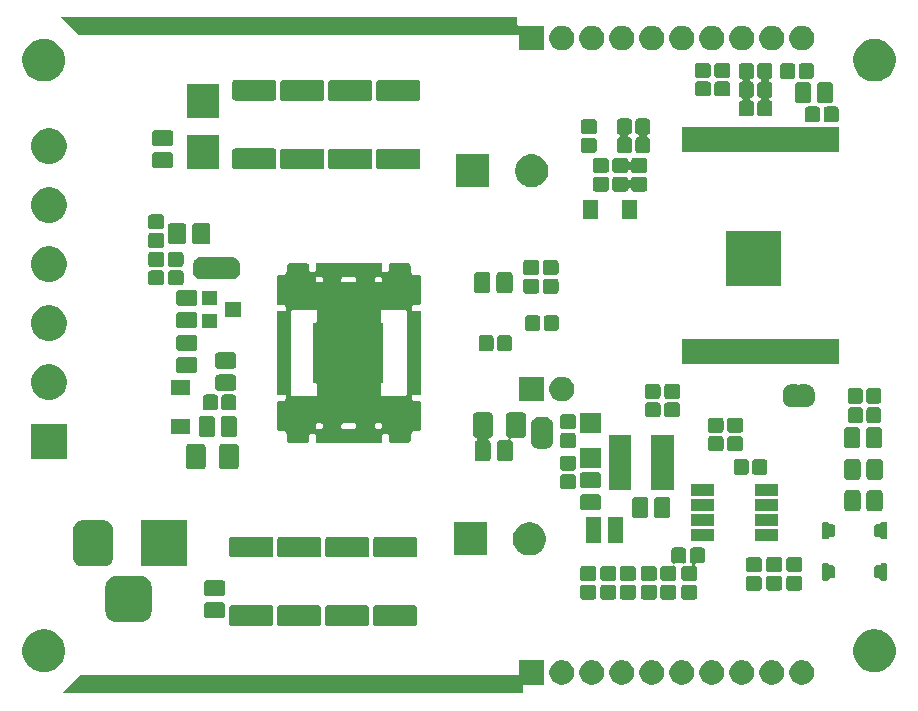
<source format=gbr>
G04 #@! TF.GenerationSoftware,KiCad,Pcbnew,5.1.5-52549c5~84~ubuntu18.04.1*
G04 #@! TF.CreationDate,2020-03-09T10:29:23-07:00*
G04 #@! TF.ProjectId,wifistepper,77696669-7374-4657-9070-65722e6b6963,rev?*
G04 #@! TF.SameCoordinates,Original*
G04 #@! TF.FileFunction,Soldermask,Top*
G04 #@! TF.FilePolarity,Negative*
%FSLAX46Y46*%
G04 Gerber Fmt 4.6, Leading zero omitted, Abs format (unit mm)*
G04 Created by KiCad (PCBNEW 5.1.5-52549c5~84~ubuntu18.04.1) date 2020-03-09 10:29:23*
%MOMM*%
%LPD*%
G04 APERTURE LIST*
%ADD10C,0.100000*%
G04 APERTURE END LIST*
D10*
G36*
X79790000Y-117890000D02*
G01*
X78102999Y-117890000D01*
X78078613Y-117892402D01*
X78055164Y-117899515D01*
X78033553Y-117911066D01*
X78014611Y-117926611D01*
X77999066Y-117945553D01*
X77987515Y-117967164D01*
X77980402Y-117990613D01*
X77978000Y-118014999D01*
X77978000Y-118618000D01*
X38938248Y-118618000D01*
X40037639Y-117509335D01*
X40445178Y-117098358D01*
X40445181Y-117098356D01*
X40449500Y-117094000D01*
X77565001Y-117094000D01*
X77589387Y-117091598D01*
X77612836Y-117084485D01*
X77634447Y-117072934D01*
X77653389Y-117057389D01*
X77668934Y-117038447D01*
X77680485Y-117016836D01*
X77687598Y-116993387D01*
X77690000Y-116969001D01*
X77690000Y-115790000D01*
X79790000Y-115790000D01*
X79790000Y-117890000D01*
G37*
G36*
X101728687Y-115795027D02*
G01*
X101906274Y-115830350D01*
X102097362Y-115909502D01*
X102269336Y-116024411D01*
X102415589Y-116170664D01*
X102530498Y-116342638D01*
X102609650Y-116533726D01*
X102650000Y-116736584D01*
X102650000Y-116943416D01*
X102609650Y-117146274D01*
X102530498Y-117337362D01*
X102415589Y-117509336D01*
X102269336Y-117655589D01*
X102097362Y-117770498D01*
X101906274Y-117849650D01*
X101728687Y-117884973D01*
X101703417Y-117890000D01*
X101496583Y-117890000D01*
X101471313Y-117884973D01*
X101293726Y-117849650D01*
X101102638Y-117770498D01*
X100930664Y-117655589D01*
X100784411Y-117509336D01*
X100669502Y-117337362D01*
X100590350Y-117146274D01*
X100550000Y-116943416D01*
X100550000Y-116736584D01*
X100590350Y-116533726D01*
X100669502Y-116342638D01*
X100784411Y-116170664D01*
X100930664Y-116024411D01*
X101102638Y-115909502D01*
X101293726Y-115830350D01*
X101471313Y-115795027D01*
X101496583Y-115790000D01*
X101703417Y-115790000D01*
X101728687Y-115795027D01*
G37*
G36*
X81408687Y-115795027D02*
G01*
X81586274Y-115830350D01*
X81777362Y-115909502D01*
X81949336Y-116024411D01*
X82095589Y-116170664D01*
X82210498Y-116342638D01*
X82289650Y-116533726D01*
X82330000Y-116736584D01*
X82330000Y-116943416D01*
X82289650Y-117146274D01*
X82210498Y-117337362D01*
X82095589Y-117509336D01*
X81949336Y-117655589D01*
X81777362Y-117770498D01*
X81586274Y-117849650D01*
X81408687Y-117884973D01*
X81383417Y-117890000D01*
X81176583Y-117890000D01*
X81151313Y-117884973D01*
X80973726Y-117849650D01*
X80782638Y-117770498D01*
X80610664Y-117655589D01*
X80464411Y-117509336D01*
X80349502Y-117337362D01*
X80270350Y-117146274D01*
X80230000Y-116943416D01*
X80230000Y-116736584D01*
X80270350Y-116533726D01*
X80349502Y-116342638D01*
X80464411Y-116170664D01*
X80610664Y-116024411D01*
X80782638Y-115909502D01*
X80973726Y-115830350D01*
X81151313Y-115795027D01*
X81176583Y-115790000D01*
X81383417Y-115790000D01*
X81408687Y-115795027D01*
G37*
G36*
X83948687Y-115795027D02*
G01*
X84126274Y-115830350D01*
X84317362Y-115909502D01*
X84489336Y-116024411D01*
X84635589Y-116170664D01*
X84750498Y-116342638D01*
X84829650Y-116533726D01*
X84870000Y-116736584D01*
X84870000Y-116943416D01*
X84829650Y-117146274D01*
X84750498Y-117337362D01*
X84635589Y-117509336D01*
X84489336Y-117655589D01*
X84317362Y-117770498D01*
X84126274Y-117849650D01*
X83948687Y-117884973D01*
X83923417Y-117890000D01*
X83716583Y-117890000D01*
X83691313Y-117884973D01*
X83513726Y-117849650D01*
X83322638Y-117770498D01*
X83150664Y-117655589D01*
X83004411Y-117509336D01*
X82889502Y-117337362D01*
X82810350Y-117146274D01*
X82770000Y-116943416D01*
X82770000Y-116736584D01*
X82810350Y-116533726D01*
X82889502Y-116342638D01*
X83004411Y-116170664D01*
X83150664Y-116024411D01*
X83322638Y-115909502D01*
X83513726Y-115830350D01*
X83691313Y-115795027D01*
X83716583Y-115790000D01*
X83923417Y-115790000D01*
X83948687Y-115795027D01*
G37*
G36*
X86488687Y-115795027D02*
G01*
X86666274Y-115830350D01*
X86857362Y-115909502D01*
X87029336Y-116024411D01*
X87175589Y-116170664D01*
X87290498Y-116342638D01*
X87369650Y-116533726D01*
X87410000Y-116736584D01*
X87410000Y-116943416D01*
X87369650Y-117146274D01*
X87290498Y-117337362D01*
X87175589Y-117509336D01*
X87029336Y-117655589D01*
X86857362Y-117770498D01*
X86666274Y-117849650D01*
X86488687Y-117884973D01*
X86463417Y-117890000D01*
X86256583Y-117890000D01*
X86231313Y-117884973D01*
X86053726Y-117849650D01*
X85862638Y-117770498D01*
X85690664Y-117655589D01*
X85544411Y-117509336D01*
X85429502Y-117337362D01*
X85350350Y-117146274D01*
X85310000Y-116943416D01*
X85310000Y-116736584D01*
X85350350Y-116533726D01*
X85429502Y-116342638D01*
X85544411Y-116170664D01*
X85690664Y-116024411D01*
X85862638Y-115909502D01*
X86053726Y-115830350D01*
X86231313Y-115795027D01*
X86256583Y-115790000D01*
X86463417Y-115790000D01*
X86488687Y-115795027D01*
G37*
G36*
X89028687Y-115795027D02*
G01*
X89206274Y-115830350D01*
X89397362Y-115909502D01*
X89569336Y-116024411D01*
X89715589Y-116170664D01*
X89830498Y-116342638D01*
X89909650Y-116533726D01*
X89950000Y-116736584D01*
X89950000Y-116943416D01*
X89909650Y-117146274D01*
X89830498Y-117337362D01*
X89715589Y-117509336D01*
X89569336Y-117655589D01*
X89397362Y-117770498D01*
X89206274Y-117849650D01*
X89028687Y-117884973D01*
X89003417Y-117890000D01*
X88796583Y-117890000D01*
X88771313Y-117884973D01*
X88593726Y-117849650D01*
X88402638Y-117770498D01*
X88230664Y-117655589D01*
X88084411Y-117509336D01*
X87969502Y-117337362D01*
X87890350Y-117146274D01*
X87850000Y-116943416D01*
X87850000Y-116736584D01*
X87890350Y-116533726D01*
X87969502Y-116342638D01*
X88084411Y-116170664D01*
X88230664Y-116024411D01*
X88402638Y-115909502D01*
X88593726Y-115830350D01*
X88771313Y-115795027D01*
X88796583Y-115790000D01*
X89003417Y-115790000D01*
X89028687Y-115795027D01*
G37*
G36*
X94108687Y-115795027D02*
G01*
X94286274Y-115830350D01*
X94477362Y-115909502D01*
X94649336Y-116024411D01*
X94795589Y-116170664D01*
X94910498Y-116342638D01*
X94989650Y-116533726D01*
X95030000Y-116736584D01*
X95030000Y-116943416D01*
X94989650Y-117146274D01*
X94910498Y-117337362D01*
X94795589Y-117509336D01*
X94649336Y-117655589D01*
X94477362Y-117770498D01*
X94286274Y-117849650D01*
X94108687Y-117884973D01*
X94083417Y-117890000D01*
X93876583Y-117890000D01*
X93851313Y-117884973D01*
X93673726Y-117849650D01*
X93482638Y-117770498D01*
X93310664Y-117655589D01*
X93164411Y-117509336D01*
X93049502Y-117337362D01*
X92970350Y-117146274D01*
X92930000Y-116943416D01*
X92930000Y-116736584D01*
X92970350Y-116533726D01*
X93049502Y-116342638D01*
X93164411Y-116170664D01*
X93310664Y-116024411D01*
X93482638Y-115909502D01*
X93673726Y-115830350D01*
X93851313Y-115795027D01*
X93876583Y-115790000D01*
X94083417Y-115790000D01*
X94108687Y-115795027D01*
G37*
G36*
X91568687Y-115795027D02*
G01*
X91746274Y-115830350D01*
X91937362Y-115909502D01*
X92109336Y-116024411D01*
X92255589Y-116170664D01*
X92370498Y-116342638D01*
X92449650Y-116533726D01*
X92490000Y-116736584D01*
X92490000Y-116943416D01*
X92449650Y-117146274D01*
X92370498Y-117337362D01*
X92255589Y-117509336D01*
X92109336Y-117655589D01*
X91937362Y-117770498D01*
X91746274Y-117849650D01*
X91568687Y-117884973D01*
X91543417Y-117890000D01*
X91336583Y-117890000D01*
X91311313Y-117884973D01*
X91133726Y-117849650D01*
X90942638Y-117770498D01*
X90770664Y-117655589D01*
X90624411Y-117509336D01*
X90509502Y-117337362D01*
X90430350Y-117146274D01*
X90390000Y-116943416D01*
X90390000Y-116736584D01*
X90430350Y-116533726D01*
X90509502Y-116342638D01*
X90624411Y-116170664D01*
X90770664Y-116024411D01*
X90942638Y-115909502D01*
X91133726Y-115830350D01*
X91311313Y-115795027D01*
X91336583Y-115790000D01*
X91543417Y-115790000D01*
X91568687Y-115795027D01*
G37*
G36*
X99188687Y-115795027D02*
G01*
X99366274Y-115830350D01*
X99557362Y-115909502D01*
X99729336Y-116024411D01*
X99875589Y-116170664D01*
X99990498Y-116342638D01*
X100069650Y-116533726D01*
X100110000Y-116736584D01*
X100110000Y-116943416D01*
X100069650Y-117146274D01*
X99990498Y-117337362D01*
X99875589Y-117509336D01*
X99729336Y-117655589D01*
X99557362Y-117770498D01*
X99366274Y-117849650D01*
X99188687Y-117884973D01*
X99163417Y-117890000D01*
X98956583Y-117890000D01*
X98931313Y-117884973D01*
X98753726Y-117849650D01*
X98562638Y-117770498D01*
X98390664Y-117655589D01*
X98244411Y-117509336D01*
X98129502Y-117337362D01*
X98050350Y-117146274D01*
X98010000Y-116943416D01*
X98010000Y-116736584D01*
X98050350Y-116533726D01*
X98129502Y-116342638D01*
X98244411Y-116170664D01*
X98390664Y-116024411D01*
X98562638Y-115909502D01*
X98753726Y-115830350D01*
X98931313Y-115795027D01*
X98956583Y-115790000D01*
X99163417Y-115790000D01*
X99188687Y-115795027D01*
G37*
G36*
X96648687Y-115795027D02*
G01*
X96826274Y-115830350D01*
X97017362Y-115909502D01*
X97189336Y-116024411D01*
X97335589Y-116170664D01*
X97450498Y-116342638D01*
X97529650Y-116533726D01*
X97570000Y-116736584D01*
X97570000Y-116943416D01*
X97529650Y-117146274D01*
X97450498Y-117337362D01*
X97335589Y-117509336D01*
X97189336Y-117655589D01*
X97017362Y-117770498D01*
X96826274Y-117849650D01*
X96648687Y-117884973D01*
X96623417Y-117890000D01*
X96416583Y-117890000D01*
X96391313Y-117884973D01*
X96213726Y-117849650D01*
X96022638Y-117770498D01*
X95850664Y-117655589D01*
X95704411Y-117509336D01*
X95589502Y-117337362D01*
X95510350Y-117146274D01*
X95470000Y-116943416D01*
X95470000Y-116736584D01*
X95510350Y-116533726D01*
X95589502Y-116342638D01*
X95704411Y-116170664D01*
X95850664Y-116024411D01*
X96022638Y-115909502D01*
X96213726Y-115830350D01*
X96391313Y-115795027D01*
X96416583Y-115790000D01*
X96623417Y-115790000D01*
X96648687Y-115795027D01*
G37*
G36*
X108095663Y-113234587D02*
G01*
X108269541Y-113269173D01*
X108597120Y-113404861D01*
X108891933Y-113601849D01*
X109142651Y-113852567D01*
X109339639Y-114147380D01*
X109475327Y-114474959D01*
X109544500Y-114822716D01*
X109544500Y-115177284D01*
X109475327Y-115525041D01*
X109339639Y-115852620D01*
X109142651Y-116147433D01*
X108891933Y-116398151D01*
X108597120Y-116595139D01*
X108269541Y-116730827D01*
X108095662Y-116765414D01*
X107921786Y-116800000D01*
X107567214Y-116800000D01*
X107393338Y-116765414D01*
X107219459Y-116730827D01*
X106891880Y-116595139D01*
X106597067Y-116398151D01*
X106346349Y-116147433D01*
X106149361Y-115852620D01*
X106013673Y-115525041D01*
X105944500Y-115177284D01*
X105944500Y-114822716D01*
X106013673Y-114474959D01*
X106149361Y-114147380D01*
X106346349Y-113852567D01*
X106597067Y-113601849D01*
X106891880Y-113404861D01*
X107219459Y-113269173D01*
X107393337Y-113234587D01*
X107567214Y-113200000D01*
X107921786Y-113200000D01*
X108095663Y-113234587D01*
G37*
G36*
X37764163Y-113234587D02*
G01*
X37938041Y-113269173D01*
X38265620Y-113404861D01*
X38560433Y-113601849D01*
X38811151Y-113852567D01*
X39008139Y-114147380D01*
X39143827Y-114474959D01*
X39213000Y-114822716D01*
X39213000Y-115177284D01*
X39143827Y-115525041D01*
X39008139Y-115852620D01*
X38811151Y-116147433D01*
X38560433Y-116398151D01*
X38265620Y-116595139D01*
X37938041Y-116730827D01*
X37764162Y-116765414D01*
X37590286Y-116800000D01*
X37235714Y-116800000D01*
X37061838Y-116765414D01*
X36887959Y-116730827D01*
X36560380Y-116595139D01*
X36265567Y-116398151D01*
X36014849Y-116147433D01*
X35817861Y-115852620D01*
X35682173Y-115525041D01*
X35613000Y-115177284D01*
X35613000Y-114822716D01*
X35682173Y-114474959D01*
X35817861Y-114147380D01*
X36014849Y-113852567D01*
X36265567Y-113601849D01*
X36560380Y-113404861D01*
X36887959Y-113269173D01*
X37061837Y-113234587D01*
X37235714Y-113200000D01*
X37590286Y-113200000D01*
X37764163Y-113234587D01*
G37*
G36*
X60719679Y-111157008D02*
G01*
X60765599Y-111170938D01*
X60807912Y-111193554D01*
X60845004Y-111223996D01*
X60875446Y-111261088D01*
X60898062Y-111303401D01*
X60911992Y-111349321D01*
X60917300Y-111403211D01*
X60917300Y-112650189D01*
X60911992Y-112704079D01*
X60898062Y-112749999D01*
X60875446Y-112792312D01*
X60845004Y-112829404D01*
X60807912Y-112859846D01*
X60765599Y-112882462D01*
X60719679Y-112896392D01*
X60665789Y-112901700D01*
X57418811Y-112901700D01*
X57364921Y-112896392D01*
X57319001Y-112882462D01*
X57276688Y-112859846D01*
X57239596Y-112829404D01*
X57209154Y-112792312D01*
X57186538Y-112749999D01*
X57172608Y-112704079D01*
X57167300Y-112650189D01*
X57167300Y-111403211D01*
X57172608Y-111349321D01*
X57186538Y-111303401D01*
X57209154Y-111261088D01*
X57239596Y-111223996D01*
X57276688Y-111193554D01*
X57319001Y-111170938D01*
X57364921Y-111157008D01*
X57418811Y-111151700D01*
X60665789Y-111151700D01*
X60719679Y-111157008D01*
G37*
G36*
X68847679Y-111157008D02*
G01*
X68893599Y-111170938D01*
X68935912Y-111193554D01*
X68973004Y-111223996D01*
X69003446Y-111261088D01*
X69026062Y-111303401D01*
X69039992Y-111349321D01*
X69045300Y-111403211D01*
X69045300Y-112650189D01*
X69039992Y-112704079D01*
X69026062Y-112749999D01*
X69003446Y-112792312D01*
X68973004Y-112829404D01*
X68935912Y-112859846D01*
X68893599Y-112882462D01*
X68847679Y-112896392D01*
X68793789Y-112901700D01*
X65546811Y-112901700D01*
X65492921Y-112896392D01*
X65447001Y-112882462D01*
X65404688Y-112859846D01*
X65367596Y-112829404D01*
X65337154Y-112792312D01*
X65314538Y-112749999D01*
X65300608Y-112704079D01*
X65295300Y-112650189D01*
X65295300Y-111403211D01*
X65300608Y-111349321D01*
X65314538Y-111303401D01*
X65337154Y-111261088D01*
X65367596Y-111223996D01*
X65404688Y-111193554D01*
X65447001Y-111170938D01*
X65492921Y-111157008D01*
X65546811Y-111151700D01*
X68793789Y-111151700D01*
X68847679Y-111157008D01*
G37*
G36*
X64783679Y-111157008D02*
G01*
X64829599Y-111170938D01*
X64871912Y-111193554D01*
X64909004Y-111223996D01*
X64939446Y-111261088D01*
X64962062Y-111303401D01*
X64975992Y-111349321D01*
X64981300Y-111403211D01*
X64981300Y-112650189D01*
X64975992Y-112704079D01*
X64962062Y-112749999D01*
X64939446Y-112792312D01*
X64909004Y-112829404D01*
X64871912Y-112859846D01*
X64829599Y-112882462D01*
X64783679Y-112896392D01*
X64729789Y-112901700D01*
X61482811Y-112901700D01*
X61428921Y-112896392D01*
X61383001Y-112882462D01*
X61340688Y-112859846D01*
X61303596Y-112829404D01*
X61273154Y-112792312D01*
X61250538Y-112749999D01*
X61236608Y-112704079D01*
X61231300Y-112650189D01*
X61231300Y-111403211D01*
X61236608Y-111349321D01*
X61250538Y-111303401D01*
X61273154Y-111261088D01*
X61303596Y-111223996D01*
X61340688Y-111193554D01*
X61383001Y-111170938D01*
X61428921Y-111157008D01*
X61482811Y-111151700D01*
X64729789Y-111151700D01*
X64783679Y-111157008D01*
G37*
G36*
X56668379Y-111144308D02*
G01*
X56714299Y-111158238D01*
X56756612Y-111180854D01*
X56793704Y-111211296D01*
X56824146Y-111248388D01*
X56846762Y-111290701D01*
X56860692Y-111336621D01*
X56866000Y-111390511D01*
X56866000Y-112637489D01*
X56860692Y-112691379D01*
X56846762Y-112737299D01*
X56824146Y-112779612D01*
X56793704Y-112816704D01*
X56756612Y-112847146D01*
X56714299Y-112869762D01*
X56668379Y-112883692D01*
X56614489Y-112889000D01*
X53367511Y-112889000D01*
X53313621Y-112883692D01*
X53267701Y-112869762D01*
X53225388Y-112847146D01*
X53188296Y-112816704D01*
X53157854Y-112779612D01*
X53135238Y-112737299D01*
X53121308Y-112691379D01*
X53116000Y-112637489D01*
X53116000Y-111390511D01*
X53121308Y-111336621D01*
X53135238Y-111290701D01*
X53157854Y-111248388D01*
X53188296Y-111211296D01*
X53225388Y-111180854D01*
X53267701Y-111158238D01*
X53313621Y-111144308D01*
X53367511Y-111139000D01*
X56614489Y-111139000D01*
X56668379Y-111144308D01*
G37*
G36*
X45807900Y-108686126D02*
G01*
X45978970Y-108738020D01*
X46136621Y-108822286D01*
X46274808Y-108935692D01*
X46388214Y-109073879D01*
X46472480Y-109231530D01*
X46524374Y-109402600D01*
X46542500Y-109586640D01*
X46542500Y-111649360D01*
X46524374Y-111833400D01*
X46472480Y-112004470D01*
X46388214Y-112162121D01*
X46274808Y-112300308D01*
X46136621Y-112413714D01*
X45978970Y-112497980D01*
X45807900Y-112549874D01*
X45623860Y-112568000D01*
X43561140Y-112568000D01*
X43377100Y-112549874D01*
X43206030Y-112497980D01*
X43048379Y-112413714D01*
X42910192Y-112300308D01*
X42796786Y-112162121D01*
X42712520Y-112004470D01*
X42660626Y-111833400D01*
X42642500Y-111649360D01*
X42642500Y-109586640D01*
X42660626Y-109402600D01*
X42712520Y-109231530D01*
X42796786Y-109073879D01*
X42910192Y-108935692D01*
X43048379Y-108822286D01*
X43206030Y-108738020D01*
X43377100Y-108686126D01*
X43561140Y-108668000D01*
X45623860Y-108668000D01*
X45807900Y-108686126D01*
G37*
G36*
X52552999Y-110887997D02*
G01*
X52605647Y-110903968D01*
X52654168Y-110929902D01*
X52696695Y-110964805D01*
X52731598Y-111007332D01*
X52757532Y-111055853D01*
X52773503Y-111108501D01*
X52779500Y-111169390D01*
X52779500Y-111969610D01*
X52773503Y-112030499D01*
X52757532Y-112083147D01*
X52731598Y-112131668D01*
X52696695Y-112174195D01*
X52654168Y-112209098D01*
X52605647Y-112235032D01*
X52552999Y-112251003D01*
X52492110Y-112257000D01*
X51266890Y-112257000D01*
X51206001Y-112251003D01*
X51153353Y-112235032D01*
X51104832Y-112209098D01*
X51062305Y-112174195D01*
X51027402Y-112131668D01*
X51001468Y-112083147D01*
X50985497Y-112030499D01*
X50979500Y-111969610D01*
X50979500Y-111169390D01*
X50985497Y-111108501D01*
X51001468Y-111055853D01*
X51027402Y-111007332D01*
X51062305Y-110964805D01*
X51104832Y-110929902D01*
X51153353Y-110903968D01*
X51206001Y-110887997D01*
X51266890Y-110882000D01*
X52492110Y-110882000D01*
X52552999Y-110887997D01*
G37*
G36*
X89114622Y-109401017D02*
G01*
X89162585Y-109415566D01*
X89206778Y-109439188D01*
X89245519Y-109470981D01*
X89277312Y-109509722D01*
X89300934Y-109553915D01*
X89315483Y-109601878D01*
X89321000Y-109657891D01*
X89321000Y-110408109D01*
X89315483Y-110464122D01*
X89300934Y-110512085D01*
X89277312Y-110556278D01*
X89245519Y-110595019D01*
X89206778Y-110626812D01*
X89162585Y-110650434D01*
X89114622Y-110664983D01*
X89058609Y-110670500D01*
X88233391Y-110670500D01*
X88177378Y-110664983D01*
X88129415Y-110650434D01*
X88085222Y-110626812D01*
X88046481Y-110595019D01*
X88014688Y-110556278D01*
X87991066Y-110512085D01*
X87976517Y-110464122D01*
X87971000Y-110408109D01*
X87971000Y-109657891D01*
X87976517Y-109601878D01*
X87991066Y-109553915D01*
X88014688Y-109509722D01*
X88046481Y-109470981D01*
X88085222Y-109439188D01*
X88129415Y-109415566D01*
X88177378Y-109401017D01*
X88233391Y-109395500D01*
X89058609Y-109395500D01*
X89114622Y-109401017D01*
G37*
G36*
X92543622Y-109401017D02*
G01*
X92591585Y-109415566D01*
X92635778Y-109439188D01*
X92674519Y-109470981D01*
X92706312Y-109509722D01*
X92729934Y-109553915D01*
X92744483Y-109601878D01*
X92750000Y-109657891D01*
X92750000Y-110408109D01*
X92744483Y-110464122D01*
X92729934Y-110512085D01*
X92706312Y-110556278D01*
X92674519Y-110595019D01*
X92635778Y-110626812D01*
X92591585Y-110650434D01*
X92543622Y-110664983D01*
X92487609Y-110670500D01*
X91662391Y-110670500D01*
X91606378Y-110664983D01*
X91558415Y-110650434D01*
X91514222Y-110626812D01*
X91475481Y-110595019D01*
X91443688Y-110556278D01*
X91420066Y-110512085D01*
X91405517Y-110464122D01*
X91400000Y-110408109D01*
X91400000Y-109657891D01*
X91405517Y-109601878D01*
X91420066Y-109553915D01*
X91443688Y-109509722D01*
X91475481Y-109470981D01*
X91514222Y-109439188D01*
X91558415Y-109415566D01*
X91606378Y-109401017D01*
X91662391Y-109395500D01*
X92487609Y-109395500D01*
X92543622Y-109401017D01*
G37*
G36*
X87336622Y-109401017D02*
G01*
X87384585Y-109415566D01*
X87428778Y-109439188D01*
X87467519Y-109470981D01*
X87499312Y-109509722D01*
X87522934Y-109553915D01*
X87537483Y-109601878D01*
X87543000Y-109657891D01*
X87543000Y-110408109D01*
X87537483Y-110464122D01*
X87522934Y-110512085D01*
X87499312Y-110556278D01*
X87467519Y-110595019D01*
X87428778Y-110626812D01*
X87384585Y-110650434D01*
X87336622Y-110664983D01*
X87280609Y-110670500D01*
X86455391Y-110670500D01*
X86399378Y-110664983D01*
X86351415Y-110650434D01*
X86307222Y-110626812D01*
X86268481Y-110595019D01*
X86236688Y-110556278D01*
X86213066Y-110512085D01*
X86198517Y-110464122D01*
X86193000Y-110408109D01*
X86193000Y-109657891D01*
X86198517Y-109601878D01*
X86213066Y-109553915D01*
X86236688Y-109509722D01*
X86268481Y-109470981D01*
X86307222Y-109439188D01*
X86351415Y-109415566D01*
X86399378Y-109401017D01*
X86455391Y-109395500D01*
X87280609Y-109395500D01*
X87336622Y-109401017D01*
G37*
G36*
X90765622Y-109401017D02*
G01*
X90813585Y-109415566D01*
X90857778Y-109439188D01*
X90896519Y-109470981D01*
X90928312Y-109509722D01*
X90951934Y-109553915D01*
X90966483Y-109601878D01*
X90972000Y-109657891D01*
X90972000Y-110408109D01*
X90966483Y-110464122D01*
X90951934Y-110512085D01*
X90928312Y-110556278D01*
X90896519Y-110595019D01*
X90857778Y-110626812D01*
X90813585Y-110650434D01*
X90765622Y-110664983D01*
X90709609Y-110670500D01*
X89884391Y-110670500D01*
X89828378Y-110664983D01*
X89780415Y-110650434D01*
X89736222Y-110626812D01*
X89697481Y-110595019D01*
X89665688Y-110556278D01*
X89642066Y-110512085D01*
X89627517Y-110464122D01*
X89622000Y-110408109D01*
X89622000Y-109657891D01*
X89627517Y-109601878D01*
X89642066Y-109553915D01*
X89665688Y-109509722D01*
X89697481Y-109470981D01*
X89736222Y-109439188D01*
X89780415Y-109415566D01*
X89828378Y-109401017D01*
X89884391Y-109395500D01*
X90709609Y-109395500D01*
X90765622Y-109401017D01*
G37*
G36*
X85685622Y-109401017D02*
G01*
X85733585Y-109415566D01*
X85777778Y-109439188D01*
X85816519Y-109470981D01*
X85848312Y-109509722D01*
X85871934Y-109553915D01*
X85886483Y-109601878D01*
X85892000Y-109657891D01*
X85892000Y-110408109D01*
X85886483Y-110464122D01*
X85871934Y-110512085D01*
X85848312Y-110556278D01*
X85816519Y-110595019D01*
X85777778Y-110626812D01*
X85733585Y-110650434D01*
X85685622Y-110664983D01*
X85629609Y-110670500D01*
X84804391Y-110670500D01*
X84748378Y-110664983D01*
X84700415Y-110650434D01*
X84656222Y-110626812D01*
X84617481Y-110595019D01*
X84585688Y-110556278D01*
X84562066Y-110512085D01*
X84547517Y-110464122D01*
X84542000Y-110408109D01*
X84542000Y-109657891D01*
X84547517Y-109601878D01*
X84562066Y-109553915D01*
X84585688Y-109509722D01*
X84617481Y-109470981D01*
X84656222Y-109439188D01*
X84700415Y-109415566D01*
X84748378Y-109401017D01*
X84804391Y-109395500D01*
X85629609Y-109395500D01*
X85685622Y-109401017D01*
G37*
G36*
X83971122Y-109401017D02*
G01*
X84019085Y-109415566D01*
X84063278Y-109439188D01*
X84102019Y-109470981D01*
X84133812Y-109509722D01*
X84157434Y-109553915D01*
X84171983Y-109601878D01*
X84177500Y-109657891D01*
X84177500Y-110408109D01*
X84171983Y-110464122D01*
X84157434Y-110512085D01*
X84133812Y-110556278D01*
X84102019Y-110595019D01*
X84063278Y-110626812D01*
X84019085Y-110650434D01*
X83971122Y-110664983D01*
X83915109Y-110670500D01*
X83089891Y-110670500D01*
X83033878Y-110664983D01*
X82985915Y-110650434D01*
X82941722Y-110626812D01*
X82902981Y-110595019D01*
X82871188Y-110556278D01*
X82847566Y-110512085D01*
X82833017Y-110464122D01*
X82827500Y-110408109D01*
X82827500Y-109657891D01*
X82833017Y-109601878D01*
X82847566Y-109553915D01*
X82871188Y-109509722D01*
X82902981Y-109470981D01*
X82941722Y-109439188D01*
X82985915Y-109415566D01*
X83033878Y-109401017D01*
X83089891Y-109395500D01*
X83915109Y-109395500D01*
X83971122Y-109401017D01*
G37*
G36*
X52552999Y-109012997D02*
G01*
X52605647Y-109028968D01*
X52654168Y-109054902D01*
X52696695Y-109089805D01*
X52731598Y-109132332D01*
X52757532Y-109180853D01*
X52773503Y-109233501D01*
X52779500Y-109294390D01*
X52779500Y-110094610D01*
X52773503Y-110155499D01*
X52757532Y-110208147D01*
X52731598Y-110256668D01*
X52696695Y-110299195D01*
X52654168Y-110334098D01*
X52605647Y-110360032D01*
X52552999Y-110376003D01*
X52492110Y-110382000D01*
X51266890Y-110382000D01*
X51206001Y-110376003D01*
X51153353Y-110360032D01*
X51104832Y-110334098D01*
X51062305Y-110299195D01*
X51027402Y-110256668D01*
X51001468Y-110208147D01*
X50985497Y-110155499D01*
X50979500Y-110094610D01*
X50979500Y-109294390D01*
X50985497Y-109233501D01*
X51001468Y-109180853D01*
X51027402Y-109132332D01*
X51062305Y-109089805D01*
X51104832Y-109054902D01*
X51153353Y-109028968D01*
X51206001Y-109012997D01*
X51266890Y-109007000D01*
X52492110Y-109007000D01*
X52552999Y-109012997D01*
G37*
G36*
X98004622Y-108651517D02*
G01*
X98052585Y-108666066D01*
X98096778Y-108689688D01*
X98135519Y-108721481D01*
X98167312Y-108760222D01*
X98190934Y-108804415D01*
X98205483Y-108852378D01*
X98211000Y-108908391D01*
X98211000Y-109658609D01*
X98205483Y-109714622D01*
X98190934Y-109762585D01*
X98167312Y-109806778D01*
X98135519Y-109845519D01*
X98096778Y-109877312D01*
X98052585Y-109900934D01*
X98004622Y-109915483D01*
X97948609Y-109921000D01*
X97123391Y-109921000D01*
X97067378Y-109915483D01*
X97019415Y-109900934D01*
X96975222Y-109877312D01*
X96936481Y-109845519D01*
X96904688Y-109806778D01*
X96881066Y-109762585D01*
X96866517Y-109714622D01*
X96861000Y-109658609D01*
X96861000Y-108908391D01*
X96866517Y-108852378D01*
X96881066Y-108804415D01*
X96904688Y-108760222D01*
X96936481Y-108721481D01*
X96975222Y-108689688D01*
X97019415Y-108666066D01*
X97067378Y-108651517D01*
X97123391Y-108646000D01*
X97948609Y-108646000D01*
X98004622Y-108651517D01*
G37*
G36*
X101433622Y-108639017D02*
G01*
X101481585Y-108653566D01*
X101525778Y-108677188D01*
X101564519Y-108708981D01*
X101596312Y-108747722D01*
X101619934Y-108791915D01*
X101634483Y-108839878D01*
X101640000Y-108895891D01*
X101640000Y-109646109D01*
X101634483Y-109702122D01*
X101619934Y-109750085D01*
X101596312Y-109794278D01*
X101564519Y-109833019D01*
X101525778Y-109864812D01*
X101481585Y-109888434D01*
X101433622Y-109902983D01*
X101377609Y-109908500D01*
X100552391Y-109908500D01*
X100496378Y-109902983D01*
X100448415Y-109888434D01*
X100404222Y-109864812D01*
X100365481Y-109833019D01*
X100333688Y-109794278D01*
X100310066Y-109750085D01*
X100295517Y-109702122D01*
X100290000Y-109646109D01*
X100290000Y-108895891D01*
X100295517Y-108839878D01*
X100310066Y-108791915D01*
X100333688Y-108747722D01*
X100365481Y-108708981D01*
X100404222Y-108677188D01*
X100448415Y-108653566D01*
X100496378Y-108639017D01*
X100552391Y-108633500D01*
X101377609Y-108633500D01*
X101433622Y-108639017D01*
G37*
G36*
X99719122Y-108639017D02*
G01*
X99767085Y-108653566D01*
X99811278Y-108677188D01*
X99850019Y-108708981D01*
X99881812Y-108747722D01*
X99905434Y-108791915D01*
X99919983Y-108839878D01*
X99925500Y-108895891D01*
X99925500Y-109646109D01*
X99919983Y-109702122D01*
X99905434Y-109750085D01*
X99881812Y-109794278D01*
X99850019Y-109833019D01*
X99811278Y-109864812D01*
X99767085Y-109888434D01*
X99719122Y-109902983D01*
X99663109Y-109908500D01*
X98837891Y-109908500D01*
X98781878Y-109902983D01*
X98733915Y-109888434D01*
X98689722Y-109864812D01*
X98650981Y-109833019D01*
X98619188Y-109794278D01*
X98595566Y-109750085D01*
X98581017Y-109702122D01*
X98575500Y-109646109D01*
X98575500Y-108895891D01*
X98581017Y-108839878D01*
X98595566Y-108791915D01*
X98619188Y-108747722D01*
X98650981Y-108708981D01*
X98689722Y-108677188D01*
X98733915Y-108653566D01*
X98781878Y-108639017D01*
X98837891Y-108633500D01*
X99663109Y-108633500D01*
X99719122Y-108639017D01*
G37*
G36*
X93192122Y-106264517D02*
G01*
X93240085Y-106279066D01*
X93284278Y-106302688D01*
X93323019Y-106334481D01*
X93354812Y-106373222D01*
X93378434Y-106417415D01*
X93392983Y-106465378D01*
X93398500Y-106521391D01*
X93398500Y-107346609D01*
X93392983Y-107402622D01*
X93378434Y-107450585D01*
X93354812Y-107494778D01*
X93323019Y-107533519D01*
X93284278Y-107565312D01*
X93240085Y-107588934D01*
X93192122Y-107603483D01*
X93136109Y-107609000D01*
X92657378Y-107609000D01*
X92632992Y-107611402D01*
X92609543Y-107618515D01*
X92587932Y-107630066D01*
X92568990Y-107645611D01*
X92553445Y-107664553D01*
X92541894Y-107686164D01*
X92534781Y-107709613D01*
X92532379Y-107733999D01*
X92534781Y-107758385D01*
X92541894Y-107781834D01*
X92553445Y-107803445D01*
X92568990Y-107822387D01*
X92587932Y-107837932D01*
X92598455Y-107844239D01*
X92635780Y-107864189D01*
X92674519Y-107895981D01*
X92706312Y-107934722D01*
X92729934Y-107978915D01*
X92744483Y-108026878D01*
X92750000Y-108082891D01*
X92750000Y-108833109D01*
X92744483Y-108889122D01*
X92729934Y-108937085D01*
X92706312Y-108981278D01*
X92674519Y-109020019D01*
X92635778Y-109051812D01*
X92591585Y-109075434D01*
X92543622Y-109089983D01*
X92487609Y-109095500D01*
X91662391Y-109095500D01*
X91606378Y-109089983D01*
X91558415Y-109075434D01*
X91514222Y-109051812D01*
X91475481Y-109020019D01*
X91443688Y-108981278D01*
X91420066Y-108937085D01*
X91405517Y-108889122D01*
X91400000Y-108833109D01*
X91400000Y-108082891D01*
X91405517Y-108026878D01*
X91420066Y-107978915D01*
X91443688Y-107934722D01*
X91475481Y-107895981D01*
X91514220Y-107864189D01*
X91551545Y-107844239D01*
X91571920Y-107830625D01*
X91589247Y-107813298D01*
X91602861Y-107792924D01*
X91612238Y-107770285D01*
X91617019Y-107746252D01*
X91617019Y-107745687D01*
X91620638Y-107754424D01*
X91634252Y-107774799D01*
X91651579Y-107792126D01*
X91671953Y-107805740D01*
X91694592Y-107815117D01*
X91718625Y-107819898D01*
X91730878Y-107820500D01*
X92216122Y-107820500D01*
X92240508Y-107818098D01*
X92263957Y-107810985D01*
X92285568Y-107799434D01*
X92304510Y-107783889D01*
X92320055Y-107764947D01*
X92331606Y-107743336D01*
X92338719Y-107719887D01*
X92341121Y-107695501D01*
X92338719Y-107671115D01*
X92331606Y-107647666D01*
X92320055Y-107626055D01*
X92304510Y-107607113D01*
X92285568Y-107591568D01*
X92275045Y-107585261D01*
X92237720Y-107565311D01*
X92198981Y-107533519D01*
X92167188Y-107494778D01*
X92143566Y-107450585D01*
X92129017Y-107402622D01*
X92123500Y-107346609D01*
X92123500Y-106521391D01*
X92129017Y-106465378D01*
X92143566Y-106417415D01*
X92167188Y-106373222D01*
X92198981Y-106334481D01*
X92237722Y-106302688D01*
X92281915Y-106279066D01*
X92329878Y-106264517D01*
X92385891Y-106259000D01*
X93136109Y-106259000D01*
X93192122Y-106264517D01*
G37*
G36*
X89114622Y-107826017D02*
G01*
X89162585Y-107840566D01*
X89206778Y-107864188D01*
X89245519Y-107895981D01*
X89277312Y-107934722D01*
X89300934Y-107978915D01*
X89315483Y-108026878D01*
X89321000Y-108082891D01*
X89321000Y-108833109D01*
X89315483Y-108889122D01*
X89300934Y-108937085D01*
X89277312Y-108981278D01*
X89245519Y-109020019D01*
X89206778Y-109051812D01*
X89162585Y-109075434D01*
X89114622Y-109089983D01*
X89058609Y-109095500D01*
X88233391Y-109095500D01*
X88177378Y-109089983D01*
X88129415Y-109075434D01*
X88085222Y-109051812D01*
X88046481Y-109020019D01*
X88014688Y-108981278D01*
X87991066Y-108937085D01*
X87976517Y-108889122D01*
X87971000Y-108833109D01*
X87971000Y-108082891D01*
X87976517Y-108026878D01*
X87991066Y-107978915D01*
X88014688Y-107934722D01*
X88046481Y-107895981D01*
X88085222Y-107864188D01*
X88129415Y-107840566D01*
X88177378Y-107826017D01*
X88233391Y-107820500D01*
X89058609Y-107820500D01*
X89114622Y-107826017D01*
G37*
G36*
X83971122Y-107826017D02*
G01*
X84019085Y-107840566D01*
X84063278Y-107864188D01*
X84102019Y-107895981D01*
X84133812Y-107934722D01*
X84157434Y-107978915D01*
X84171983Y-108026878D01*
X84177500Y-108082891D01*
X84177500Y-108833109D01*
X84171983Y-108889122D01*
X84157434Y-108937085D01*
X84133812Y-108981278D01*
X84102019Y-109020019D01*
X84063278Y-109051812D01*
X84019085Y-109075434D01*
X83971122Y-109089983D01*
X83915109Y-109095500D01*
X83089891Y-109095500D01*
X83033878Y-109089983D01*
X82985915Y-109075434D01*
X82941722Y-109051812D01*
X82902981Y-109020019D01*
X82871188Y-108981278D01*
X82847566Y-108937085D01*
X82833017Y-108889122D01*
X82827500Y-108833109D01*
X82827500Y-108082891D01*
X82833017Y-108026878D01*
X82847566Y-107978915D01*
X82871188Y-107934722D01*
X82902981Y-107895981D01*
X82941722Y-107864188D01*
X82985915Y-107840566D01*
X83033878Y-107826017D01*
X83089891Y-107820500D01*
X83915109Y-107820500D01*
X83971122Y-107826017D01*
G37*
G36*
X87336622Y-107826017D02*
G01*
X87384585Y-107840566D01*
X87428778Y-107864188D01*
X87467519Y-107895981D01*
X87499312Y-107934722D01*
X87522934Y-107978915D01*
X87537483Y-108026878D01*
X87543000Y-108082891D01*
X87543000Y-108833109D01*
X87537483Y-108889122D01*
X87522934Y-108937085D01*
X87499312Y-108981278D01*
X87467519Y-109020019D01*
X87428778Y-109051812D01*
X87384585Y-109075434D01*
X87336622Y-109089983D01*
X87280609Y-109095500D01*
X86455391Y-109095500D01*
X86399378Y-109089983D01*
X86351415Y-109075434D01*
X86307222Y-109051812D01*
X86268481Y-109020019D01*
X86236688Y-108981278D01*
X86213066Y-108937085D01*
X86198517Y-108889122D01*
X86193000Y-108833109D01*
X86193000Y-108082891D01*
X86198517Y-108026878D01*
X86213066Y-107978915D01*
X86236688Y-107934722D01*
X86268481Y-107895981D01*
X86307222Y-107864188D01*
X86351415Y-107840566D01*
X86399378Y-107826017D01*
X86455391Y-107820500D01*
X87280609Y-107820500D01*
X87336622Y-107826017D01*
G37*
G36*
X85685622Y-107826017D02*
G01*
X85733585Y-107840566D01*
X85777778Y-107864188D01*
X85816519Y-107895981D01*
X85848312Y-107934722D01*
X85871934Y-107978915D01*
X85886483Y-108026878D01*
X85892000Y-108082891D01*
X85892000Y-108833109D01*
X85886483Y-108889122D01*
X85871934Y-108937085D01*
X85848312Y-108981278D01*
X85816519Y-109020019D01*
X85777778Y-109051812D01*
X85733585Y-109075434D01*
X85685622Y-109089983D01*
X85629609Y-109095500D01*
X84804391Y-109095500D01*
X84748378Y-109089983D01*
X84700415Y-109075434D01*
X84656222Y-109051812D01*
X84617481Y-109020019D01*
X84585688Y-108981278D01*
X84562066Y-108937085D01*
X84547517Y-108889122D01*
X84542000Y-108833109D01*
X84542000Y-108082891D01*
X84547517Y-108026878D01*
X84562066Y-107978915D01*
X84585688Y-107934722D01*
X84617481Y-107895981D01*
X84656222Y-107864188D01*
X84700415Y-107840566D01*
X84748378Y-107826017D01*
X84804391Y-107820500D01*
X85629609Y-107820500D01*
X85685622Y-107826017D01*
G37*
G36*
X90756781Y-107758385D02*
G01*
X90763894Y-107781834D01*
X90775445Y-107803445D01*
X90790990Y-107822387D01*
X90809932Y-107837932D01*
X90820455Y-107844239D01*
X90857780Y-107864189D01*
X90896519Y-107895981D01*
X90928312Y-107934722D01*
X90951934Y-107978915D01*
X90966483Y-108026878D01*
X90972000Y-108082891D01*
X90972000Y-108833109D01*
X90966483Y-108889122D01*
X90951934Y-108937085D01*
X90928312Y-108981278D01*
X90896519Y-109020019D01*
X90857778Y-109051812D01*
X90813585Y-109075434D01*
X90765622Y-109089983D01*
X90709609Y-109095500D01*
X89884391Y-109095500D01*
X89828378Y-109089983D01*
X89780415Y-109075434D01*
X89736222Y-109051812D01*
X89697481Y-109020019D01*
X89665688Y-108981278D01*
X89642066Y-108937085D01*
X89627517Y-108889122D01*
X89622000Y-108833109D01*
X89622000Y-108082891D01*
X89627517Y-108026878D01*
X89642066Y-107978915D01*
X89665688Y-107934722D01*
X89697481Y-107895981D01*
X89736222Y-107864188D01*
X89780415Y-107840566D01*
X89828378Y-107826017D01*
X89884391Y-107820500D01*
X90641122Y-107820500D01*
X90665508Y-107818098D01*
X90688957Y-107810985D01*
X90710568Y-107799434D01*
X90729510Y-107783889D01*
X90745055Y-107764947D01*
X90755502Y-107745401D01*
X90756781Y-107758385D01*
G37*
G36*
X108688705Y-107583893D02*
G01*
X108726409Y-107595330D01*
X108751983Y-107609000D01*
X108761152Y-107613901D01*
X108791606Y-107638894D01*
X108816599Y-107669348D01*
X108816600Y-107669350D01*
X108835170Y-107704091D01*
X108846607Y-107741795D01*
X108851073Y-107787140D01*
X108851073Y-108874860D01*
X108846607Y-108920205D01*
X108835170Y-108957909D01*
X108817726Y-108990544D01*
X108816599Y-108992652D01*
X108791606Y-109023106D01*
X108761152Y-109048099D01*
X108761150Y-109048100D01*
X108726409Y-109066670D01*
X108688705Y-109078107D01*
X108643360Y-109082573D01*
X108455640Y-109082573D01*
X108410295Y-109078107D01*
X108372591Y-109066670D01*
X108337850Y-109048100D01*
X108337848Y-109048099D01*
X108307394Y-109023106D01*
X108282401Y-108992652D01*
X108276322Y-108981278D01*
X108258881Y-108948648D01*
X108245267Y-108928274D01*
X108227940Y-108910947D01*
X108207566Y-108897333D01*
X108184927Y-108887956D01*
X108160894Y-108883175D01*
X108148641Y-108882573D01*
X107955640Y-108882573D01*
X107910295Y-108878107D01*
X107872591Y-108866670D01*
X107837850Y-108848100D01*
X107837848Y-108848099D01*
X107807394Y-108823106D01*
X107782401Y-108792652D01*
X107773901Y-108776750D01*
X107763830Y-108757909D01*
X107752393Y-108720205D01*
X107747927Y-108674860D01*
X107747927Y-107987140D01*
X107752393Y-107941795D01*
X107763830Y-107904091D01*
X107782400Y-107869350D01*
X107782401Y-107869348D01*
X107807394Y-107838894D01*
X107837848Y-107813901D01*
X107839956Y-107812774D01*
X107872591Y-107795330D01*
X107910295Y-107783893D01*
X107955640Y-107779427D01*
X108148641Y-107779427D01*
X108173027Y-107777025D01*
X108196476Y-107769912D01*
X108218087Y-107758361D01*
X108237029Y-107742816D01*
X108252574Y-107723874D01*
X108258881Y-107713352D01*
X108282401Y-107669348D01*
X108286336Y-107664553D01*
X108307394Y-107638894D01*
X108337848Y-107613901D01*
X108347017Y-107609000D01*
X108372591Y-107595330D01*
X108410295Y-107583893D01*
X108455640Y-107579427D01*
X108643360Y-107579427D01*
X108688705Y-107583893D01*
G37*
G36*
X103738705Y-107583893D02*
G01*
X103776409Y-107595330D01*
X103801983Y-107609000D01*
X103811152Y-107613901D01*
X103841606Y-107638894D01*
X103862664Y-107664553D01*
X103866599Y-107669348D01*
X103890119Y-107713352D01*
X103903733Y-107733726D01*
X103921060Y-107751053D01*
X103941434Y-107764667D01*
X103964073Y-107774044D01*
X103988106Y-107778825D01*
X104000359Y-107779427D01*
X104193360Y-107779427D01*
X104238705Y-107783893D01*
X104276409Y-107795330D01*
X104309044Y-107812774D01*
X104311152Y-107813901D01*
X104341606Y-107838894D01*
X104366599Y-107869348D01*
X104366600Y-107869350D01*
X104385170Y-107904091D01*
X104396607Y-107941795D01*
X104401073Y-107987140D01*
X104401073Y-108674860D01*
X104396607Y-108720205D01*
X104385170Y-108757909D01*
X104375099Y-108776750D01*
X104366599Y-108792652D01*
X104341606Y-108823106D01*
X104311152Y-108848099D01*
X104311150Y-108848100D01*
X104276409Y-108866670D01*
X104238705Y-108878107D01*
X104193360Y-108882573D01*
X104000359Y-108882573D01*
X103975973Y-108884975D01*
X103952524Y-108892088D01*
X103930913Y-108903639D01*
X103911971Y-108919184D01*
X103896426Y-108938126D01*
X103890119Y-108948648D01*
X103872678Y-108981278D01*
X103866599Y-108992652D01*
X103841606Y-109023106D01*
X103811152Y-109048099D01*
X103811150Y-109048100D01*
X103776409Y-109066670D01*
X103738705Y-109078107D01*
X103693360Y-109082573D01*
X103505640Y-109082573D01*
X103460295Y-109078107D01*
X103422591Y-109066670D01*
X103387850Y-109048100D01*
X103387848Y-109048099D01*
X103357394Y-109023106D01*
X103332401Y-108992652D01*
X103331274Y-108990544D01*
X103313830Y-108957909D01*
X103302393Y-108920205D01*
X103297927Y-108874860D01*
X103297927Y-107787140D01*
X103302393Y-107741795D01*
X103313830Y-107704091D01*
X103332400Y-107669350D01*
X103332401Y-107669348D01*
X103357394Y-107638894D01*
X103387848Y-107613901D01*
X103397017Y-107609000D01*
X103422591Y-107595330D01*
X103460295Y-107583893D01*
X103505640Y-107579427D01*
X103693360Y-107579427D01*
X103738705Y-107583893D01*
G37*
G36*
X98004622Y-107076517D02*
G01*
X98052585Y-107091066D01*
X98096778Y-107114688D01*
X98135519Y-107146481D01*
X98167312Y-107185222D01*
X98190934Y-107229415D01*
X98205483Y-107277378D01*
X98211000Y-107333391D01*
X98211000Y-108083609D01*
X98205483Y-108139622D01*
X98190934Y-108187585D01*
X98167312Y-108231778D01*
X98135519Y-108270519D01*
X98096778Y-108302312D01*
X98052585Y-108325934D01*
X98004622Y-108340483D01*
X97948609Y-108346000D01*
X97123391Y-108346000D01*
X97067378Y-108340483D01*
X97019415Y-108325934D01*
X96975222Y-108302312D01*
X96936481Y-108270519D01*
X96904688Y-108231778D01*
X96881066Y-108187585D01*
X96866517Y-108139622D01*
X96861000Y-108083609D01*
X96861000Y-107333391D01*
X96866517Y-107277378D01*
X96881066Y-107229415D01*
X96904688Y-107185222D01*
X96936481Y-107146481D01*
X96975222Y-107114688D01*
X97019415Y-107091066D01*
X97067378Y-107076517D01*
X97123391Y-107071000D01*
X97948609Y-107071000D01*
X98004622Y-107076517D01*
G37*
G36*
X101433622Y-107064017D02*
G01*
X101481585Y-107078566D01*
X101525778Y-107102188D01*
X101564519Y-107133981D01*
X101596312Y-107172722D01*
X101619934Y-107216915D01*
X101634483Y-107264878D01*
X101640000Y-107320891D01*
X101640000Y-108071109D01*
X101634483Y-108127122D01*
X101619934Y-108175085D01*
X101596312Y-108219278D01*
X101564519Y-108258019D01*
X101525778Y-108289812D01*
X101481585Y-108313434D01*
X101433622Y-108327983D01*
X101377609Y-108333500D01*
X100552391Y-108333500D01*
X100496378Y-108327983D01*
X100448415Y-108313434D01*
X100404222Y-108289812D01*
X100365481Y-108258019D01*
X100333688Y-108219278D01*
X100310066Y-108175085D01*
X100295517Y-108127122D01*
X100290000Y-108071109D01*
X100290000Y-107320891D01*
X100295517Y-107264878D01*
X100310066Y-107216915D01*
X100333688Y-107172722D01*
X100365481Y-107133981D01*
X100404222Y-107102188D01*
X100448415Y-107078566D01*
X100496378Y-107064017D01*
X100552391Y-107058500D01*
X101377609Y-107058500D01*
X101433622Y-107064017D01*
G37*
G36*
X99719122Y-107064017D02*
G01*
X99767085Y-107078566D01*
X99811278Y-107102188D01*
X99850019Y-107133981D01*
X99881812Y-107172722D01*
X99905434Y-107216915D01*
X99919983Y-107264878D01*
X99925500Y-107320891D01*
X99925500Y-108071109D01*
X99919983Y-108127122D01*
X99905434Y-108175085D01*
X99881812Y-108219278D01*
X99850019Y-108258019D01*
X99811278Y-108289812D01*
X99767085Y-108313434D01*
X99719122Y-108327983D01*
X99663109Y-108333500D01*
X98837891Y-108333500D01*
X98781878Y-108327983D01*
X98733915Y-108313434D01*
X98689722Y-108289812D01*
X98650981Y-108258019D01*
X98619188Y-108219278D01*
X98595566Y-108175085D01*
X98581017Y-108127122D01*
X98575500Y-108071109D01*
X98575500Y-107320891D01*
X98581017Y-107264878D01*
X98595566Y-107216915D01*
X98619188Y-107172722D01*
X98650981Y-107133981D01*
X98689722Y-107102188D01*
X98733915Y-107078566D01*
X98781878Y-107064017D01*
X98837891Y-107058500D01*
X99663109Y-107058500D01*
X99719122Y-107064017D01*
G37*
G36*
X49542500Y-107868000D02*
G01*
X45642500Y-107868000D01*
X45642500Y-103968000D01*
X49542500Y-103968000D01*
X49542500Y-107868000D01*
G37*
G36*
X42658517Y-103983724D02*
G01*
X42806131Y-104028503D01*
X42942171Y-104101218D01*
X43061418Y-104199082D01*
X43159282Y-104318329D01*
X43231997Y-104454369D01*
X43276776Y-104601983D01*
X43292500Y-104761640D01*
X43292500Y-107074360D01*
X43276776Y-107234017D01*
X43231997Y-107381631D01*
X43159282Y-107517671D01*
X43061418Y-107636918D01*
X42942171Y-107734782D01*
X42806131Y-107807497D01*
X42658517Y-107852276D01*
X42498860Y-107868000D01*
X40686140Y-107868000D01*
X40526483Y-107852276D01*
X40378869Y-107807497D01*
X40242829Y-107734782D01*
X40123582Y-107636918D01*
X40025718Y-107517671D01*
X39953003Y-107381631D01*
X39908224Y-107234017D01*
X39892500Y-107074360D01*
X39892500Y-104761640D01*
X39908224Y-104601983D01*
X39953003Y-104454369D01*
X40025718Y-104318329D01*
X40123582Y-104199082D01*
X40242829Y-104101218D01*
X40378869Y-104028503D01*
X40526483Y-103983724D01*
X40686140Y-103968000D01*
X42498860Y-103968000D01*
X42658517Y-103983724D01*
G37*
G36*
X91617122Y-106264517D02*
G01*
X91665085Y-106279066D01*
X91709278Y-106302688D01*
X91748019Y-106334481D01*
X91779812Y-106373222D01*
X91803434Y-106417415D01*
X91817983Y-106465378D01*
X91823500Y-106521391D01*
X91823500Y-107346609D01*
X91817983Y-107402622D01*
X91803434Y-107450585D01*
X91779812Y-107494778D01*
X91748019Y-107533519D01*
X91709280Y-107565311D01*
X91671955Y-107585261D01*
X91651580Y-107598875D01*
X91634253Y-107616202D01*
X91620639Y-107636576D01*
X91611262Y-107659215D01*
X91606481Y-107683248D01*
X91606481Y-107683813D01*
X91602862Y-107675076D01*
X91589248Y-107654701D01*
X91571921Y-107637374D01*
X91551547Y-107623760D01*
X91528908Y-107614383D01*
X91504875Y-107609602D01*
X91492622Y-107609000D01*
X90879378Y-107609000D01*
X90854992Y-107611402D01*
X90831543Y-107618515D01*
X90809932Y-107630066D01*
X90790990Y-107645611D01*
X90775445Y-107664553D01*
X90764998Y-107684099D01*
X90763719Y-107671115D01*
X90756606Y-107647666D01*
X90745055Y-107626055D01*
X90729510Y-107607113D01*
X90710568Y-107591568D01*
X90700045Y-107585261D01*
X90662720Y-107565311D01*
X90623981Y-107533519D01*
X90592188Y-107494778D01*
X90568566Y-107450585D01*
X90554017Y-107402622D01*
X90548500Y-107346609D01*
X90548500Y-106521391D01*
X90554017Y-106465378D01*
X90568566Y-106417415D01*
X90592188Y-106373222D01*
X90623981Y-106334481D01*
X90662722Y-106302688D01*
X90706915Y-106279066D01*
X90754878Y-106264517D01*
X90810891Y-106259000D01*
X91561109Y-106259000D01*
X91617122Y-106264517D01*
G37*
G36*
X60719679Y-105357008D02*
G01*
X60765599Y-105370938D01*
X60807912Y-105393554D01*
X60845004Y-105423996D01*
X60875446Y-105461088D01*
X60898062Y-105503401D01*
X60911992Y-105549321D01*
X60917300Y-105603211D01*
X60917300Y-106850189D01*
X60911992Y-106904079D01*
X60898062Y-106949999D01*
X60875446Y-106992312D01*
X60845004Y-107029404D01*
X60807912Y-107059846D01*
X60765599Y-107082462D01*
X60719679Y-107096392D01*
X60665789Y-107101700D01*
X57418811Y-107101700D01*
X57364921Y-107096392D01*
X57319001Y-107082462D01*
X57276688Y-107059846D01*
X57239596Y-107029404D01*
X57209154Y-106992312D01*
X57186538Y-106949999D01*
X57172608Y-106904079D01*
X57167300Y-106850189D01*
X57167300Y-105603211D01*
X57172608Y-105549321D01*
X57186538Y-105503401D01*
X57209154Y-105461088D01*
X57239596Y-105423996D01*
X57276688Y-105393554D01*
X57319001Y-105370938D01*
X57364921Y-105357008D01*
X57418811Y-105351700D01*
X60665789Y-105351700D01*
X60719679Y-105357008D01*
G37*
G36*
X64783679Y-105357008D02*
G01*
X64829599Y-105370938D01*
X64871912Y-105393554D01*
X64909004Y-105423996D01*
X64939446Y-105461088D01*
X64962062Y-105503401D01*
X64975992Y-105549321D01*
X64981300Y-105603211D01*
X64981300Y-106850189D01*
X64975992Y-106904079D01*
X64962062Y-106949999D01*
X64939446Y-106992312D01*
X64909004Y-107029404D01*
X64871912Y-107059846D01*
X64829599Y-107082462D01*
X64783679Y-107096392D01*
X64729789Y-107101700D01*
X61482811Y-107101700D01*
X61428921Y-107096392D01*
X61383001Y-107082462D01*
X61340688Y-107059846D01*
X61303596Y-107029404D01*
X61273154Y-106992312D01*
X61250538Y-106949999D01*
X61236608Y-106904079D01*
X61231300Y-106850189D01*
X61231300Y-105603211D01*
X61236608Y-105549321D01*
X61250538Y-105503401D01*
X61273154Y-105461088D01*
X61303596Y-105423996D01*
X61340688Y-105393554D01*
X61383001Y-105370938D01*
X61428921Y-105357008D01*
X61482811Y-105351700D01*
X64729789Y-105351700D01*
X64783679Y-105357008D01*
G37*
G36*
X68847679Y-105357008D02*
G01*
X68893599Y-105370938D01*
X68935912Y-105393554D01*
X68973004Y-105423996D01*
X69003446Y-105461088D01*
X69026062Y-105503401D01*
X69039992Y-105549321D01*
X69045300Y-105603211D01*
X69045300Y-106850189D01*
X69039992Y-106904079D01*
X69026062Y-106949999D01*
X69003446Y-106992312D01*
X68973004Y-107029404D01*
X68935912Y-107059846D01*
X68893599Y-107082462D01*
X68847679Y-107096392D01*
X68793789Y-107101700D01*
X65546811Y-107101700D01*
X65492921Y-107096392D01*
X65447001Y-107082462D01*
X65404688Y-107059846D01*
X65367596Y-107029404D01*
X65337154Y-106992312D01*
X65314538Y-106949999D01*
X65300608Y-106904079D01*
X65295300Y-106850189D01*
X65295300Y-105603211D01*
X65300608Y-105549321D01*
X65314538Y-105503401D01*
X65337154Y-105461088D01*
X65367596Y-105423996D01*
X65404688Y-105393554D01*
X65447001Y-105370938D01*
X65492921Y-105357008D01*
X65546811Y-105351700D01*
X68793789Y-105351700D01*
X68847679Y-105357008D01*
G37*
G36*
X56668379Y-105344308D02*
G01*
X56714299Y-105358238D01*
X56756612Y-105380854D01*
X56793704Y-105411296D01*
X56824146Y-105448388D01*
X56846762Y-105490701D01*
X56860692Y-105536621D01*
X56866000Y-105590511D01*
X56866000Y-106837489D01*
X56860692Y-106891379D01*
X56846762Y-106937299D01*
X56824146Y-106979612D01*
X56793704Y-107016704D01*
X56756612Y-107047146D01*
X56714299Y-107069762D01*
X56668379Y-107083692D01*
X56614489Y-107089000D01*
X53367511Y-107089000D01*
X53313621Y-107083692D01*
X53267701Y-107069762D01*
X53225388Y-107047146D01*
X53188296Y-107016704D01*
X53157854Y-106979612D01*
X53135238Y-106937299D01*
X53121308Y-106891379D01*
X53116000Y-106837489D01*
X53116000Y-105590511D01*
X53121308Y-105536621D01*
X53135238Y-105490701D01*
X53157854Y-105448388D01*
X53188296Y-105411296D01*
X53225388Y-105380854D01*
X53267701Y-105358238D01*
X53313621Y-105344308D01*
X53367511Y-105339000D01*
X56614489Y-105339000D01*
X56668379Y-105344308D01*
G37*
G36*
X78806126Y-104163900D02*
G01*
X78941365Y-104190801D01*
X79064475Y-104241795D01*
X79193721Y-104295330D01*
X79196149Y-104296336D01*
X79425448Y-104449549D01*
X79620451Y-104644552D01*
X79698687Y-104761640D01*
X79773665Y-104873853D01*
X79879199Y-105128636D01*
X79931895Y-105393554D01*
X79933000Y-105399112D01*
X79933000Y-105674888D01*
X79879199Y-105945365D01*
X79773664Y-106200149D01*
X79620451Y-106429448D01*
X79425448Y-106624451D01*
X79196149Y-106777664D01*
X78941365Y-106883199D01*
X78806127Y-106910099D01*
X78670889Y-106937000D01*
X78395111Y-106937000D01*
X78259873Y-106910099D01*
X78124635Y-106883199D01*
X77869851Y-106777664D01*
X77640552Y-106624451D01*
X77445549Y-106429448D01*
X77292336Y-106200149D01*
X77186801Y-105945365D01*
X77133000Y-105674888D01*
X77133000Y-105399112D01*
X77134106Y-105393554D01*
X77186801Y-105128636D01*
X77292335Y-104873853D01*
X77367313Y-104761640D01*
X77445549Y-104644552D01*
X77640552Y-104449549D01*
X77869851Y-104296336D01*
X77872280Y-104295330D01*
X78001525Y-104241795D01*
X78124635Y-104190801D01*
X78259874Y-104163900D01*
X78395111Y-104137000D01*
X78670889Y-104137000D01*
X78806126Y-104163900D01*
G37*
G36*
X74933000Y-106937000D02*
G01*
X72133000Y-106937000D01*
X72133000Y-104137000D01*
X74933000Y-104137000D01*
X74933000Y-106937000D01*
G37*
G36*
X86477000Y-105879000D02*
G01*
X85227000Y-105879000D01*
X85227000Y-103679000D01*
X86477000Y-103679000D01*
X86477000Y-105879000D01*
G37*
G36*
X84577000Y-105879000D02*
G01*
X83327000Y-105879000D01*
X83327000Y-103679000D01*
X84577000Y-103679000D01*
X84577000Y-105879000D01*
G37*
G36*
X94160000Y-105719500D02*
G01*
X92210000Y-105719500D01*
X92210000Y-104719500D01*
X94160000Y-104719500D01*
X94160000Y-105719500D01*
G37*
G36*
X99560000Y-105719500D02*
G01*
X97610000Y-105719500D01*
X97610000Y-104719500D01*
X99560000Y-104719500D01*
X99560000Y-105719500D01*
G37*
G36*
X108688705Y-104083893D02*
G01*
X108726409Y-104095330D01*
X108756194Y-104111251D01*
X108761152Y-104113901D01*
X108791606Y-104138894D01*
X108816599Y-104169348D01*
X108816600Y-104169350D01*
X108835170Y-104204091D01*
X108846607Y-104241795D01*
X108851073Y-104287140D01*
X108851073Y-105374860D01*
X108846607Y-105420205D01*
X108835170Y-105457909D01*
X108821743Y-105483028D01*
X108816599Y-105492652D01*
X108791606Y-105523106D01*
X108761152Y-105548099D01*
X108761150Y-105548100D01*
X108726409Y-105566670D01*
X108688705Y-105578107D01*
X108643360Y-105582573D01*
X108455640Y-105582573D01*
X108410295Y-105578107D01*
X108372591Y-105566670D01*
X108337850Y-105548100D01*
X108337848Y-105548099D01*
X108307394Y-105523106D01*
X108282401Y-105492652D01*
X108263830Y-105457907D01*
X108258881Y-105448648D01*
X108245267Y-105428274D01*
X108227940Y-105410947D01*
X108207566Y-105397333D01*
X108184927Y-105387956D01*
X108160894Y-105383175D01*
X108148641Y-105382573D01*
X107955640Y-105382573D01*
X107910295Y-105378107D01*
X107872591Y-105366670D01*
X107837850Y-105348100D01*
X107837848Y-105348099D01*
X107807394Y-105323106D01*
X107782401Y-105292652D01*
X107781274Y-105290544D01*
X107763830Y-105257909D01*
X107752393Y-105220205D01*
X107747927Y-105174860D01*
X107747927Y-104487140D01*
X107752393Y-104441795D01*
X107763830Y-104404091D01*
X107782400Y-104369350D01*
X107782401Y-104369348D01*
X107807394Y-104338894D01*
X107837848Y-104313901D01*
X107839956Y-104312774D01*
X107872591Y-104295330D01*
X107910295Y-104283893D01*
X107955640Y-104279427D01*
X108148641Y-104279427D01*
X108173027Y-104277025D01*
X108196476Y-104269912D01*
X108218087Y-104258361D01*
X108237029Y-104242816D01*
X108252574Y-104223874D01*
X108258881Y-104213352D01*
X108282401Y-104169348D01*
X108307394Y-104138894D01*
X108337848Y-104113901D01*
X108342806Y-104111251D01*
X108372591Y-104095330D01*
X108410295Y-104083893D01*
X108455640Y-104079427D01*
X108643360Y-104079427D01*
X108688705Y-104083893D01*
G37*
G36*
X103738705Y-104083893D02*
G01*
X103776409Y-104095330D01*
X103806194Y-104111251D01*
X103811152Y-104113901D01*
X103841606Y-104138894D01*
X103866599Y-104169348D01*
X103890119Y-104213352D01*
X103903733Y-104233726D01*
X103921060Y-104251053D01*
X103941434Y-104264667D01*
X103964073Y-104274044D01*
X103988106Y-104278825D01*
X104000359Y-104279427D01*
X104193360Y-104279427D01*
X104238705Y-104283893D01*
X104276409Y-104295330D01*
X104309044Y-104312774D01*
X104311152Y-104313901D01*
X104341606Y-104338894D01*
X104366599Y-104369348D01*
X104366600Y-104369350D01*
X104385170Y-104404091D01*
X104396607Y-104441795D01*
X104401073Y-104487140D01*
X104401073Y-105174860D01*
X104396607Y-105220205D01*
X104385170Y-105257909D01*
X104367726Y-105290544D01*
X104366599Y-105292652D01*
X104341606Y-105323106D01*
X104311152Y-105348099D01*
X104311150Y-105348100D01*
X104276409Y-105366670D01*
X104238705Y-105378107D01*
X104193360Y-105382573D01*
X104000359Y-105382573D01*
X103975973Y-105384975D01*
X103952524Y-105392088D01*
X103930913Y-105403639D01*
X103911971Y-105419184D01*
X103896426Y-105438126D01*
X103890119Y-105448648D01*
X103885170Y-105457907D01*
X103866599Y-105492652D01*
X103841606Y-105523106D01*
X103811152Y-105548099D01*
X103811150Y-105548100D01*
X103776409Y-105566670D01*
X103738705Y-105578107D01*
X103693360Y-105582573D01*
X103505640Y-105582573D01*
X103460295Y-105578107D01*
X103422591Y-105566670D01*
X103387850Y-105548100D01*
X103387848Y-105548099D01*
X103357394Y-105523106D01*
X103332401Y-105492652D01*
X103327257Y-105483028D01*
X103313830Y-105457909D01*
X103302393Y-105420205D01*
X103297927Y-105374860D01*
X103297927Y-104287140D01*
X103302393Y-104241795D01*
X103313830Y-104204091D01*
X103332400Y-104169350D01*
X103332401Y-104169348D01*
X103357394Y-104138894D01*
X103387848Y-104113901D01*
X103392806Y-104111251D01*
X103422591Y-104095330D01*
X103460295Y-104083893D01*
X103505640Y-104079427D01*
X103693360Y-104079427D01*
X103738705Y-104083893D01*
G37*
G36*
X99560000Y-104449500D02*
G01*
X97610000Y-104449500D01*
X97610000Y-103449500D01*
X99560000Y-103449500D01*
X99560000Y-104449500D01*
G37*
G36*
X94160000Y-104449500D02*
G01*
X92210000Y-104449500D01*
X92210000Y-103449500D01*
X94160000Y-103449500D01*
X94160000Y-104449500D01*
G37*
G36*
X90249999Y-101975997D02*
G01*
X90302647Y-101991968D01*
X90351168Y-102017902D01*
X90393695Y-102052805D01*
X90428598Y-102095332D01*
X90454532Y-102143853D01*
X90470503Y-102196501D01*
X90476500Y-102257390D01*
X90476500Y-103482610D01*
X90470503Y-103543499D01*
X90454532Y-103596147D01*
X90428598Y-103644668D01*
X90393695Y-103687195D01*
X90351168Y-103722098D01*
X90302647Y-103748032D01*
X90249999Y-103764003D01*
X90189110Y-103770000D01*
X89388890Y-103770000D01*
X89328001Y-103764003D01*
X89275353Y-103748032D01*
X89226832Y-103722098D01*
X89184305Y-103687195D01*
X89149402Y-103644668D01*
X89123468Y-103596147D01*
X89107497Y-103543499D01*
X89101500Y-103482610D01*
X89101500Y-102257390D01*
X89107497Y-102196501D01*
X89123468Y-102143853D01*
X89149402Y-102095332D01*
X89184305Y-102052805D01*
X89226832Y-102017902D01*
X89275353Y-101991968D01*
X89328001Y-101975997D01*
X89388890Y-101970000D01*
X90189110Y-101970000D01*
X90249999Y-101975997D01*
G37*
G36*
X88374999Y-101975997D02*
G01*
X88427647Y-101991968D01*
X88476168Y-102017902D01*
X88518695Y-102052805D01*
X88553598Y-102095332D01*
X88579532Y-102143853D01*
X88595503Y-102196501D01*
X88601500Y-102257390D01*
X88601500Y-103482610D01*
X88595503Y-103543499D01*
X88579532Y-103596147D01*
X88553598Y-103644668D01*
X88518695Y-103687195D01*
X88476168Y-103722098D01*
X88427647Y-103748032D01*
X88374999Y-103764003D01*
X88314110Y-103770000D01*
X87513890Y-103770000D01*
X87453001Y-103764003D01*
X87400353Y-103748032D01*
X87351832Y-103722098D01*
X87309305Y-103687195D01*
X87274402Y-103644668D01*
X87248468Y-103596147D01*
X87232497Y-103543499D01*
X87226500Y-103482610D01*
X87226500Y-102257390D01*
X87232497Y-102196501D01*
X87248468Y-102143853D01*
X87274402Y-102095332D01*
X87309305Y-102052805D01*
X87351832Y-102017902D01*
X87400353Y-101991968D01*
X87453001Y-101975997D01*
X87513890Y-101970000D01*
X88314110Y-101970000D01*
X88374999Y-101975997D01*
G37*
G36*
X106345499Y-101404497D02*
G01*
X106398147Y-101420468D01*
X106446668Y-101446402D01*
X106489195Y-101481305D01*
X106524098Y-101523832D01*
X106550032Y-101572353D01*
X106566003Y-101625001D01*
X106572000Y-101685890D01*
X106572000Y-102911110D01*
X106566003Y-102971999D01*
X106550032Y-103024647D01*
X106524098Y-103073168D01*
X106489195Y-103115695D01*
X106446668Y-103150598D01*
X106398147Y-103176532D01*
X106345499Y-103192503D01*
X106284610Y-103198500D01*
X105484390Y-103198500D01*
X105423501Y-103192503D01*
X105370853Y-103176532D01*
X105322332Y-103150598D01*
X105279805Y-103115695D01*
X105244902Y-103073168D01*
X105218968Y-103024647D01*
X105202997Y-102971999D01*
X105197000Y-102911110D01*
X105197000Y-101685890D01*
X105202997Y-101625001D01*
X105218968Y-101572353D01*
X105244902Y-101523832D01*
X105279805Y-101481305D01*
X105322332Y-101446402D01*
X105370853Y-101420468D01*
X105423501Y-101404497D01*
X105484390Y-101398500D01*
X106284610Y-101398500D01*
X106345499Y-101404497D01*
G37*
G36*
X108220499Y-101404497D02*
G01*
X108273147Y-101420468D01*
X108321668Y-101446402D01*
X108364195Y-101481305D01*
X108399098Y-101523832D01*
X108425032Y-101572353D01*
X108441003Y-101625001D01*
X108447000Y-101685890D01*
X108447000Y-102911110D01*
X108441003Y-102971999D01*
X108425032Y-103024647D01*
X108399098Y-103073168D01*
X108364195Y-103115695D01*
X108321668Y-103150598D01*
X108273147Y-103176532D01*
X108220499Y-103192503D01*
X108159610Y-103198500D01*
X107359390Y-103198500D01*
X107298501Y-103192503D01*
X107245853Y-103176532D01*
X107197332Y-103150598D01*
X107154805Y-103115695D01*
X107119902Y-103073168D01*
X107093968Y-103024647D01*
X107077997Y-102971999D01*
X107072000Y-102911110D01*
X107072000Y-101685890D01*
X107077997Y-101625001D01*
X107093968Y-101572353D01*
X107119902Y-101523832D01*
X107154805Y-101481305D01*
X107197332Y-101446402D01*
X107245853Y-101420468D01*
X107298501Y-101404497D01*
X107359390Y-101398500D01*
X108159610Y-101398500D01*
X108220499Y-101404497D01*
G37*
G36*
X99560000Y-103179500D02*
G01*
X97610000Y-103179500D01*
X97610000Y-102179500D01*
X99560000Y-102179500D01*
X99560000Y-103179500D01*
G37*
G36*
X94160000Y-103179500D02*
G01*
X92210000Y-103179500D01*
X92210000Y-102179500D01*
X94160000Y-102179500D01*
X94160000Y-103179500D01*
G37*
G36*
X84373499Y-101743997D02*
G01*
X84426147Y-101759968D01*
X84474668Y-101785902D01*
X84517195Y-101820805D01*
X84552098Y-101863332D01*
X84578032Y-101911853D01*
X84594003Y-101964501D01*
X84600000Y-102025390D01*
X84600000Y-102825610D01*
X84594003Y-102886499D01*
X84578032Y-102939147D01*
X84552098Y-102987668D01*
X84517195Y-103030195D01*
X84474668Y-103065098D01*
X84426147Y-103091032D01*
X84373499Y-103107003D01*
X84312610Y-103113000D01*
X83087390Y-103113000D01*
X83026501Y-103107003D01*
X82973853Y-103091032D01*
X82925332Y-103065098D01*
X82882805Y-103030195D01*
X82847902Y-102987668D01*
X82821968Y-102939147D01*
X82805997Y-102886499D01*
X82800000Y-102825610D01*
X82800000Y-102025390D01*
X82805997Y-101964501D01*
X82821968Y-101911853D01*
X82847902Y-101863332D01*
X82882805Y-101820805D01*
X82925332Y-101785902D01*
X82973853Y-101759968D01*
X83026501Y-101743997D01*
X83087390Y-101738000D01*
X84312610Y-101738000D01*
X84373499Y-101743997D01*
G37*
G36*
X94160000Y-101909500D02*
G01*
X92210000Y-101909500D01*
X92210000Y-100909500D01*
X94160000Y-100909500D01*
X94160000Y-101909500D01*
G37*
G36*
X99560000Y-101909500D02*
G01*
X97610000Y-101909500D01*
X97610000Y-100909500D01*
X99560000Y-100909500D01*
X99560000Y-101909500D01*
G37*
G36*
X87151700Y-101372700D02*
G01*
X85251700Y-101372700D01*
X85251700Y-96772700D01*
X87151700Y-96772700D01*
X87151700Y-101372700D01*
G37*
G36*
X90751700Y-101372700D02*
G01*
X88851700Y-101372700D01*
X88851700Y-96772700D01*
X90751700Y-96772700D01*
X90751700Y-101372700D01*
G37*
G36*
X82268622Y-100055517D02*
G01*
X82316585Y-100070066D01*
X82360778Y-100093688D01*
X82399519Y-100125481D01*
X82431312Y-100164222D01*
X82454934Y-100208415D01*
X82469483Y-100256378D01*
X82475000Y-100312391D01*
X82475000Y-101062609D01*
X82469483Y-101118622D01*
X82454934Y-101166585D01*
X82431312Y-101210778D01*
X82399519Y-101249519D01*
X82360778Y-101281312D01*
X82316585Y-101304934D01*
X82268622Y-101319483D01*
X82212609Y-101325000D01*
X81387391Y-101325000D01*
X81331378Y-101319483D01*
X81283415Y-101304934D01*
X81239222Y-101281312D01*
X81200481Y-101249519D01*
X81168688Y-101210778D01*
X81145066Y-101166585D01*
X81130517Y-101118622D01*
X81125000Y-101062609D01*
X81125000Y-100312391D01*
X81130517Y-100256378D01*
X81145066Y-100208415D01*
X81168688Y-100164222D01*
X81200481Y-100125481D01*
X81239222Y-100093688D01*
X81283415Y-100070066D01*
X81331378Y-100055517D01*
X81387391Y-100050000D01*
X82212609Y-100050000D01*
X82268622Y-100055517D01*
G37*
G36*
X84373499Y-99868997D02*
G01*
X84426147Y-99884968D01*
X84474668Y-99910902D01*
X84517195Y-99945805D01*
X84552098Y-99988332D01*
X84578032Y-100036853D01*
X84594003Y-100089501D01*
X84600000Y-100150390D01*
X84600000Y-100950610D01*
X84594003Y-101011499D01*
X84578032Y-101064147D01*
X84552098Y-101112668D01*
X84517195Y-101155195D01*
X84474668Y-101190098D01*
X84426147Y-101216032D01*
X84373499Y-101232003D01*
X84312610Y-101238000D01*
X83087390Y-101238000D01*
X83026501Y-101232003D01*
X82973853Y-101216032D01*
X82925332Y-101190098D01*
X82882805Y-101155195D01*
X82847902Y-101112668D01*
X82821968Y-101064147D01*
X82805997Y-101011499D01*
X82800000Y-100950610D01*
X82800000Y-100150390D01*
X82805997Y-100089501D01*
X82821968Y-100036853D01*
X82847902Y-99988332D01*
X82882805Y-99945805D01*
X82925332Y-99910902D01*
X82973853Y-99884968D01*
X83026501Y-99868997D01*
X83087390Y-99863000D01*
X84312610Y-99863000D01*
X84373499Y-99868997D01*
G37*
G36*
X108220499Y-98737497D02*
G01*
X108273147Y-98753468D01*
X108321668Y-98779402D01*
X108364195Y-98814305D01*
X108399098Y-98856832D01*
X108425032Y-98905353D01*
X108441003Y-98958001D01*
X108447000Y-99018890D01*
X108447000Y-100244110D01*
X108441003Y-100304999D01*
X108425032Y-100357647D01*
X108399098Y-100406168D01*
X108364195Y-100448695D01*
X108321668Y-100483598D01*
X108273147Y-100509532D01*
X108220499Y-100525503D01*
X108159610Y-100531500D01*
X107359390Y-100531500D01*
X107298501Y-100525503D01*
X107245853Y-100509532D01*
X107197332Y-100483598D01*
X107154805Y-100448695D01*
X107119902Y-100406168D01*
X107093968Y-100357647D01*
X107077997Y-100304999D01*
X107072000Y-100244110D01*
X107072000Y-99018890D01*
X107077997Y-98958001D01*
X107093968Y-98905353D01*
X107119902Y-98856832D01*
X107154805Y-98814305D01*
X107197332Y-98779402D01*
X107245853Y-98753468D01*
X107298501Y-98737497D01*
X107359390Y-98731500D01*
X108159610Y-98731500D01*
X108220499Y-98737497D01*
G37*
G36*
X106345499Y-98737497D02*
G01*
X106398147Y-98753468D01*
X106446668Y-98779402D01*
X106489195Y-98814305D01*
X106524098Y-98856832D01*
X106550032Y-98905353D01*
X106566003Y-98958001D01*
X106572000Y-99018890D01*
X106572000Y-100244110D01*
X106566003Y-100304999D01*
X106550032Y-100357647D01*
X106524098Y-100406168D01*
X106489195Y-100448695D01*
X106446668Y-100483598D01*
X106398147Y-100509532D01*
X106345499Y-100525503D01*
X106284610Y-100531500D01*
X105484390Y-100531500D01*
X105423501Y-100525503D01*
X105370853Y-100509532D01*
X105322332Y-100483598D01*
X105279805Y-100448695D01*
X105244902Y-100406168D01*
X105218968Y-100357647D01*
X105202997Y-100304999D01*
X105197000Y-100244110D01*
X105197000Y-99018890D01*
X105202997Y-98958001D01*
X105218968Y-98905353D01*
X105244902Y-98856832D01*
X105279805Y-98814305D01*
X105322332Y-98779402D01*
X105370853Y-98753468D01*
X105423501Y-98737497D01*
X105484390Y-98731500D01*
X106284610Y-98731500D01*
X106345499Y-98737497D01*
G37*
G36*
X98462622Y-98771517D02*
G01*
X98510585Y-98786066D01*
X98554778Y-98809688D01*
X98593519Y-98841481D01*
X98625312Y-98880222D01*
X98648934Y-98924415D01*
X98663483Y-98972378D01*
X98669000Y-99028391D01*
X98669000Y-99853609D01*
X98663483Y-99909622D01*
X98648934Y-99957585D01*
X98625312Y-100001778D01*
X98593519Y-100040519D01*
X98554778Y-100072312D01*
X98510585Y-100095934D01*
X98462622Y-100110483D01*
X98406609Y-100116000D01*
X97656391Y-100116000D01*
X97600378Y-100110483D01*
X97552415Y-100095934D01*
X97508222Y-100072312D01*
X97469481Y-100040519D01*
X97437688Y-100001778D01*
X97414066Y-99957585D01*
X97399517Y-99909622D01*
X97394000Y-99853609D01*
X97394000Y-99028391D01*
X97399517Y-98972378D01*
X97414066Y-98924415D01*
X97437688Y-98880222D01*
X97469481Y-98841481D01*
X97508222Y-98809688D01*
X97552415Y-98786066D01*
X97600378Y-98771517D01*
X97656391Y-98766000D01*
X98406609Y-98766000D01*
X98462622Y-98771517D01*
G37*
G36*
X96887622Y-98771517D02*
G01*
X96935585Y-98786066D01*
X96979778Y-98809688D01*
X97018519Y-98841481D01*
X97050312Y-98880222D01*
X97073934Y-98924415D01*
X97088483Y-98972378D01*
X97094000Y-99028391D01*
X97094000Y-99853609D01*
X97088483Y-99909622D01*
X97073934Y-99957585D01*
X97050312Y-100001778D01*
X97018519Y-100040519D01*
X96979778Y-100072312D01*
X96935585Y-100095934D01*
X96887622Y-100110483D01*
X96831609Y-100116000D01*
X96081391Y-100116000D01*
X96025378Y-100110483D01*
X95977415Y-100095934D01*
X95933222Y-100072312D01*
X95894481Y-100040519D01*
X95862688Y-100001778D01*
X95839066Y-99957585D01*
X95824517Y-99909622D01*
X95819000Y-99853609D01*
X95819000Y-99028391D01*
X95824517Y-98972378D01*
X95839066Y-98924415D01*
X95862688Y-98880222D01*
X95894481Y-98841481D01*
X95933222Y-98809688D01*
X95977415Y-98786066D01*
X96025378Y-98771517D01*
X96081391Y-98766000D01*
X96831609Y-98766000D01*
X96887622Y-98771517D01*
G37*
G36*
X82268622Y-98480517D02*
G01*
X82316585Y-98495066D01*
X82360778Y-98518688D01*
X82399519Y-98550481D01*
X82431312Y-98589222D01*
X82454934Y-98633415D01*
X82469483Y-98681378D01*
X82475000Y-98737391D01*
X82475000Y-99487609D01*
X82469483Y-99543622D01*
X82454934Y-99591585D01*
X82431312Y-99635778D01*
X82399519Y-99674519D01*
X82360778Y-99706312D01*
X82316585Y-99729934D01*
X82268622Y-99744483D01*
X82212609Y-99750000D01*
X81387391Y-99750000D01*
X81331378Y-99744483D01*
X81283415Y-99729934D01*
X81239222Y-99706312D01*
X81200481Y-99674519D01*
X81168688Y-99635778D01*
X81145066Y-99591585D01*
X81130517Y-99543622D01*
X81125000Y-99487609D01*
X81125000Y-98737391D01*
X81130517Y-98681378D01*
X81145066Y-98633415D01*
X81168688Y-98589222D01*
X81200481Y-98550481D01*
X81239222Y-98518688D01*
X81283415Y-98495066D01*
X81331378Y-98480517D01*
X81387391Y-98475000D01*
X82212609Y-98475000D01*
X82268622Y-98480517D01*
G37*
G36*
X53705628Y-97482493D02*
G01*
X53753354Y-97496971D01*
X53797332Y-97520477D01*
X53835884Y-97552116D01*
X53867523Y-97590668D01*
X53891029Y-97634646D01*
X53905507Y-97682372D01*
X53911000Y-97738141D01*
X53911000Y-99365859D01*
X53905507Y-99421628D01*
X53891029Y-99469354D01*
X53867523Y-99513332D01*
X53835884Y-99551884D01*
X53797332Y-99583523D01*
X53753354Y-99607029D01*
X53705628Y-99621507D01*
X53649859Y-99627000D01*
X52522141Y-99627000D01*
X52466372Y-99621507D01*
X52418646Y-99607029D01*
X52374668Y-99583523D01*
X52336116Y-99551884D01*
X52304477Y-99513332D01*
X52280971Y-99469354D01*
X52266493Y-99421628D01*
X52261000Y-99365859D01*
X52261000Y-97738141D01*
X52266493Y-97682372D01*
X52280971Y-97634646D01*
X52304477Y-97590668D01*
X52336116Y-97552116D01*
X52374668Y-97520477D01*
X52418646Y-97496971D01*
X52466372Y-97482493D01*
X52522141Y-97477000D01*
X53649859Y-97477000D01*
X53705628Y-97482493D01*
G37*
G36*
X50905628Y-97482493D02*
G01*
X50953354Y-97496971D01*
X50997332Y-97520477D01*
X51035884Y-97552116D01*
X51067523Y-97590668D01*
X51091029Y-97634646D01*
X51105507Y-97682372D01*
X51111000Y-97738141D01*
X51111000Y-99365859D01*
X51105507Y-99421628D01*
X51091029Y-99469354D01*
X51067523Y-99513332D01*
X51035884Y-99551884D01*
X50997332Y-99583523D01*
X50953354Y-99607029D01*
X50905628Y-99621507D01*
X50849859Y-99627000D01*
X49722141Y-99627000D01*
X49666372Y-99621507D01*
X49618646Y-99607029D01*
X49574668Y-99583523D01*
X49536116Y-99551884D01*
X49504477Y-99513332D01*
X49480971Y-99469354D01*
X49466493Y-99421628D01*
X49461000Y-99365859D01*
X49461000Y-97738141D01*
X49466493Y-97682372D01*
X49480971Y-97634646D01*
X49504477Y-97590668D01*
X49536116Y-97552116D01*
X49574668Y-97520477D01*
X49618646Y-97496971D01*
X49666372Y-97482493D01*
X49722141Y-97477000D01*
X50849859Y-97477000D01*
X50905628Y-97482493D01*
G37*
G36*
X84600000Y-99500000D02*
G01*
X82800000Y-99500000D01*
X82800000Y-97800000D01*
X84600000Y-97800000D01*
X84600000Y-99500000D01*
G37*
G36*
X78019628Y-94830493D02*
G01*
X78067354Y-94844971D01*
X78111332Y-94868477D01*
X78149884Y-94900116D01*
X78181523Y-94938668D01*
X78205029Y-94982646D01*
X78219507Y-95030372D01*
X78225000Y-95086141D01*
X78225000Y-96713859D01*
X78219507Y-96769628D01*
X78205029Y-96817354D01*
X78181523Y-96861332D01*
X78149884Y-96899884D01*
X78111332Y-96931523D01*
X78067354Y-96955029D01*
X78019628Y-96969507D01*
X77963859Y-96975000D01*
X77047400Y-96975000D01*
X77023014Y-96977402D01*
X76999565Y-96984515D01*
X76977954Y-96996066D01*
X76959012Y-97011611D01*
X76943467Y-97030553D01*
X76931916Y-97052164D01*
X76924803Y-97075613D01*
X76922401Y-97099999D01*
X76924803Y-97124385D01*
X76931916Y-97147834D01*
X76943467Y-97169445D01*
X76959012Y-97188387D01*
X76977954Y-97203932D01*
X76988477Y-97210239D01*
X77012166Y-97222901D01*
X77054695Y-97257805D01*
X77089598Y-97300332D01*
X77115532Y-97348853D01*
X77131503Y-97401501D01*
X77137500Y-97462390D01*
X77137500Y-98687610D01*
X77131503Y-98748499D01*
X77115532Y-98801147D01*
X77089598Y-98849668D01*
X77054695Y-98892195D01*
X77012168Y-98927098D01*
X76963647Y-98953032D01*
X76910999Y-98969003D01*
X76850110Y-98975000D01*
X76049890Y-98975000D01*
X75989001Y-98969003D01*
X75936353Y-98953032D01*
X75887832Y-98927098D01*
X75845305Y-98892195D01*
X75810402Y-98849668D01*
X75784468Y-98801147D01*
X75768497Y-98748499D01*
X75762500Y-98687610D01*
X75762500Y-97462390D01*
X75768497Y-97401501D01*
X75784468Y-97348853D01*
X75810402Y-97300332D01*
X75845305Y-97257805D01*
X75887832Y-97222902D01*
X75936353Y-97196968D01*
X75989001Y-97180997D01*
X76049890Y-97175000D01*
X76645157Y-97175000D01*
X76669543Y-97172598D01*
X76692992Y-97165485D01*
X76714603Y-97153934D01*
X76733545Y-97138389D01*
X76749090Y-97119447D01*
X76760641Y-97097836D01*
X76767754Y-97074387D01*
X76770156Y-97050001D01*
X76767754Y-97025615D01*
X76760641Y-97002166D01*
X76749090Y-96980555D01*
X76733545Y-96961613D01*
X76714603Y-96946068D01*
X76704080Y-96939761D01*
X76688668Y-96931523D01*
X76650116Y-96899884D01*
X76618477Y-96861332D01*
X76594971Y-96817354D01*
X76580493Y-96769628D01*
X76575000Y-96713859D01*
X76575000Y-95086141D01*
X76580493Y-95030372D01*
X76594971Y-94982646D01*
X76618477Y-94938668D01*
X76650116Y-94900116D01*
X76688668Y-94868477D01*
X76732646Y-94844971D01*
X76780372Y-94830493D01*
X76836141Y-94825000D01*
X77963859Y-94825000D01*
X78019628Y-94830493D01*
G37*
G36*
X75219628Y-94830493D02*
G01*
X75267354Y-94844971D01*
X75311332Y-94868477D01*
X75349884Y-94900116D01*
X75381523Y-94938668D01*
X75405029Y-94982646D01*
X75419507Y-95030372D01*
X75425000Y-95086141D01*
X75425000Y-96713859D01*
X75419507Y-96769628D01*
X75405029Y-96817354D01*
X75381523Y-96861332D01*
X75349884Y-96899884D01*
X75311332Y-96931523D01*
X75267354Y-96955029D01*
X75219628Y-96969507D01*
X75159775Y-96975402D01*
X75135742Y-96980182D01*
X75113103Y-96989560D01*
X75092728Y-97003174D01*
X75075401Y-97020501D01*
X75061788Y-97040875D01*
X75052410Y-97063514D01*
X75047630Y-97087547D01*
X75047630Y-97112051D01*
X75052410Y-97136084D01*
X75061788Y-97158723D01*
X75075402Y-97179098D01*
X75092729Y-97196425D01*
X75113102Y-97210038D01*
X75137166Y-97222900D01*
X75179695Y-97257805D01*
X75214598Y-97300332D01*
X75240532Y-97348853D01*
X75256503Y-97401501D01*
X75262500Y-97462390D01*
X75262500Y-98687610D01*
X75256503Y-98748499D01*
X75240532Y-98801147D01*
X75214598Y-98849668D01*
X75179695Y-98892195D01*
X75137168Y-98927098D01*
X75088647Y-98953032D01*
X75035999Y-98969003D01*
X74975110Y-98975000D01*
X74174890Y-98975000D01*
X74114001Y-98969003D01*
X74061353Y-98953032D01*
X74012832Y-98927098D01*
X73970305Y-98892195D01*
X73935402Y-98849668D01*
X73909468Y-98801147D01*
X73893497Y-98748499D01*
X73887500Y-98687610D01*
X73887500Y-97462390D01*
X73893497Y-97401501D01*
X73909468Y-97348853D01*
X73935402Y-97300332D01*
X73970305Y-97257805D01*
X74012832Y-97222902D01*
X74044677Y-97205881D01*
X74065051Y-97192267D01*
X74082378Y-97174940D01*
X74095992Y-97154566D01*
X74105369Y-97131927D01*
X74110150Y-97107894D01*
X74110150Y-97083389D01*
X74105370Y-97059356D01*
X74095993Y-97036717D01*
X74082379Y-97016343D01*
X74065052Y-96999016D01*
X74044678Y-96985402D01*
X74022039Y-96976025D01*
X73998007Y-96971244D01*
X73980372Y-96969507D01*
X73932646Y-96955029D01*
X73888668Y-96931523D01*
X73850116Y-96899884D01*
X73818477Y-96861332D01*
X73794971Y-96817354D01*
X73780493Y-96769628D01*
X73775000Y-96713859D01*
X73775000Y-95086141D01*
X73780493Y-95030372D01*
X73794971Y-94982646D01*
X73818477Y-94938668D01*
X73850116Y-94900116D01*
X73888668Y-94868477D01*
X73932646Y-94844971D01*
X73980372Y-94830493D01*
X74036141Y-94825000D01*
X75163859Y-94825000D01*
X75219628Y-94830493D01*
G37*
G36*
X39346000Y-98763000D02*
G01*
X36346000Y-98763000D01*
X36346000Y-95763000D01*
X39346000Y-95763000D01*
X39346000Y-98763000D01*
G37*
G36*
X96417122Y-96840517D02*
G01*
X96465085Y-96855066D01*
X96509278Y-96878688D01*
X96548019Y-96910481D01*
X96579812Y-96949222D01*
X96603434Y-96993415D01*
X96617983Y-97041378D01*
X96623500Y-97097391D01*
X96623500Y-97847609D01*
X96617983Y-97903622D01*
X96603434Y-97951585D01*
X96579812Y-97995778D01*
X96548019Y-98034519D01*
X96509278Y-98066312D01*
X96465085Y-98089934D01*
X96417122Y-98104483D01*
X96361109Y-98110000D01*
X95535891Y-98110000D01*
X95479878Y-98104483D01*
X95431915Y-98089934D01*
X95387722Y-98066312D01*
X95348981Y-98034519D01*
X95317188Y-97995778D01*
X95293566Y-97951585D01*
X95279017Y-97903622D01*
X95273500Y-97847609D01*
X95273500Y-97097391D01*
X95279017Y-97041378D01*
X95293566Y-96993415D01*
X95317188Y-96949222D01*
X95348981Y-96910481D01*
X95387722Y-96878688D01*
X95431915Y-96855066D01*
X95479878Y-96840517D01*
X95535891Y-96835000D01*
X96361109Y-96835000D01*
X96417122Y-96840517D01*
G37*
G36*
X94766122Y-96840517D02*
G01*
X94814085Y-96855066D01*
X94858278Y-96878688D01*
X94897019Y-96910481D01*
X94928812Y-96949222D01*
X94952434Y-96993415D01*
X94966983Y-97041378D01*
X94972500Y-97097391D01*
X94972500Y-97847609D01*
X94966983Y-97903622D01*
X94952434Y-97951585D01*
X94928812Y-97995778D01*
X94897019Y-98034519D01*
X94858278Y-98066312D01*
X94814085Y-98089934D01*
X94766122Y-98104483D01*
X94710109Y-98110000D01*
X93884891Y-98110000D01*
X93828878Y-98104483D01*
X93780915Y-98089934D01*
X93736722Y-98066312D01*
X93697981Y-98034519D01*
X93666188Y-97995778D01*
X93642566Y-97951585D01*
X93628017Y-97903622D01*
X93622500Y-97847609D01*
X93622500Y-97097391D01*
X93628017Y-97041378D01*
X93642566Y-96993415D01*
X93666188Y-96949222D01*
X93697981Y-96910481D01*
X93736722Y-96878688D01*
X93780915Y-96855066D01*
X93828878Y-96840517D01*
X93884891Y-96835000D01*
X94710109Y-96835000D01*
X94766122Y-96840517D01*
G37*
G36*
X79862197Y-95200233D02*
G01*
X79874449Y-95200835D01*
X79892869Y-95200835D01*
X79944358Y-95205906D01*
X80028439Y-95222631D01*
X80044403Y-95227474D01*
X80072048Y-95235859D01*
X80072054Y-95235861D01*
X80077960Y-95237653D01*
X80157158Y-95270457D01*
X80202791Y-95294848D01*
X80274076Y-95342479D01*
X80278847Y-95346395D01*
X80278849Y-95346396D01*
X80309303Y-95371389D01*
X80309309Y-95371395D01*
X80314072Y-95375304D01*
X80374696Y-95435928D01*
X80378605Y-95440691D01*
X80378611Y-95440697D01*
X80399687Y-95466378D01*
X80407521Y-95475924D01*
X80455152Y-95547209D01*
X80479543Y-95592842D01*
X80512347Y-95672040D01*
X80514139Y-95677946D01*
X80514141Y-95677952D01*
X80522526Y-95705597D01*
X80527369Y-95721561D01*
X80544094Y-95805642D01*
X80549165Y-95857131D01*
X80549165Y-95875551D01*
X80549767Y-95887803D01*
X80551573Y-95906140D01*
X80551573Y-96393860D01*
X80547107Y-96439205D01*
X80535670Y-96476908D01*
X80528096Y-96491078D01*
X80518720Y-96513717D01*
X80513940Y-96537751D01*
X80513940Y-96562255D01*
X80518721Y-96586288D01*
X80528096Y-96608922D01*
X80535670Y-96623092D01*
X80547107Y-96660795D01*
X80551573Y-96706140D01*
X80551573Y-97193860D01*
X80549767Y-97212197D01*
X80549165Y-97224449D01*
X80549165Y-97242869D01*
X80544094Y-97294358D01*
X80527369Y-97378439D01*
X80525576Y-97384349D01*
X80514141Y-97422048D01*
X80514139Y-97422054D01*
X80512347Y-97427960D01*
X80479543Y-97507158D01*
X80455152Y-97552791D01*
X80407521Y-97624076D01*
X80403605Y-97628847D01*
X80403604Y-97628849D01*
X80378611Y-97659303D01*
X80378605Y-97659309D01*
X80374696Y-97664072D01*
X80314072Y-97724696D01*
X80309309Y-97728605D01*
X80309303Y-97728611D01*
X80278849Y-97753604D01*
X80274076Y-97757521D01*
X80202791Y-97805152D01*
X80157158Y-97829543D01*
X80077960Y-97862347D01*
X80072054Y-97864139D01*
X80072048Y-97864141D01*
X80044403Y-97872526D01*
X80028439Y-97877369D01*
X79944358Y-97894094D01*
X79892869Y-97899165D01*
X79874449Y-97899165D01*
X79862197Y-97899767D01*
X79843860Y-97901573D01*
X79356140Y-97901573D01*
X79337803Y-97899767D01*
X79325551Y-97899165D01*
X79307131Y-97899165D01*
X79255642Y-97894094D01*
X79171561Y-97877369D01*
X79155597Y-97872526D01*
X79127952Y-97864141D01*
X79127946Y-97864139D01*
X79122040Y-97862347D01*
X79042842Y-97829543D01*
X78997209Y-97805152D01*
X78925924Y-97757521D01*
X78921151Y-97753604D01*
X78890697Y-97728611D01*
X78890691Y-97728605D01*
X78885928Y-97724696D01*
X78825304Y-97664072D01*
X78821395Y-97659309D01*
X78821389Y-97659303D01*
X78796396Y-97628849D01*
X78796395Y-97628847D01*
X78792479Y-97624076D01*
X78744848Y-97552791D01*
X78720457Y-97507158D01*
X78687653Y-97427960D01*
X78685861Y-97422054D01*
X78685859Y-97422048D01*
X78674424Y-97384349D01*
X78672631Y-97378439D01*
X78655906Y-97294358D01*
X78650835Y-97242869D01*
X78650835Y-97224449D01*
X78650233Y-97212197D01*
X78648427Y-97193860D01*
X78648427Y-96706140D01*
X78652893Y-96660795D01*
X78664330Y-96623092D01*
X78671904Y-96608922D01*
X78681280Y-96586283D01*
X78686060Y-96562249D01*
X78686060Y-96537745D01*
X78681279Y-96513712D01*
X78671904Y-96491078D01*
X78664330Y-96476908D01*
X78652893Y-96439205D01*
X78648427Y-96393860D01*
X78648427Y-95906140D01*
X78650233Y-95887803D01*
X78650835Y-95875551D01*
X78650835Y-95857131D01*
X78655906Y-95805642D01*
X78672631Y-95721561D01*
X78677474Y-95705597D01*
X78685859Y-95677952D01*
X78685861Y-95677946D01*
X78687653Y-95672040D01*
X78720457Y-95592842D01*
X78744848Y-95547209D01*
X78792479Y-95475924D01*
X78800313Y-95466378D01*
X78821389Y-95440697D01*
X78821395Y-95440691D01*
X78825304Y-95435928D01*
X78885928Y-95375304D01*
X78890691Y-95371395D01*
X78890697Y-95371389D01*
X78921151Y-95346396D01*
X78921153Y-95346395D01*
X78925924Y-95342479D01*
X78997209Y-95294848D01*
X79042842Y-95270457D01*
X79122040Y-95237653D01*
X79127946Y-95235861D01*
X79127952Y-95235859D01*
X79155597Y-95227474D01*
X79171561Y-95222631D01*
X79255642Y-95205906D01*
X79307131Y-95200835D01*
X79325551Y-95200835D01*
X79337803Y-95200233D01*
X79356140Y-95198427D01*
X79843860Y-95198427D01*
X79862197Y-95200233D01*
G37*
G36*
X108190499Y-96070497D02*
G01*
X108243147Y-96086468D01*
X108291668Y-96112402D01*
X108334195Y-96147305D01*
X108369098Y-96189832D01*
X108395032Y-96238353D01*
X108411003Y-96291001D01*
X108417000Y-96351890D01*
X108417000Y-97577110D01*
X108411003Y-97637999D01*
X108395032Y-97690647D01*
X108369098Y-97739168D01*
X108334195Y-97781695D01*
X108291668Y-97816598D01*
X108243147Y-97842532D01*
X108190499Y-97858503D01*
X108129610Y-97864500D01*
X107329390Y-97864500D01*
X107268501Y-97858503D01*
X107215853Y-97842532D01*
X107167332Y-97816598D01*
X107124805Y-97781695D01*
X107089902Y-97739168D01*
X107063968Y-97690647D01*
X107047997Y-97637999D01*
X107042000Y-97577110D01*
X107042000Y-96351890D01*
X107047997Y-96291001D01*
X107063968Y-96238353D01*
X107089902Y-96189832D01*
X107124805Y-96147305D01*
X107167332Y-96112402D01*
X107215853Y-96086468D01*
X107268501Y-96070497D01*
X107329390Y-96064500D01*
X108129610Y-96064500D01*
X108190499Y-96070497D01*
G37*
G36*
X106315499Y-96070497D02*
G01*
X106368147Y-96086468D01*
X106416668Y-96112402D01*
X106459195Y-96147305D01*
X106494098Y-96189832D01*
X106520032Y-96238353D01*
X106536003Y-96291001D01*
X106542000Y-96351890D01*
X106542000Y-97577110D01*
X106536003Y-97637999D01*
X106520032Y-97690647D01*
X106494098Y-97739168D01*
X106459195Y-97781695D01*
X106416668Y-97816598D01*
X106368147Y-97842532D01*
X106315499Y-97858503D01*
X106254610Y-97864500D01*
X105454390Y-97864500D01*
X105393501Y-97858503D01*
X105340853Y-97842532D01*
X105292332Y-97816598D01*
X105249805Y-97781695D01*
X105214902Y-97739168D01*
X105188968Y-97690647D01*
X105172997Y-97637999D01*
X105167000Y-97577110D01*
X105167000Y-96351890D01*
X105172997Y-96291001D01*
X105188968Y-96238353D01*
X105214902Y-96189832D01*
X105249805Y-96147305D01*
X105292332Y-96112402D01*
X105340853Y-96086468D01*
X105393501Y-96070497D01*
X105454390Y-96064500D01*
X106254610Y-96064500D01*
X106315499Y-96070497D01*
G37*
G36*
X82268622Y-96555517D02*
G01*
X82316585Y-96570066D01*
X82360778Y-96593688D01*
X82399519Y-96625481D01*
X82431312Y-96664222D01*
X82454934Y-96708415D01*
X82469483Y-96756378D01*
X82475000Y-96812391D01*
X82475000Y-97562609D01*
X82469483Y-97618622D01*
X82454934Y-97666585D01*
X82431312Y-97710778D01*
X82399519Y-97749519D01*
X82360778Y-97781312D01*
X82316585Y-97804934D01*
X82268622Y-97819483D01*
X82212609Y-97825000D01*
X81387391Y-97825000D01*
X81331378Y-97819483D01*
X81283415Y-97804934D01*
X81239222Y-97781312D01*
X81200481Y-97749519D01*
X81168688Y-97710778D01*
X81145066Y-97666585D01*
X81130517Y-97618622D01*
X81125000Y-97562609D01*
X81125000Y-96812391D01*
X81130517Y-96756378D01*
X81145066Y-96708415D01*
X81168688Y-96664222D01*
X81200481Y-96625481D01*
X81239222Y-96593688D01*
X81283415Y-96570066D01*
X81331378Y-96555517D01*
X81387391Y-96550000D01*
X82212609Y-96550000D01*
X82268622Y-96555517D01*
G37*
G36*
X59705205Y-82191893D02*
G01*
X59742909Y-82203330D01*
X59775544Y-82220774D01*
X59777652Y-82221901D01*
X59808106Y-82246894D01*
X59833099Y-82277348D01*
X59833100Y-82277350D01*
X59851670Y-82312091D01*
X59863107Y-82349795D01*
X59867573Y-82395140D01*
X59867573Y-82782428D01*
X59869975Y-82806814D01*
X59877088Y-82830263D01*
X59888639Y-82851874D01*
X59904184Y-82870816D01*
X59923126Y-82886361D01*
X59944737Y-82897912D01*
X59968186Y-82905025D01*
X59992572Y-82907427D01*
X60219860Y-82907427D01*
X60265207Y-82911893D01*
X60274717Y-82914778D01*
X60298750Y-82919558D01*
X60323254Y-82919558D01*
X60347288Y-82914777D01*
X60369926Y-82905400D01*
X60390301Y-82891786D01*
X60407627Y-82874458D01*
X60421241Y-82854084D01*
X60430618Y-82831445D01*
X60436000Y-82795161D01*
X60436000Y-82189000D01*
X66056000Y-82189000D01*
X66056000Y-82795161D01*
X66058402Y-82819547D01*
X66065515Y-82842996D01*
X66077066Y-82864607D01*
X66092611Y-82883549D01*
X66111553Y-82899094D01*
X66133164Y-82910645D01*
X66156613Y-82917758D01*
X66180999Y-82920160D01*
X66217283Y-82914778D01*
X66226793Y-82911893D01*
X66272140Y-82907427D01*
X66499428Y-82907427D01*
X66523814Y-82905025D01*
X66547263Y-82897912D01*
X66568874Y-82886361D01*
X66587816Y-82870816D01*
X66603361Y-82851874D01*
X66614912Y-82830263D01*
X66622025Y-82806814D01*
X66624427Y-82782428D01*
X66624427Y-82395140D01*
X66628893Y-82349795D01*
X66640330Y-82312091D01*
X66658900Y-82277350D01*
X66658901Y-82277348D01*
X66683894Y-82246894D01*
X66714348Y-82221901D01*
X66716456Y-82220774D01*
X66749091Y-82203330D01*
X66786795Y-82191893D01*
X66832140Y-82187427D01*
X68259860Y-82187427D01*
X68305205Y-82191893D01*
X68342909Y-82203330D01*
X68375544Y-82220774D01*
X68377652Y-82221901D01*
X68408106Y-82246894D01*
X68433099Y-82277348D01*
X68433100Y-82277350D01*
X68451670Y-82312091D01*
X68463107Y-82349795D01*
X68467573Y-82395140D01*
X68467573Y-82841682D01*
X68469975Y-82866068D01*
X68477088Y-82889517D01*
X68488639Y-82911128D01*
X68513273Y-82938307D01*
X68517653Y-82941901D01*
X68517652Y-82941901D01*
X68548106Y-82966894D01*
X68573099Y-82997348D01*
X68573100Y-82997350D01*
X68591670Y-83032091D01*
X68603107Y-83069795D01*
X68603588Y-83074680D01*
X68608368Y-83098713D01*
X68617746Y-83121352D01*
X68631359Y-83141726D01*
X68648686Y-83159053D01*
X68669061Y-83172667D01*
X68691699Y-83182044D01*
X68715733Y-83186825D01*
X68727985Y-83187427D01*
X69129860Y-83187427D01*
X69175205Y-83191893D01*
X69212909Y-83203330D01*
X69245544Y-83220774D01*
X69247652Y-83221901D01*
X69278106Y-83246894D01*
X69303099Y-83277348D01*
X69303100Y-83277350D01*
X69321670Y-83312091D01*
X69333107Y-83349795D01*
X69337573Y-83395140D01*
X69337573Y-85552860D01*
X69333107Y-85598205D01*
X69321670Y-85635909D01*
X69311611Y-85654727D01*
X69303099Y-85670652D01*
X69278106Y-85701106D01*
X69247652Y-85726099D01*
X69247650Y-85726100D01*
X69212909Y-85744670D01*
X69175205Y-85756107D01*
X69129860Y-85760573D01*
X68732572Y-85760573D01*
X68708186Y-85762975D01*
X68684737Y-85770088D01*
X68663126Y-85781639D01*
X68644184Y-85797184D01*
X68628639Y-85816126D01*
X68617088Y-85837737D01*
X68609975Y-85861186D01*
X68607573Y-85885572D01*
X68607573Y-85952860D01*
X68603107Y-85998205D01*
X68591670Y-86035908D01*
X68581424Y-86055076D01*
X68572047Y-86077715D01*
X68567266Y-86101748D01*
X68567266Y-86126252D01*
X68572046Y-86150286D01*
X68581423Y-86172924D01*
X68595037Y-86193299D01*
X68612364Y-86210626D01*
X68632738Y-86224240D01*
X68655377Y-86233617D01*
X68679410Y-86238398D01*
X68691663Y-86239000D01*
X69346000Y-86239000D01*
X69346000Y-93339000D01*
X68691663Y-93339000D01*
X68667277Y-93341402D01*
X68643828Y-93348515D01*
X68622217Y-93360066D01*
X68603275Y-93375611D01*
X68587730Y-93394553D01*
X68576179Y-93416164D01*
X68569066Y-93439613D01*
X68566664Y-93463999D01*
X68569066Y-93488385D01*
X68576179Y-93511834D01*
X68581422Y-93522919D01*
X68584956Y-93529532D01*
X68591670Y-93542092D01*
X68603107Y-93579795D01*
X68607573Y-93625140D01*
X68607573Y-93692428D01*
X68609975Y-93716814D01*
X68617088Y-93740263D01*
X68628639Y-93761874D01*
X68644184Y-93780816D01*
X68663126Y-93796361D01*
X68684737Y-93807912D01*
X68708186Y-93815025D01*
X68732572Y-93817427D01*
X69129860Y-93817427D01*
X69175205Y-93821893D01*
X69212909Y-93833330D01*
X69237826Y-93846649D01*
X69247652Y-93851901D01*
X69278106Y-93876894D01*
X69303099Y-93907348D01*
X69303100Y-93907350D01*
X69321670Y-93942091D01*
X69333107Y-93979795D01*
X69337573Y-94025140D01*
X69337573Y-96182860D01*
X69333107Y-96228205D01*
X69321670Y-96265909D01*
X69304226Y-96298544D01*
X69303099Y-96300652D01*
X69278106Y-96331106D01*
X69247652Y-96356099D01*
X69247650Y-96356100D01*
X69212909Y-96374670D01*
X69175205Y-96386107D01*
X69129860Y-96390573D01*
X68727985Y-96390573D01*
X68703599Y-96392975D01*
X68680150Y-96400088D01*
X68658539Y-96411639D01*
X68639597Y-96427184D01*
X68624052Y-96446126D01*
X68612501Y-96467737D01*
X68605388Y-96491186D01*
X68603588Y-96503320D01*
X68603107Y-96508205D01*
X68591670Y-96545909D01*
X68580343Y-96567099D01*
X68573099Y-96580652D01*
X68548106Y-96611106D01*
X68533501Y-96623092D01*
X68513273Y-96639693D01*
X68495946Y-96657020D01*
X68482332Y-96677395D01*
X68472955Y-96700034D01*
X68467573Y-96736318D01*
X68467573Y-97182860D01*
X68463107Y-97228205D01*
X68451670Y-97265909D01*
X68439746Y-97288216D01*
X68433099Y-97300652D01*
X68408106Y-97331106D01*
X68377652Y-97356099D01*
X68377650Y-97356100D01*
X68342909Y-97374670D01*
X68305205Y-97386107D01*
X68259860Y-97390573D01*
X66832140Y-97390573D01*
X66786795Y-97386107D01*
X66749091Y-97374670D01*
X66714350Y-97356100D01*
X66714348Y-97356099D01*
X66683894Y-97331106D01*
X66658901Y-97300652D01*
X66652254Y-97288216D01*
X66640330Y-97265909D01*
X66628893Y-97228205D01*
X66624427Y-97182860D01*
X66624427Y-96795572D01*
X66622025Y-96771186D01*
X66614912Y-96747737D01*
X66603361Y-96726126D01*
X66587816Y-96707184D01*
X66568874Y-96691639D01*
X66547263Y-96680088D01*
X66523814Y-96672975D01*
X66499428Y-96670573D01*
X66272140Y-96670573D01*
X66226793Y-96666107D01*
X66217283Y-96663222D01*
X66193250Y-96658442D01*
X66168746Y-96658442D01*
X66144712Y-96663223D01*
X66122074Y-96672600D01*
X66101699Y-96686214D01*
X66084373Y-96703542D01*
X66070759Y-96723916D01*
X66061382Y-96746555D01*
X66056000Y-96782839D01*
X66056000Y-97389000D01*
X60436000Y-97389000D01*
X60436000Y-96782839D01*
X60433598Y-96758453D01*
X60426485Y-96735004D01*
X60414934Y-96713393D01*
X60399389Y-96694451D01*
X60380447Y-96678906D01*
X60358836Y-96667355D01*
X60335387Y-96660242D01*
X60311001Y-96657840D01*
X60274717Y-96663222D01*
X60265207Y-96666107D01*
X60219860Y-96670573D01*
X59992572Y-96670573D01*
X59968186Y-96672975D01*
X59944737Y-96680088D01*
X59923126Y-96691639D01*
X59904184Y-96707184D01*
X59888639Y-96726126D01*
X59877088Y-96747737D01*
X59869975Y-96771186D01*
X59867573Y-96795572D01*
X59867573Y-97182860D01*
X59863107Y-97228205D01*
X59851670Y-97265909D01*
X59839746Y-97288216D01*
X59833099Y-97300652D01*
X59808106Y-97331106D01*
X59777652Y-97356099D01*
X59777650Y-97356100D01*
X59742909Y-97374670D01*
X59705205Y-97386107D01*
X59659860Y-97390573D01*
X58232140Y-97390573D01*
X58186795Y-97386107D01*
X58149091Y-97374670D01*
X58114350Y-97356100D01*
X58114348Y-97356099D01*
X58083894Y-97331106D01*
X58058901Y-97300652D01*
X58052254Y-97288216D01*
X58040330Y-97265909D01*
X58028893Y-97228205D01*
X58024427Y-97182860D01*
X58024427Y-96736318D01*
X58022025Y-96711932D01*
X58014912Y-96688483D01*
X58003361Y-96666872D01*
X57978727Y-96639693D01*
X57958499Y-96623092D01*
X57943894Y-96611106D01*
X57918901Y-96580652D01*
X57911657Y-96567099D01*
X57900330Y-96545909D01*
X57888893Y-96508205D01*
X57888412Y-96503320D01*
X57883632Y-96479287D01*
X57874254Y-96456648D01*
X57860641Y-96436274D01*
X57843314Y-96418947D01*
X57822939Y-96405333D01*
X57800301Y-96395956D01*
X57776267Y-96391175D01*
X57764015Y-96390573D01*
X57362140Y-96390573D01*
X57316795Y-96386107D01*
X57279091Y-96374670D01*
X57244350Y-96356100D01*
X57244348Y-96356099D01*
X57213894Y-96331106D01*
X57188901Y-96300652D01*
X57187774Y-96298544D01*
X57170330Y-96265909D01*
X57158893Y-96228205D01*
X57154427Y-96182860D01*
X57154427Y-95883999D01*
X60427573Y-95883999D01*
X60427573Y-96064001D01*
X60429975Y-96088387D01*
X60437088Y-96111836D01*
X60448639Y-96133447D01*
X60464184Y-96152389D01*
X60483126Y-96167934D01*
X60504737Y-96179485D01*
X60528186Y-96186598D01*
X60552572Y-96189000D01*
X60931001Y-96189000D01*
X60955387Y-96186598D01*
X60978836Y-96179485D01*
X61000447Y-96167934D01*
X61019389Y-96152389D01*
X61034934Y-96133447D01*
X61046485Y-96111836D01*
X61053598Y-96088387D01*
X61056000Y-96064001D01*
X61056000Y-95883999D01*
X62616000Y-95883999D01*
X62616000Y-96064001D01*
X62618402Y-96088387D01*
X62625515Y-96111836D01*
X62637066Y-96133447D01*
X62652611Y-96152389D01*
X62671553Y-96167934D01*
X62693164Y-96179485D01*
X62716613Y-96186598D01*
X62740999Y-96189000D01*
X63751001Y-96189000D01*
X63775387Y-96186598D01*
X63798836Y-96179485D01*
X63820447Y-96167934D01*
X63839389Y-96152389D01*
X63854934Y-96133447D01*
X63866485Y-96111836D01*
X63873598Y-96088387D01*
X63876000Y-96064001D01*
X63876000Y-95883999D01*
X65436000Y-95883999D01*
X65436000Y-96064001D01*
X65438402Y-96088387D01*
X65445515Y-96111836D01*
X65457066Y-96133447D01*
X65472611Y-96152389D01*
X65491553Y-96167934D01*
X65513164Y-96179485D01*
X65536613Y-96186598D01*
X65560999Y-96189000D01*
X65939428Y-96189000D01*
X65963814Y-96186598D01*
X65987263Y-96179485D01*
X66008874Y-96167934D01*
X66027816Y-96152389D01*
X66043361Y-96133447D01*
X66054912Y-96111836D01*
X66062025Y-96088387D01*
X66064427Y-96064001D01*
X66064427Y-95883999D01*
X66062025Y-95859613D01*
X66054912Y-95836164D01*
X66043361Y-95814553D01*
X66027816Y-95795611D01*
X66008874Y-95780066D01*
X65987263Y-95768515D01*
X65963814Y-95761402D01*
X65939428Y-95759000D01*
X65560999Y-95759000D01*
X65536613Y-95761402D01*
X65513164Y-95768515D01*
X65491553Y-95780066D01*
X65472611Y-95795611D01*
X65457066Y-95814553D01*
X65445515Y-95836164D01*
X65438402Y-95859613D01*
X65436000Y-95883999D01*
X63876000Y-95883999D01*
X63873598Y-95859613D01*
X63866485Y-95836164D01*
X63854934Y-95814553D01*
X63839389Y-95795611D01*
X63820447Y-95780066D01*
X63798836Y-95768515D01*
X63775387Y-95761402D01*
X63751001Y-95759000D01*
X62740999Y-95759000D01*
X62716613Y-95761402D01*
X62693164Y-95768515D01*
X62671553Y-95780066D01*
X62652611Y-95795611D01*
X62637066Y-95814553D01*
X62625515Y-95836164D01*
X62618402Y-95859613D01*
X62616000Y-95883999D01*
X61056000Y-95883999D01*
X61053598Y-95859613D01*
X61046485Y-95836164D01*
X61034934Y-95814553D01*
X61019389Y-95795611D01*
X61000447Y-95780066D01*
X60978836Y-95768515D01*
X60955387Y-95761402D01*
X60931001Y-95759000D01*
X60552572Y-95759000D01*
X60528186Y-95761402D01*
X60504737Y-95768515D01*
X60483126Y-95780066D01*
X60464184Y-95795611D01*
X60448639Y-95814553D01*
X60437088Y-95836164D01*
X60429975Y-95859613D01*
X60427573Y-95883999D01*
X57154427Y-95883999D01*
X57154427Y-94025140D01*
X57158893Y-93979795D01*
X57170330Y-93942091D01*
X57188900Y-93907350D01*
X57188901Y-93907348D01*
X57213894Y-93876894D01*
X57244348Y-93851901D01*
X57254174Y-93846649D01*
X57279091Y-93833330D01*
X57316795Y-93821893D01*
X57362140Y-93817427D01*
X57759428Y-93817427D01*
X57783814Y-93815025D01*
X57807263Y-93807912D01*
X57828874Y-93796361D01*
X57847816Y-93780816D01*
X57863361Y-93761874D01*
X57874912Y-93740263D01*
X57882025Y-93716814D01*
X57884427Y-93692428D01*
X57884427Y-93625140D01*
X57888893Y-93579795D01*
X57900330Y-93542092D01*
X57907044Y-93529532D01*
X57910577Y-93522922D01*
X57919953Y-93500285D01*
X57924734Y-93476252D01*
X57924734Y-93451748D01*
X57919954Y-93427714D01*
X57910577Y-93405076D01*
X57896963Y-93384701D01*
X57879636Y-93367374D01*
X57859262Y-93353760D01*
X57836623Y-93344383D01*
X57812590Y-93339602D01*
X57800337Y-93339000D01*
X57146000Y-93339000D01*
X57146000Y-86285572D01*
X58346000Y-86285572D01*
X58346000Y-93292428D01*
X58348402Y-93316814D01*
X58355515Y-93340263D01*
X58367066Y-93361874D01*
X58382611Y-93380816D01*
X58401553Y-93396361D01*
X58423164Y-93407912D01*
X58446613Y-93415025D01*
X58470999Y-93417427D01*
X60219860Y-93417427D01*
X60265205Y-93421893D01*
X60285755Y-93428127D01*
X60299891Y-93432415D01*
X60302910Y-93433331D01*
X60342077Y-93454266D01*
X60364716Y-93463644D01*
X60388749Y-93468424D01*
X60413253Y-93468424D01*
X60437286Y-93463644D01*
X60459925Y-93454266D01*
X60480300Y-93440653D01*
X60497627Y-93423326D01*
X60511240Y-93402951D01*
X60520618Y-93380312D01*
X60525398Y-93356279D01*
X60526000Y-93344027D01*
X60526000Y-92453999D01*
X60523598Y-92429613D01*
X60516485Y-92406164D01*
X60504934Y-92384553D01*
X60489389Y-92365611D01*
X60470447Y-92350066D01*
X60448836Y-92338515D01*
X60425387Y-92331402D01*
X60401001Y-92329000D01*
X60216000Y-92329000D01*
X60216000Y-87249000D01*
X60401001Y-87249000D01*
X60425387Y-87246598D01*
X60448836Y-87239485D01*
X60470447Y-87227934D01*
X60489389Y-87212389D01*
X60504934Y-87193447D01*
X60516485Y-87171836D01*
X60523598Y-87148387D01*
X60526000Y-87124001D01*
X60526000Y-86233973D01*
X65966000Y-86233973D01*
X65966000Y-87124001D01*
X65968402Y-87148387D01*
X65975515Y-87171836D01*
X65987066Y-87193447D01*
X66002611Y-87212389D01*
X66021553Y-87227934D01*
X66043164Y-87239485D01*
X66066613Y-87246598D01*
X66090999Y-87249000D01*
X66116000Y-87249000D01*
X66116000Y-92329000D01*
X66090999Y-92329000D01*
X66066613Y-92331402D01*
X66043164Y-92338515D01*
X66021553Y-92350066D01*
X66002611Y-92365611D01*
X65987066Y-92384553D01*
X65975515Y-92406164D01*
X65968402Y-92429613D01*
X65966000Y-92453999D01*
X65966000Y-93344027D01*
X65968402Y-93368413D01*
X65975515Y-93391862D01*
X65987066Y-93413473D01*
X66002611Y-93432415D01*
X66021553Y-93447960D01*
X66043164Y-93459511D01*
X66066613Y-93466624D01*
X66090999Y-93469026D01*
X66115385Y-93466624D01*
X66138834Y-93459511D01*
X66149923Y-93454266D01*
X66189090Y-93433331D01*
X66192110Y-93432415D01*
X66206245Y-93428127D01*
X66226795Y-93421893D01*
X66272140Y-93417427D01*
X68021001Y-93417427D01*
X68045387Y-93415025D01*
X68068836Y-93407912D01*
X68090447Y-93396361D01*
X68109389Y-93380816D01*
X68124934Y-93361874D01*
X68136485Y-93340263D01*
X68143598Y-93316814D01*
X68146000Y-93292428D01*
X68146000Y-86285572D01*
X68143598Y-86261186D01*
X68136485Y-86237737D01*
X68124934Y-86216126D01*
X68109389Y-86197184D01*
X68090447Y-86181639D01*
X68068836Y-86170088D01*
X68045387Y-86162975D01*
X68021001Y-86160573D01*
X66272140Y-86160573D01*
X66226795Y-86156107D01*
X66196110Y-86146798D01*
X66189093Y-86144670D01*
X66189090Y-86144669D01*
X66149923Y-86123734D01*
X66127284Y-86114356D01*
X66103251Y-86109576D01*
X66078747Y-86109576D01*
X66054714Y-86114356D01*
X66032075Y-86123734D01*
X66011700Y-86137347D01*
X65994373Y-86154674D01*
X65980760Y-86175049D01*
X65971382Y-86197688D01*
X65966602Y-86221721D01*
X65966000Y-86233973D01*
X60526000Y-86233973D01*
X60523598Y-86209587D01*
X60516485Y-86186138D01*
X60504934Y-86164527D01*
X60489389Y-86145585D01*
X60470447Y-86130040D01*
X60448836Y-86118489D01*
X60425387Y-86111376D01*
X60401001Y-86108974D01*
X60376615Y-86111376D01*
X60353166Y-86118489D01*
X60342077Y-86123734D01*
X60302910Y-86144669D01*
X60302907Y-86144670D01*
X60295890Y-86146798D01*
X60265205Y-86156107D01*
X60219860Y-86160573D01*
X58470999Y-86160573D01*
X58446613Y-86162975D01*
X58423164Y-86170088D01*
X58401553Y-86181639D01*
X58382611Y-86197184D01*
X58367066Y-86216126D01*
X58355515Y-86237737D01*
X58348402Y-86261186D01*
X58346000Y-86285572D01*
X57146000Y-86285572D01*
X57146000Y-86239000D01*
X57800337Y-86239000D01*
X57824723Y-86236598D01*
X57848172Y-86229485D01*
X57869783Y-86217934D01*
X57888725Y-86202389D01*
X57904270Y-86183447D01*
X57915821Y-86161836D01*
X57922934Y-86138387D01*
X57925336Y-86114001D01*
X57922934Y-86089615D01*
X57915821Y-86066166D01*
X57910576Y-86055076D01*
X57900330Y-86035908D01*
X57888893Y-85998205D01*
X57884427Y-85952860D01*
X57884427Y-85885572D01*
X57882025Y-85861186D01*
X57874912Y-85837737D01*
X57863361Y-85816126D01*
X57847816Y-85797184D01*
X57828874Y-85781639D01*
X57807263Y-85770088D01*
X57783814Y-85762975D01*
X57759428Y-85760573D01*
X57362140Y-85760573D01*
X57316795Y-85756107D01*
X57279091Y-85744670D01*
X57244350Y-85726100D01*
X57244348Y-85726099D01*
X57213894Y-85701106D01*
X57188901Y-85670652D01*
X57180389Y-85654727D01*
X57170330Y-85635909D01*
X57158893Y-85598205D01*
X57154427Y-85552860D01*
X57154427Y-83513999D01*
X60427573Y-83513999D01*
X60427573Y-83694001D01*
X60429975Y-83718387D01*
X60437088Y-83741836D01*
X60448639Y-83763447D01*
X60464184Y-83782389D01*
X60483126Y-83797934D01*
X60504737Y-83809485D01*
X60528186Y-83816598D01*
X60552572Y-83819000D01*
X60931001Y-83819000D01*
X60955387Y-83816598D01*
X60978836Y-83809485D01*
X61000447Y-83797934D01*
X61019389Y-83782389D01*
X61034934Y-83763447D01*
X61046485Y-83741836D01*
X61053598Y-83718387D01*
X61056000Y-83694001D01*
X61056000Y-83513999D01*
X62616000Y-83513999D01*
X62616000Y-83694001D01*
X62618402Y-83718387D01*
X62625515Y-83741836D01*
X62637066Y-83763447D01*
X62652611Y-83782389D01*
X62671553Y-83797934D01*
X62693164Y-83809485D01*
X62716613Y-83816598D01*
X62740999Y-83819000D01*
X63751001Y-83819000D01*
X63775387Y-83816598D01*
X63798836Y-83809485D01*
X63820447Y-83797934D01*
X63839389Y-83782389D01*
X63854934Y-83763447D01*
X63866485Y-83741836D01*
X63873598Y-83718387D01*
X63876000Y-83694001D01*
X63876000Y-83513999D01*
X65436000Y-83513999D01*
X65436000Y-83694001D01*
X65438402Y-83718387D01*
X65445515Y-83741836D01*
X65457066Y-83763447D01*
X65472611Y-83782389D01*
X65491553Y-83797934D01*
X65513164Y-83809485D01*
X65536613Y-83816598D01*
X65560999Y-83819000D01*
X65939428Y-83819000D01*
X65963814Y-83816598D01*
X65987263Y-83809485D01*
X66008874Y-83797934D01*
X66027816Y-83782389D01*
X66043361Y-83763447D01*
X66054912Y-83741836D01*
X66062025Y-83718387D01*
X66064427Y-83694001D01*
X66064427Y-83513999D01*
X66062025Y-83489613D01*
X66054912Y-83466164D01*
X66043361Y-83444553D01*
X66027816Y-83425611D01*
X66008874Y-83410066D01*
X65987263Y-83398515D01*
X65963814Y-83391402D01*
X65939428Y-83389000D01*
X65560999Y-83389000D01*
X65536613Y-83391402D01*
X65513164Y-83398515D01*
X65491553Y-83410066D01*
X65472611Y-83425611D01*
X65457066Y-83444553D01*
X65445515Y-83466164D01*
X65438402Y-83489613D01*
X65436000Y-83513999D01*
X63876000Y-83513999D01*
X63873598Y-83489613D01*
X63866485Y-83466164D01*
X63854934Y-83444553D01*
X63839389Y-83425611D01*
X63820447Y-83410066D01*
X63798836Y-83398515D01*
X63775387Y-83391402D01*
X63751001Y-83389000D01*
X62740999Y-83389000D01*
X62716613Y-83391402D01*
X62693164Y-83398515D01*
X62671553Y-83410066D01*
X62652611Y-83425611D01*
X62637066Y-83444553D01*
X62625515Y-83466164D01*
X62618402Y-83489613D01*
X62616000Y-83513999D01*
X61056000Y-83513999D01*
X61053598Y-83489613D01*
X61046485Y-83466164D01*
X61034934Y-83444553D01*
X61019389Y-83425611D01*
X61000447Y-83410066D01*
X60978836Y-83398515D01*
X60955387Y-83391402D01*
X60931001Y-83389000D01*
X60552572Y-83389000D01*
X60528186Y-83391402D01*
X60504737Y-83398515D01*
X60483126Y-83410066D01*
X60464184Y-83425611D01*
X60448639Y-83444553D01*
X60437088Y-83466164D01*
X60429975Y-83489613D01*
X60427573Y-83513999D01*
X57154427Y-83513999D01*
X57154427Y-83395140D01*
X57158893Y-83349795D01*
X57170330Y-83312091D01*
X57188900Y-83277350D01*
X57188901Y-83277348D01*
X57213894Y-83246894D01*
X57244348Y-83221901D01*
X57246456Y-83220774D01*
X57279091Y-83203330D01*
X57316795Y-83191893D01*
X57362140Y-83187427D01*
X57764015Y-83187427D01*
X57788401Y-83185025D01*
X57811850Y-83177912D01*
X57833461Y-83166361D01*
X57852403Y-83150816D01*
X57867948Y-83131874D01*
X57879499Y-83110263D01*
X57886612Y-83086814D01*
X57888412Y-83074680D01*
X57888893Y-83069795D01*
X57900330Y-83032091D01*
X57918900Y-82997350D01*
X57918901Y-82997348D01*
X57943894Y-82966894D01*
X57974348Y-82941901D01*
X57974347Y-82941901D01*
X57978727Y-82938307D01*
X57996054Y-82920980D01*
X58009668Y-82900605D01*
X58019045Y-82877966D01*
X58024427Y-82841682D01*
X58024427Y-82395140D01*
X58028893Y-82349795D01*
X58040330Y-82312091D01*
X58058900Y-82277350D01*
X58058901Y-82277348D01*
X58083894Y-82246894D01*
X58114348Y-82221901D01*
X58116456Y-82220774D01*
X58149091Y-82203330D01*
X58186795Y-82191893D01*
X58232140Y-82187427D01*
X59659860Y-82187427D01*
X59705205Y-82191893D01*
G37*
G36*
X53546999Y-95117997D02*
G01*
X53599647Y-95133968D01*
X53648168Y-95159902D01*
X53690695Y-95194805D01*
X53725598Y-95237332D01*
X53751532Y-95285853D01*
X53767503Y-95338501D01*
X53773500Y-95399390D01*
X53773500Y-96624610D01*
X53767503Y-96685499D01*
X53751532Y-96738147D01*
X53725598Y-96786668D01*
X53690695Y-96829195D01*
X53648168Y-96864098D01*
X53599647Y-96890032D01*
X53546999Y-96906003D01*
X53486110Y-96912000D01*
X52685890Y-96912000D01*
X52625001Y-96906003D01*
X52572353Y-96890032D01*
X52523832Y-96864098D01*
X52481305Y-96829195D01*
X52446402Y-96786668D01*
X52420468Y-96738147D01*
X52404497Y-96685499D01*
X52398500Y-96624610D01*
X52398500Y-95399390D01*
X52404497Y-95338501D01*
X52420468Y-95285853D01*
X52446402Y-95237332D01*
X52481305Y-95194805D01*
X52523832Y-95159902D01*
X52572353Y-95133968D01*
X52625001Y-95117997D01*
X52685890Y-95112000D01*
X53486110Y-95112000D01*
X53546999Y-95117997D01*
G37*
G36*
X51671999Y-95117997D02*
G01*
X51724647Y-95133968D01*
X51773168Y-95159902D01*
X51815695Y-95194805D01*
X51850598Y-95237332D01*
X51876532Y-95285853D01*
X51892503Y-95338501D01*
X51898500Y-95399390D01*
X51898500Y-96624610D01*
X51892503Y-96685499D01*
X51876532Y-96738147D01*
X51850598Y-96786668D01*
X51815695Y-96829195D01*
X51773168Y-96864098D01*
X51724647Y-96890032D01*
X51671999Y-96906003D01*
X51611110Y-96912000D01*
X50810890Y-96912000D01*
X50750001Y-96906003D01*
X50697353Y-96890032D01*
X50648832Y-96864098D01*
X50606305Y-96829195D01*
X50571402Y-96786668D01*
X50545468Y-96738147D01*
X50529497Y-96685499D01*
X50523500Y-96624610D01*
X50523500Y-95399390D01*
X50529497Y-95338501D01*
X50545468Y-95285853D01*
X50571402Y-95237332D01*
X50606305Y-95194805D01*
X50648832Y-95159902D01*
X50697353Y-95133968D01*
X50750001Y-95117997D01*
X50810890Y-95112000D01*
X51611110Y-95112000D01*
X51671999Y-95117997D01*
G37*
G36*
X49822000Y-96660000D02*
G01*
X48222000Y-96660000D01*
X48222000Y-95360000D01*
X49822000Y-95360000D01*
X49822000Y-96660000D01*
G37*
G36*
X84600000Y-96600000D02*
G01*
X82800000Y-96600000D01*
X82800000Y-94900000D01*
X84600000Y-94900000D01*
X84600000Y-96600000D01*
G37*
G36*
X96417122Y-95265517D02*
G01*
X96465085Y-95280066D01*
X96509278Y-95303688D01*
X96548019Y-95335481D01*
X96579812Y-95374222D01*
X96603434Y-95418415D01*
X96617983Y-95466378D01*
X96623500Y-95522391D01*
X96623500Y-96272609D01*
X96617983Y-96328622D01*
X96603434Y-96376585D01*
X96579812Y-96420778D01*
X96548019Y-96459519D01*
X96509278Y-96491312D01*
X96465085Y-96514934D01*
X96417122Y-96529483D01*
X96361109Y-96535000D01*
X95535891Y-96535000D01*
X95479878Y-96529483D01*
X95431915Y-96514934D01*
X95387722Y-96491312D01*
X95348981Y-96459519D01*
X95317188Y-96420778D01*
X95293566Y-96376585D01*
X95279017Y-96328622D01*
X95273500Y-96272609D01*
X95273500Y-95522391D01*
X95279017Y-95466378D01*
X95293566Y-95418415D01*
X95317188Y-95374222D01*
X95348981Y-95335481D01*
X95387722Y-95303688D01*
X95431915Y-95280066D01*
X95479878Y-95265517D01*
X95535891Y-95260000D01*
X96361109Y-95260000D01*
X96417122Y-95265517D01*
G37*
G36*
X94766122Y-95265517D02*
G01*
X94814085Y-95280066D01*
X94858278Y-95303688D01*
X94897019Y-95335481D01*
X94928812Y-95374222D01*
X94952434Y-95418415D01*
X94966983Y-95466378D01*
X94972500Y-95522391D01*
X94972500Y-96272609D01*
X94966983Y-96328622D01*
X94952434Y-96376585D01*
X94928812Y-96420778D01*
X94897019Y-96459519D01*
X94858278Y-96491312D01*
X94814085Y-96514934D01*
X94766122Y-96529483D01*
X94710109Y-96535000D01*
X93884891Y-96535000D01*
X93828878Y-96529483D01*
X93780915Y-96514934D01*
X93736722Y-96491312D01*
X93697981Y-96459519D01*
X93666188Y-96420778D01*
X93642566Y-96376585D01*
X93628017Y-96328622D01*
X93622500Y-96272609D01*
X93622500Y-95522391D01*
X93628017Y-95466378D01*
X93642566Y-95418415D01*
X93666188Y-95374222D01*
X93697981Y-95335481D01*
X93736722Y-95303688D01*
X93780915Y-95280066D01*
X93828878Y-95265517D01*
X93884891Y-95260000D01*
X94710109Y-95260000D01*
X94766122Y-95265517D01*
G37*
G36*
X82268622Y-94980517D02*
G01*
X82316585Y-94995066D01*
X82360778Y-95018688D01*
X82399519Y-95050481D01*
X82431312Y-95089222D01*
X82454934Y-95133415D01*
X82469483Y-95181378D01*
X82475000Y-95237391D01*
X82475000Y-95987609D01*
X82469483Y-96043622D01*
X82454934Y-96091585D01*
X82431312Y-96135778D01*
X82399519Y-96174519D01*
X82360778Y-96206312D01*
X82316585Y-96229934D01*
X82268622Y-96244483D01*
X82212609Y-96250000D01*
X81387391Y-96250000D01*
X81331378Y-96244483D01*
X81283415Y-96229934D01*
X81239222Y-96206312D01*
X81200481Y-96174519D01*
X81168688Y-96135778D01*
X81145066Y-96091585D01*
X81130517Y-96043622D01*
X81125000Y-95987609D01*
X81125000Y-95237391D01*
X81130517Y-95181378D01*
X81145066Y-95133415D01*
X81168688Y-95089222D01*
X81200481Y-95050481D01*
X81239222Y-95018688D01*
X81283415Y-94995066D01*
X81331378Y-94980517D01*
X81387391Y-94975000D01*
X82212609Y-94975000D01*
X82268622Y-94980517D01*
G37*
G36*
X108127122Y-94390017D02*
G01*
X108175085Y-94404566D01*
X108219278Y-94428188D01*
X108258019Y-94459981D01*
X108289812Y-94498722D01*
X108313434Y-94542915D01*
X108327983Y-94590878D01*
X108333500Y-94646891D01*
X108333500Y-95472109D01*
X108327983Y-95528122D01*
X108313434Y-95576085D01*
X108289812Y-95620278D01*
X108258019Y-95659019D01*
X108219278Y-95690812D01*
X108175085Y-95714434D01*
X108127122Y-95728983D01*
X108071109Y-95734500D01*
X107320891Y-95734500D01*
X107264878Y-95728983D01*
X107216915Y-95714434D01*
X107172722Y-95690812D01*
X107133981Y-95659019D01*
X107102188Y-95620278D01*
X107078566Y-95576085D01*
X107064017Y-95528122D01*
X107058500Y-95472109D01*
X107058500Y-94646891D01*
X107064017Y-94590878D01*
X107078566Y-94542915D01*
X107102188Y-94498722D01*
X107133981Y-94459981D01*
X107172722Y-94428188D01*
X107216915Y-94404566D01*
X107264878Y-94390017D01*
X107320891Y-94384500D01*
X108071109Y-94384500D01*
X108127122Y-94390017D01*
G37*
G36*
X106552122Y-94390017D02*
G01*
X106600085Y-94404566D01*
X106644278Y-94428188D01*
X106683019Y-94459981D01*
X106714812Y-94498722D01*
X106738434Y-94542915D01*
X106752983Y-94590878D01*
X106758500Y-94646891D01*
X106758500Y-95472109D01*
X106752983Y-95528122D01*
X106738434Y-95576085D01*
X106714812Y-95620278D01*
X106683019Y-95659019D01*
X106644278Y-95690812D01*
X106600085Y-95714434D01*
X106552122Y-95728983D01*
X106496109Y-95734500D01*
X105745891Y-95734500D01*
X105689878Y-95728983D01*
X105641915Y-95714434D01*
X105597722Y-95690812D01*
X105558981Y-95659019D01*
X105527188Y-95620278D01*
X105503566Y-95576085D01*
X105489017Y-95528122D01*
X105483500Y-95472109D01*
X105483500Y-94646891D01*
X105489017Y-94590878D01*
X105503566Y-94542915D01*
X105527188Y-94498722D01*
X105558981Y-94459981D01*
X105597722Y-94428188D01*
X105641915Y-94404566D01*
X105689878Y-94390017D01*
X105745891Y-94384500D01*
X106496109Y-94384500D01*
X106552122Y-94390017D01*
G37*
G36*
X91083122Y-93970517D02*
G01*
X91131085Y-93985066D01*
X91175278Y-94008688D01*
X91214019Y-94040481D01*
X91245812Y-94079222D01*
X91269434Y-94123415D01*
X91283983Y-94171378D01*
X91289500Y-94227391D01*
X91289500Y-94977609D01*
X91283983Y-95033622D01*
X91269434Y-95081585D01*
X91245812Y-95125778D01*
X91214019Y-95164519D01*
X91175278Y-95196312D01*
X91131085Y-95219934D01*
X91083122Y-95234483D01*
X91027109Y-95240000D01*
X90201891Y-95240000D01*
X90145878Y-95234483D01*
X90097915Y-95219934D01*
X90053722Y-95196312D01*
X90014981Y-95164519D01*
X89983188Y-95125778D01*
X89959566Y-95081585D01*
X89945017Y-95033622D01*
X89939500Y-94977609D01*
X89939500Y-94227391D01*
X89945017Y-94171378D01*
X89959566Y-94123415D01*
X89983188Y-94079222D01*
X90014981Y-94040481D01*
X90053722Y-94008688D01*
X90097915Y-93985066D01*
X90145878Y-93970517D01*
X90201891Y-93965000D01*
X91027109Y-93965000D01*
X91083122Y-93970517D01*
G37*
G36*
X89432122Y-93970517D02*
G01*
X89480085Y-93985066D01*
X89524278Y-94008688D01*
X89563019Y-94040481D01*
X89594812Y-94079222D01*
X89618434Y-94123415D01*
X89632983Y-94171378D01*
X89638500Y-94227391D01*
X89638500Y-94977609D01*
X89632983Y-95033622D01*
X89618434Y-95081585D01*
X89594812Y-95125778D01*
X89563019Y-95164519D01*
X89524278Y-95196312D01*
X89480085Y-95219934D01*
X89432122Y-95234483D01*
X89376109Y-95240000D01*
X88550891Y-95240000D01*
X88494878Y-95234483D01*
X88446915Y-95219934D01*
X88402722Y-95196312D01*
X88363981Y-95164519D01*
X88332188Y-95125778D01*
X88308566Y-95081585D01*
X88294017Y-95033622D01*
X88288500Y-94977609D01*
X88288500Y-94227391D01*
X88294017Y-94171378D01*
X88308566Y-94123415D01*
X88332188Y-94079222D01*
X88363981Y-94040481D01*
X88402722Y-94008688D01*
X88446915Y-93985066D01*
X88494878Y-93970517D01*
X88550891Y-93965000D01*
X89376109Y-93965000D01*
X89432122Y-93970517D01*
G37*
G36*
X51942122Y-93310517D02*
G01*
X51990085Y-93325066D01*
X52034278Y-93348688D01*
X52073019Y-93380481D01*
X52104812Y-93419222D01*
X52128434Y-93463415D01*
X52142983Y-93511378D01*
X52148500Y-93567391D01*
X52148500Y-94392609D01*
X52142983Y-94448622D01*
X52128434Y-94496585D01*
X52104812Y-94540778D01*
X52073019Y-94579519D01*
X52034278Y-94611312D01*
X51990085Y-94634934D01*
X51942122Y-94649483D01*
X51886109Y-94655000D01*
X51135891Y-94655000D01*
X51079878Y-94649483D01*
X51031915Y-94634934D01*
X50987722Y-94611312D01*
X50948981Y-94579519D01*
X50917188Y-94540778D01*
X50893566Y-94496585D01*
X50879017Y-94448622D01*
X50873500Y-94392609D01*
X50873500Y-93567391D01*
X50879017Y-93511378D01*
X50893566Y-93463415D01*
X50917188Y-93419222D01*
X50948981Y-93380481D01*
X50987722Y-93348688D01*
X51031915Y-93325066D01*
X51079878Y-93310517D01*
X51135891Y-93305000D01*
X51886109Y-93305000D01*
X51942122Y-93310517D01*
G37*
G36*
X53517122Y-93310517D02*
G01*
X53565085Y-93325066D01*
X53609278Y-93348688D01*
X53648019Y-93380481D01*
X53679812Y-93419222D01*
X53703434Y-93463415D01*
X53717983Y-93511378D01*
X53723500Y-93567391D01*
X53723500Y-94392609D01*
X53717983Y-94448622D01*
X53703434Y-94496585D01*
X53679812Y-94540778D01*
X53648019Y-94579519D01*
X53609278Y-94611312D01*
X53565085Y-94634934D01*
X53517122Y-94649483D01*
X53461109Y-94655000D01*
X52710891Y-94655000D01*
X52654878Y-94649483D01*
X52606915Y-94634934D01*
X52562722Y-94611312D01*
X52523981Y-94579519D01*
X52492188Y-94540778D01*
X52468566Y-94496585D01*
X52454017Y-94448622D01*
X52448500Y-94392609D01*
X52448500Y-93567391D01*
X52454017Y-93511378D01*
X52468566Y-93463415D01*
X52492188Y-93419222D01*
X52523981Y-93380481D01*
X52562722Y-93348688D01*
X52606915Y-93325066D01*
X52654878Y-93310517D01*
X52710891Y-93305000D01*
X53461109Y-93305000D01*
X53517122Y-93310517D01*
G37*
G36*
X101220205Y-92461393D02*
G01*
X101257908Y-92472830D01*
X101272078Y-92480404D01*
X101294717Y-92489780D01*
X101318751Y-92494560D01*
X101343255Y-92494560D01*
X101367288Y-92489779D01*
X101389922Y-92480404D01*
X101404092Y-92472830D01*
X101441795Y-92461393D01*
X101487140Y-92456927D01*
X101974860Y-92456927D01*
X101993197Y-92458733D01*
X102005449Y-92459335D01*
X102023869Y-92459335D01*
X102075358Y-92464406D01*
X102159439Y-92481131D01*
X102175403Y-92485974D01*
X102203048Y-92494359D01*
X102203054Y-92494361D01*
X102208960Y-92496153D01*
X102288158Y-92528957D01*
X102333791Y-92553348D01*
X102405076Y-92600979D01*
X102409847Y-92604895D01*
X102409849Y-92604896D01*
X102440303Y-92629889D01*
X102440309Y-92629895D01*
X102445072Y-92633804D01*
X102505696Y-92694428D01*
X102509605Y-92699191D01*
X102509611Y-92699197D01*
X102534604Y-92729651D01*
X102538521Y-92734424D01*
X102586152Y-92805709D01*
X102610543Y-92851342D01*
X102643347Y-92930540D01*
X102645139Y-92936446D01*
X102645141Y-92936452D01*
X102646642Y-92941401D01*
X102658369Y-92980061D01*
X102675094Y-93064142D01*
X102680165Y-93115631D01*
X102680165Y-93134051D01*
X102680767Y-93146303D01*
X102682573Y-93164640D01*
X102682573Y-93652360D01*
X102680767Y-93670697D01*
X102680165Y-93682949D01*
X102680165Y-93701369D01*
X102675094Y-93752858D01*
X102658369Y-93836939D01*
X102655423Y-93846650D01*
X102645141Y-93880548D01*
X102645139Y-93880554D01*
X102643347Y-93886460D01*
X102610543Y-93965658D01*
X102586152Y-94011291D01*
X102538521Y-94082576D01*
X102534605Y-94087347D01*
X102534604Y-94087349D01*
X102509611Y-94117803D01*
X102509605Y-94117809D01*
X102505696Y-94122572D01*
X102445072Y-94183196D01*
X102440309Y-94187105D01*
X102440303Y-94187111D01*
X102409849Y-94212104D01*
X102405076Y-94216021D01*
X102333791Y-94263652D01*
X102288158Y-94288043D01*
X102208960Y-94320847D01*
X102203054Y-94322639D01*
X102203048Y-94322641D01*
X102175403Y-94331026D01*
X102159439Y-94335869D01*
X102075358Y-94352594D01*
X102023869Y-94357665D01*
X102005449Y-94357665D01*
X101993197Y-94358267D01*
X101974860Y-94360073D01*
X101487140Y-94360073D01*
X101441795Y-94355607D01*
X101404092Y-94344170D01*
X101389922Y-94336596D01*
X101367283Y-94327220D01*
X101343249Y-94322440D01*
X101318745Y-94322440D01*
X101294712Y-94327221D01*
X101272078Y-94336596D01*
X101257908Y-94344170D01*
X101220205Y-94355607D01*
X101174860Y-94360073D01*
X100687140Y-94360073D01*
X100668803Y-94358267D01*
X100656551Y-94357665D01*
X100638131Y-94357665D01*
X100586642Y-94352594D01*
X100502561Y-94335869D01*
X100486597Y-94331026D01*
X100458952Y-94322641D01*
X100458946Y-94322639D01*
X100453040Y-94320847D01*
X100373842Y-94288043D01*
X100328209Y-94263652D01*
X100256924Y-94216021D01*
X100252151Y-94212104D01*
X100221697Y-94187111D01*
X100221691Y-94187105D01*
X100216928Y-94183196D01*
X100156304Y-94122572D01*
X100152395Y-94117809D01*
X100152389Y-94117803D01*
X100127396Y-94087349D01*
X100127395Y-94087347D01*
X100123479Y-94082576D01*
X100075848Y-94011291D01*
X100051457Y-93965658D01*
X100018653Y-93886460D01*
X100016861Y-93880554D01*
X100016859Y-93880548D01*
X100006577Y-93846650D01*
X100003631Y-93836939D01*
X99986906Y-93752858D01*
X99981835Y-93701369D01*
X99981835Y-93682949D01*
X99981233Y-93670697D01*
X99979427Y-93652360D01*
X99979427Y-93164640D01*
X99981233Y-93146303D01*
X99981835Y-93134051D01*
X99981835Y-93115631D01*
X99986906Y-93064142D01*
X100003631Y-92980061D01*
X100015358Y-92941401D01*
X100016859Y-92936452D01*
X100016861Y-92936446D01*
X100018653Y-92930540D01*
X100051457Y-92851342D01*
X100075848Y-92805709D01*
X100123479Y-92734424D01*
X100127396Y-92729651D01*
X100152389Y-92699197D01*
X100152395Y-92699191D01*
X100156304Y-92694428D01*
X100216928Y-92633804D01*
X100221691Y-92629895D01*
X100221697Y-92629889D01*
X100252151Y-92604896D01*
X100252153Y-92604895D01*
X100256924Y-92600979D01*
X100328209Y-92553348D01*
X100373842Y-92528957D01*
X100453040Y-92496153D01*
X100458946Y-92494361D01*
X100458952Y-92494359D01*
X100486597Y-92485974D01*
X100502561Y-92481131D01*
X100586642Y-92464406D01*
X100638131Y-92459335D01*
X100656551Y-92459335D01*
X100668803Y-92458733D01*
X100687140Y-92456927D01*
X101174860Y-92456927D01*
X101220205Y-92461393D01*
G37*
G36*
X106539622Y-92739017D02*
G01*
X106587585Y-92753566D01*
X106631778Y-92777188D01*
X106670519Y-92808981D01*
X106702312Y-92847722D01*
X106725934Y-92891915D01*
X106740483Y-92939878D01*
X106746000Y-92995891D01*
X106746000Y-93821109D01*
X106740483Y-93877122D01*
X106725934Y-93925085D01*
X106702312Y-93969278D01*
X106670519Y-94008019D01*
X106631778Y-94039812D01*
X106587585Y-94063434D01*
X106539622Y-94077983D01*
X106483609Y-94083500D01*
X105733391Y-94083500D01*
X105677378Y-94077983D01*
X105629415Y-94063434D01*
X105585222Y-94039812D01*
X105546481Y-94008019D01*
X105514688Y-93969278D01*
X105491066Y-93925085D01*
X105476517Y-93877122D01*
X105471000Y-93821109D01*
X105471000Y-92995891D01*
X105476517Y-92939878D01*
X105491066Y-92891915D01*
X105514688Y-92847722D01*
X105546481Y-92808981D01*
X105585222Y-92777188D01*
X105629415Y-92753566D01*
X105677378Y-92739017D01*
X105733391Y-92733500D01*
X106483609Y-92733500D01*
X106539622Y-92739017D01*
G37*
G36*
X108114622Y-92739017D02*
G01*
X108162585Y-92753566D01*
X108206778Y-92777188D01*
X108245519Y-92808981D01*
X108277312Y-92847722D01*
X108300934Y-92891915D01*
X108315483Y-92939878D01*
X108321000Y-92995891D01*
X108321000Y-93821109D01*
X108315483Y-93877122D01*
X108300934Y-93925085D01*
X108277312Y-93969278D01*
X108245519Y-94008019D01*
X108206778Y-94039812D01*
X108162585Y-94063434D01*
X108114622Y-94077983D01*
X108058609Y-94083500D01*
X107308391Y-94083500D01*
X107252378Y-94077983D01*
X107204415Y-94063434D01*
X107160222Y-94039812D01*
X107121481Y-94008019D01*
X107089688Y-93969278D01*
X107066066Y-93925085D01*
X107051517Y-93877122D01*
X107046000Y-93821109D01*
X107046000Y-92995891D01*
X107051517Y-92939878D01*
X107066066Y-92891915D01*
X107089688Y-92847722D01*
X107121481Y-92808981D01*
X107160222Y-92777188D01*
X107204415Y-92753566D01*
X107252378Y-92739017D01*
X107308391Y-92733500D01*
X108058609Y-92733500D01*
X108114622Y-92739017D01*
G37*
G36*
X81408687Y-91792027D02*
G01*
X81586274Y-91827350D01*
X81777362Y-91906502D01*
X81949336Y-92021411D01*
X82095589Y-92167664D01*
X82210498Y-92339638D01*
X82289650Y-92530726D01*
X82330000Y-92733584D01*
X82330000Y-92940416D01*
X82289650Y-93143274D01*
X82210498Y-93334362D01*
X82095589Y-93506336D01*
X81949336Y-93652589D01*
X81777362Y-93767498D01*
X81586274Y-93846650D01*
X81415853Y-93880548D01*
X81383417Y-93887000D01*
X81176583Y-93887000D01*
X81144147Y-93880548D01*
X80973726Y-93846650D01*
X80782638Y-93767498D01*
X80610664Y-93652589D01*
X80464411Y-93506336D01*
X80349502Y-93334362D01*
X80270350Y-93143274D01*
X80230000Y-92940416D01*
X80230000Y-92733584D01*
X80270350Y-92530726D01*
X80349502Y-92339638D01*
X80464411Y-92167664D01*
X80610664Y-92021411D01*
X80782638Y-91906502D01*
X80973726Y-91827350D01*
X81151313Y-91792027D01*
X81176583Y-91787000D01*
X81383417Y-91787000D01*
X81408687Y-91792027D01*
G37*
G36*
X79790000Y-93887000D02*
G01*
X77690000Y-93887000D01*
X77690000Y-91787000D01*
X79790000Y-91787000D01*
X79790000Y-93887000D01*
G37*
G36*
X38283534Y-90820643D02*
G01*
X38556515Y-90933716D01*
X38556517Y-90933717D01*
X38593947Y-90958727D01*
X38802193Y-91097873D01*
X39011127Y-91306807D01*
X39033123Y-91339727D01*
X39139547Y-91499000D01*
X39175284Y-91552485D01*
X39288357Y-91825466D01*
X39346000Y-92115262D01*
X39346000Y-92410738D01*
X39288357Y-92700534D01*
X39175284Y-92973515D01*
X39175283Y-92973517D01*
X39122675Y-93052250D01*
X39011127Y-93219193D01*
X38802193Y-93428127D01*
X38741884Y-93468424D01*
X38556517Y-93592283D01*
X38556516Y-93592284D01*
X38556515Y-93592284D01*
X38283534Y-93705357D01*
X37993738Y-93763000D01*
X37698262Y-93763000D01*
X37408466Y-93705357D01*
X37135485Y-93592284D01*
X37135484Y-93592284D01*
X37135483Y-93592283D01*
X36950116Y-93468424D01*
X36889807Y-93428127D01*
X36680873Y-93219193D01*
X36569325Y-93052250D01*
X36516717Y-92973517D01*
X36516716Y-92973515D01*
X36403643Y-92700534D01*
X36346000Y-92410738D01*
X36346000Y-92115262D01*
X36403643Y-91825466D01*
X36516716Y-91552485D01*
X36552454Y-91499000D01*
X36658877Y-91339727D01*
X36680873Y-91306807D01*
X36889807Y-91097873D01*
X37098053Y-90958727D01*
X37135483Y-90933717D01*
X37135485Y-90933716D01*
X37408466Y-90820643D01*
X37698262Y-90763000D01*
X37993738Y-90763000D01*
X38283534Y-90820643D01*
G37*
G36*
X91083122Y-92395517D02*
G01*
X91131085Y-92410066D01*
X91175278Y-92433688D01*
X91214019Y-92465481D01*
X91245812Y-92504222D01*
X91269434Y-92548415D01*
X91283983Y-92596378D01*
X91289500Y-92652391D01*
X91289500Y-93402609D01*
X91283983Y-93458622D01*
X91269434Y-93506585D01*
X91245812Y-93550778D01*
X91214019Y-93589519D01*
X91175278Y-93621312D01*
X91131085Y-93644934D01*
X91083122Y-93659483D01*
X91027109Y-93665000D01*
X90201891Y-93665000D01*
X90145878Y-93659483D01*
X90097915Y-93644934D01*
X90053722Y-93621312D01*
X90014981Y-93589519D01*
X89983188Y-93550778D01*
X89959566Y-93506585D01*
X89945017Y-93458622D01*
X89939500Y-93402609D01*
X89939500Y-92652391D01*
X89945017Y-92596378D01*
X89959566Y-92548415D01*
X89983188Y-92504222D01*
X90014981Y-92465481D01*
X90053722Y-92433688D01*
X90097915Y-92410066D01*
X90145878Y-92395517D01*
X90201891Y-92390000D01*
X91027109Y-92390000D01*
X91083122Y-92395517D01*
G37*
G36*
X89432122Y-92395517D02*
G01*
X89480085Y-92410066D01*
X89524278Y-92433688D01*
X89563019Y-92465481D01*
X89594812Y-92504222D01*
X89618434Y-92548415D01*
X89632983Y-92596378D01*
X89638500Y-92652391D01*
X89638500Y-93402609D01*
X89632983Y-93458622D01*
X89618434Y-93506585D01*
X89594812Y-93550778D01*
X89563019Y-93589519D01*
X89524278Y-93621312D01*
X89480085Y-93644934D01*
X89432122Y-93659483D01*
X89376109Y-93665000D01*
X88550891Y-93665000D01*
X88494878Y-93659483D01*
X88446915Y-93644934D01*
X88402722Y-93621312D01*
X88363981Y-93589519D01*
X88332188Y-93550778D01*
X88308566Y-93506585D01*
X88294017Y-93458622D01*
X88288500Y-93402609D01*
X88288500Y-92652391D01*
X88294017Y-92596378D01*
X88308566Y-92548415D01*
X88332188Y-92504222D01*
X88363981Y-92465481D01*
X88402722Y-92433688D01*
X88446915Y-92410066D01*
X88494878Y-92395517D01*
X88550891Y-92390000D01*
X89376109Y-92390000D01*
X89432122Y-92395517D01*
G37*
G36*
X49822000Y-93360000D02*
G01*
X48222000Y-93360000D01*
X48222000Y-92060000D01*
X49822000Y-92060000D01*
X49822000Y-93360000D01*
G37*
G36*
X53505499Y-91617497D02*
G01*
X53558147Y-91633468D01*
X53606668Y-91659402D01*
X53649195Y-91694305D01*
X53684098Y-91736832D01*
X53710032Y-91785353D01*
X53726003Y-91838001D01*
X53732000Y-91898890D01*
X53732000Y-92699110D01*
X53726003Y-92759999D01*
X53710032Y-92812647D01*
X53684098Y-92861168D01*
X53649195Y-92903695D01*
X53606668Y-92938598D01*
X53558147Y-92964532D01*
X53505499Y-92980503D01*
X53444610Y-92986500D01*
X52219390Y-92986500D01*
X52158501Y-92980503D01*
X52105853Y-92964532D01*
X52057332Y-92938598D01*
X52014805Y-92903695D01*
X51979902Y-92861168D01*
X51953968Y-92812647D01*
X51937997Y-92759999D01*
X51932000Y-92699110D01*
X51932000Y-91898890D01*
X51937997Y-91838001D01*
X51953968Y-91785353D01*
X51979902Y-91736832D01*
X52014805Y-91694305D01*
X52057332Y-91659402D01*
X52105853Y-91633468D01*
X52158501Y-91617497D01*
X52219390Y-91611500D01*
X53444610Y-91611500D01*
X53505499Y-91617497D01*
G37*
G36*
X50203499Y-90123497D02*
G01*
X50256147Y-90139468D01*
X50304668Y-90165402D01*
X50347195Y-90200305D01*
X50382098Y-90242832D01*
X50408032Y-90291353D01*
X50424003Y-90344001D01*
X50430000Y-90404890D01*
X50430000Y-91205110D01*
X50424003Y-91265999D01*
X50408032Y-91318647D01*
X50382098Y-91367168D01*
X50347195Y-91409695D01*
X50304668Y-91444598D01*
X50256147Y-91470532D01*
X50203499Y-91486503D01*
X50142610Y-91492500D01*
X48917390Y-91492500D01*
X48856501Y-91486503D01*
X48803853Y-91470532D01*
X48755332Y-91444598D01*
X48712805Y-91409695D01*
X48677902Y-91367168D01*
X48651968Y-91318647D01*
X48635997Y-91265999D01*
X48630000Y-91205110D01*
X48630000Y-90404890D01*
X48635997Y-90344001D01*
X48651968Y-90291353D01*
X48677902Y-90242832D01*
X48712805Y-90200305D01*
X48755332Y-90165402D01*
X48803853Y-90139468D01*
X48856501Y-90123497D01*
X48917390Y-90117500D01*
X50142610Y-90117500D01*
X50203499Y-90123497D01*
G37*
G36*
X53505499Y-89742497D02*
G01*
X53558147Y-89758468D01*
X53606668Y-89784402D01*
X53649195Y-89819305D01*
X53684098Y-89861832D01*
X53710032Y-89910353D01*
X53726003Y-89963001D01*
X53732000Y-90023890D01*
X53732000Y-90824110D01*
X53726003Y-90884999D01*
X53710032Y-90937647D01*
X53684098Y-90986168D01*
X53649195Y-91028695D01*
X53606668Y-91063598D01*
X53558147Y-91089532D01*
X53505499Y-91105503D01*
X53444610Y-91111500D01*
X52219390Y-91111500D01*
X52158501Y-91105503D01*
X52105853Y-91089532D01*
X52057332Y-91063598D01*
X52014805Y-91028695D01*
X51979902Y-90986168D01*
X51953968Y-90937647D01*
X51937997Y-90884999D01*
X51932000Y-90824110D01*
X51932000Y-90023890D01*
X51937997Y-89963001D01*
X51953968Y-89910353D01*
X51979902Y-89861832D01*
X52014805Y-89819305D01*
X52057332Y-89784402D01*
X52105853Y-89758468D01*
X52158501Y-89742497D01*
X52219390Y-89736500D01*
X53444610Y-89736500D01*
X53505499Y-89742497D01*
G37*
G36*
X104736000Y-90741500D02*
G01*
X91436000Y-90741500D01*
X91436000Y-88641500D01*
X104736000Y-88641500D01*
X104736000Y-90741500D01*
G37*
G36*
X76872622Y-88294017D02*
G01*
X76920585Y-88308566D01*
X76964778Y-88332188D01*
X77003519Y-88363981D01*
X77035312Y-88402722D01*
X77058934Y-88446915D01*
X77073483Y-88494878D01*
X77079000Y-88550891D01*
X77079000Y-89376109D01*
X77073483Y-89432122D01*
X77058934Y-89480085D01*
X77035312Y-89524278D01*
X77003519Y-89563019D01*
X76964778Y-89594812D01*
X76920585Y-89618434D01*
X76872622Y-89632983D01*
X76816609Y-89638500D01*
X76066391Y-89638500D01*
X76010378Y-89632983D01*
X75962415Y-89618434D01*
X75918222Y-89594812D01*
X75879481Y-89563019D01*
X75847688Y-89524278D01*
X75824066Y-89480085D01*
X75809517Y-89432122D01*
X75804000Y-89376109D01*
X75804000Y-88550891D01*
X75809517Y-88494878D01*
X75824066Y-88446915D01*
X75847688Y-88402722D01*
X75879481Y-88363981D01*
X75918222Y-88332188D01*
X75962415Y-88308566D01*
X76010378Y-88294017D01*
X76066391Y-88288500D01*
X76816609Y-88288500D01*
X76872622Y-88294017D01*
G37*
G36*
X75297622Y-88294017D02*
G01*
X75345585Y-88308566D01*
X75389778Y-88332188D01*
X75428519Y-88363981D01*
X75460312Y-88402722D01*
X75483934Y-88446915D01*
X75498483Y-88494878D01*
X75504000Y-88550891D01*
X75504000Y-89376109D01*
X75498483Y-89432122D01*
X75483934Y-89480085D01*
X75460312Y-89524278D01*
X75428519Y-89563019D01*
X75389778Y-89594812D01*
X75345585Y-89618434D01*
X75297622Y-89632983D01*
X75241609Y-89638500D01*
X74491391Y-89638500D01*
X74435378Y-89632983D01*
X74387415Y-89618434D01*
X74343222Y-89594812D01*
X74304481Y-89563019D01*
X74272688Y-89524278D01*
X74249066Y-89480085D01*
X74234517Y-89432122D01*
X74229000Y-89376109D01*
X74229000Y-88550891D01*
X74234517Y-88494878D01*
X74249066Y-88446915D01*
X74272688Y-88402722D01*
X74304481Y-88363981D01*
X74343222Y-88332188D01*
X74387415Y-88308566D01*
X74435378Y-88294017D01*
X74491391Y-88288500D01*
X75241609Y-88288500D01*
X75297622Y-88294017D01*
G37*
G36*
X50203499Y-88248497D02*
G01*
X50256147Y-88264468D01*
X50304668Y-88290402D01*
X50347195Y-88325305D01*
X50382098Y-88367832D01*
X50408032Y-88416353D01*
X50424003Y-88469001D01*
X50430000Y-88529890D01*
X50430000Y-89330110D01*
X50424003Y-89390999D01*
X50408032Y-89443647D01*
X50382098Y-89492168D01*
X50347195Y-89534695D01*
X50304668Y-89569598D01*
X50256147Y-89595532D01*
X50203499Y-89611503D01*
X50142610Y-89617500D01*
X48917390Y-89617500D01*
X48856501Y-89611503D01*
X48803853Y-89595532D01*
X48755332Y-89569598D01*
X48712805Y-89534695D01*
X48677902Y-89492168D01*
X48651968Y-89443647D01*
X48635997Y-89390999D01*
X48630000Y-89330110D01*
X48630000Y-88529890D01*
X48635997Y-88469001D01*
X48651968Y-88416353D01*
X48677902Y-88367832D01*
X48712805Y-88325305D01*
X48755332Y-88290402D01*
X48803853Y-88264468D01*
X48856501Y-88248497D01*
X48917390Y-88242500D01*
X50142610Y-88242500D01*
X50203499Y-88248497D01*
G37*
G36*
X38283534Y-85820643D02*
G01*
X38556515Y-85933716D01*
X38556517Y-85933717D01*
X38680190Y-86016353D01*
X38802193Y-86097873D01*
X39011127Y-86306807D01*
X39043597Y-86355402D01*
X39162934Y-86534001D01*
X39175284Y-86552485D01*
X39288357Y-86825466D01*
X39346000Y-87115262D01*
X39346000Y-87410738D01*
X39288357Y-87700534D01*
X39175284Y-87973515D01*
X39011127Y-88219193D01*
X38802193Y-88428127D01*
X38702293Y-88494878D01*
X38556517Y-88592283D01*
X38556516Y-88592284D01*
X38556515Y-88592284D01*
X38283534Y-88705357D01*
X37993738Y-88763000D01*
X37698262Y-88763000D01*
X37408466Y-88705357D01*
X37135485Y-88592284D01*
X37135484Y-88592284D01*
X37135483Y-88592283D01*
X36989707Y-88494878D01*
X36889807Y-88428127D01*
X36680873Y-88219193D01*
X36516716Y-87973515D01*
X36403643Y-87700534D01*
X36346000Y-87410738D01*
X36346000Y-87115262D01*
X36403643Y-86825466D01*
X36516716Y-86552485D01*
X36529067Y-86534001D01*
X36648403Y-86355402D01*
X36680873Y-86306807D01*
X36889807Y-86097873D01*
X37011810Y-86016353D01*
X37135483Y-85933717D01*
X37135485Y-85933716D01*
X37408466Y-85820643D01*
X37698262Y-85763000D01*
X37993738Y-85763000D01*
X38283534Y-85820643D01*
G37*
G36*
X79234622Y-86579517D02*
G01*
X79282585Y-86594066D01*
X79326778Y-86617688D01*
X79365519Y-86649481D01*
X79397312Y-86688222D01*
X79420934Y-86732415D01*
X79435483Y-86780378D01*
X79441000Y-86836391D01*
X79441000Y-87661609D01*
X79435483Y-87717622D01*
X79420934Y-87765585D01*
X79397312Y-87809778D01*
X79365519Y-87848519D01*
X79326778Y-87880312D01*
X79282585Y-87903934D01*
X79234622Y-87918483D01*
X79178609Y-87924000D01*
X78428391Y-87924000D01*
X78372378Y-87918483D01*
X78324415Y-87903934D01*
X78280222Y-87880312D01*
X78241481Y-87848519D01*
X78209688Y-87809778D01*
X78186066Y-87765585D01*
X78171517Y-87717622D01*
X78166000Y-87661609D01*
X78166000Y-86836391D01*
X78171517Y-86780378D01*
X78186066Y-86732415D01*
X78209688Y-86688222D01*
X78241481Y-86649481D01*
X78280222Y-86617688D01*
X78324415Y-86594066D01*
X78372378Y-86579517D01*
X78428391Y-86574000D01*
X79178609Y-86574000D01*
X79234622Y-86579517D01*
G37*
G36*
X80809622Y-86579517D02*
G01*
X80857585Y-86594066D01*
X80901778Y-86617688D01*
X80940519Y-86649481D01*
X80972312Y-86688222D01*
X80995934Y-86732415D01*
X81010483Y-86780378D01*
X81016000Y-86836391D01*
X81016000Y-87661609D01*
X81010483Y-87717622D01*
X80995934Y-87765585D01*
X80972312Y-87809778D01*
X80940519Y-87848519D01*
X80901778Y-87880312D01*
X80857585Y-87903934D01*
X80809622Y-87918483D01*
X80753609Y-87924000D01*
X80003391Y-87924000D01*
X79947378Y-87918483D01*
X79899415Y-87903934D01*
X79855222Y-87880312D01*
X79816481Y-87848519D01*
X79784688Y-87809778D01*
X79761066Y-87765585D01*
X79746517Y-87717622D01*
X79741000Y-87661609D01*
X79741000Y-86836391D01*
X79746517Y-86780378D01*
X79761066Y-86732415D01*
X79784688Y-86688222D01*
X79816481Y-86649481D01*
X79855222Y-86617688D01*
X79899415Y-86594066D01*
X79947378Y-86579517D01*
X80003391Y-86574000D01*
X80753609Y-86574000D01*
X80809622Y-86579517D01*
G37*
G36*
X50203499Y-86313497D02*
G01*
X50256147Y-86329468D01*
X50304668Y-86355402D01*
X50347195Y-86390305D01*
X50382098Y-86432832D01*
X50408032Y-86481353D01*
X50424003Y-86534001D01*
X50430000Y-86594890D01*
X50430000Y-87395110D01*
X50424003Y-87455999D01*
X50408032Y-87508647D01*
X50382098Y-87557168D01*
X50347195Y-87599695D01*
X50304668Y-87634598D01*
X50256147Y-87660532D01*
X50203499Y-87676503D01*
X50142610Y-87682500D01*
X48917390Y-87682500D01*
X48856501Y-87676503D01*
X48803853Y-87660532D01*
X48755332Y-87634598D01*
X48712805Y-87599695D01*
X48677902Y-87557168D01*
X48651968Y-87508647D01*
X48635997Y-87455999D01*
X48630000Y-87395110D01*
X48630000Y-86594890D01*
X48635997Y-86534001D01*
X48651968Y-86481353D01*
X48677902Y-86432832D01*
X48712805Y-86390305D01*
X48755332Y-86355402D01*
X48803853Y-86329468D01*
X48856501Y-86313497D01*
X48917390Y-86307500D01*
X50142610Y-86307500D01*
X50203499Y-86313497D01*
G37*
G36*
X52101000Y-87656000D02*
G01*
X50801000Y-87656000D01*
X50801000Y-86456000D01*
X52101000Y-86456000D01*
X52101000Y-87656000D01*
G37*
G36*
X54101000Y-86706000D02*
G01*
X52801000Y-86706000D01*
X52801000Y-85506000D01*
X54101000Y-85506000D01*
X54101000Y-86706000D01*
G37*
G36*
X50203499Y-84438497D02*
G01*
X50256147Y-84454468D01*
X50304668Y-84480402D01*
X50347195Y-84515305D01*
X50382098Y-84557832D01*
X50408032Y-84606353D01*
X50424003Y-84659001D01*
X50430000Y-84719890D01*
X50430000Y-85520110D01*
X50424003Y-85580999D01*
X50408032Y-85633647D01*
X50382098Y-85682168D01*
X50347195Y-85724695D01*
X50304668Y-85759598D01*
X50256147Y-85785532D01*
X50203499Y-85801503D01*
X50142610Y-85807500D01*
X48917390Y-85807500D01*
X48856501Y-85801503D01*
X48803853Y-85785532D01*
X48755332Y-85759598D01*
X48712805Y-85724695D01*
X48677902Y-85682168D01*
X48651968Y-85633647D01*
X48635997Y-85580999D01*
X48630000Y-85520110D01*
X48630000Y-84719890D01*
X48635997Y-84659001D01*
X48651968Y-84606353D01*
X48677902Y-84557832D01*
X48712805Y-84515305D01*
X48755332Y-84480402D01*
X48803853Y-84454468D01*
X48856501Y-84438497D01*
X48917390Y-84432500D01*
X50142610Y-84432500D01*
X50203499Y-84438497D01*
G37*
G36*
X52101000Y-85756000D02*
G01*
X50801000Y-85756000D01*
X50801000Y-84556000D01*
X52101000Y-84556000D01*
X52101000Y-85756000D01*
G37*
G36*
X80796122Y-83493017D02*
G01*
X80844085Y-83507566D01*
X80888278Y-83531188D01*
X80927019Y-83562981D01*
X80958812Y-83601722D01*
X80982434Y-83645915D01*
X80996983Y-83693878D01*
X81002500Y-83749891D01*
X81002500Y-84500109D01*
X80996983Y-84556122D01*
X80982434Y-84604085D01*
X80958812Y-84648278D01*
X80927019Y-84687019D01*
X80888278Y-84718812D01*
X80844085Y-84742434D01*
X80796122Y-84756983D01*
X80740109Y-84762500D01*
X79914891Y-84762500D01*
X79858878Y-84756983D01*
X79810915Y-84742434D01*
X79766722Y-84718812D01*
X79727981Y-84687019D01*
X79696188Y-84648278D01*
X79672566Y-84604085D01*
X79658017Y-84556122D01*
X79652500Y-84500109D01*
X79652500Y-83749891D01*
X79658017Y-83693878D01*
X79672566Y-83645915D01*
X79696188Y-83601722D01*
X79727981Y-83562981D01*
X79766722Y-83531188D01*
X79810915Y-83507566D01*
X79858878Y-83493017D01*
X79914891Y-83487500D01*
X80740109Y-83487500D01*
X80796122Y-83493017D01*
G37*
G36*
X79145122Y-83493017D02*
G01*
X79193085Y-83507566D01*
X79237278Y-83531188D01*
X79276019Y-83562981D01*
X79307812Y-83601722D01*
X79331434Y-83645915D01*
X79345983Y-83693878D01*
X79351500Y-83749891D01*
X79351500Y-84500109D01*
X79345983Y-84556122D01*
X79331434Y-84604085D01*
X79307812Y-84648278D01*
X79276019Y-84687019D01*
X79237278Y-84718812D01*
X79193085Y-84742434D01*
X79145122Y-84756983D01*
X79089109Y-84762500D01*
X78263891Y-84762500D01*
X78207878Y-84756983D01*
X78159915Y-84742434D01*
X78115722Y-84718812D01*
X78076981Y-84687019D01*
X78045188Y-84648278D01*
X78021566Y-84604085D01*
X78007017Y-84556122D01*
X78001500Y-84500109D01*
X78001500Y-83749891D01*
X78007017Y-83693878D01*
X78021566Y-83645915D01*
X78045188Y-83601722D01*
X78076981Y-83562981D01*
X78115722Y-83531188D01*
X78159915Y-83507566D01*
X78207878Y-83493017D01*
X78263891Y-83487500D01*
X79089109Y-83487500D01*
X79145122Y-83493017D01*
G37*
G36*
X76884999Y-82925997D02*
G01*
X76937647Y-82941968D01*
X76986168Y-82967902D01*
X77028695Y-83002805D01*
X77063598Y-83045332D01*
X77089532Y-83093853D01*
X77105503Y-83146501D01*
X77111500Y-83207390D01*
X77111500Y-84432610D01*
X77105503Y-84493499D01*
X77089532Y-84546147D01*
X77063598Y-84594668D01*
X77028695Y-84637195D01*
X76986168Y-84672098D01*
X76937647Y-84698032D01*
X76884999Y-84714003D01*
X76824110Y-84720000D01*
X76023890Y-84720000D01*
X75963001Y-84714003D01*
X75910353Y-84698032D01*
X75861832Y-84672098D01*
X75819305Y-84637195D01*
X75784402Y-84594668D01*
X75758468Y-84546147D01*
X75742497Y-84493499D01*
X75736500Y-84432610D01*
X75736500Y-83207390D01*
X75742497Y-83146501D01*
X75758468Y-83093853D01*
X75784402Y-83045332D01*
X75819305Y-83002805D01*
X75861832Y-82967902D01*
X75910353Y-82941968D01*
X75963001Y-82925997D01*
X76023890Y-82920000D01*
X76824110Y-82920000D01*
X76884999Y-82925997D01*
G37*
G36*
X75009999Y-82925997D02*
G01*
X75062647Y-82941968D01*
X75111168Y-82967902D01*
X75153695Y-83002805D01*
X75188598Y-83045332D01*
X75214532Y-83093853D01*
X75230503Y-83146501D01*
X75236500Y-83207390D01*
X75236500Y-84432610D01*
X75230503Y-84493499D01*
X75214532Y-84546147D01*
X75188598Y-84594668D01*
X75153695Y-84637195D01*
X75111168Y-84672098D01*
X75062647Y-84698032D01*
X75009999Y-84714003D01*
X74949110Y-84720000D01*
X74148890Y-84720000D01*
X74088001Y-84714003D01*
X74035353Y-84698032D01*
X73986832Y-84672098D01*
X73944305Y-84637195D01*
X73909402Y-84594668D01*
X73883468Y-84546147D01*
X73867497Y-84493499D01*
X73861500Y-84432610D01*
X73861500Y-83207390D01*
X73867497Y-83146501D01*
X73883468Y-83093853D01*
X73909402Y-83045332D01*
X73944305Y-83002805D01*
X73986832Y-82967902D01*
X74035353Y-82941968D01*
X74088001Y-82925997D01*
X74148890Y-82920000D01*
X74949110Y-82920000D01*
X75009999Y-82925997D01*
G37*
G36*
X99856000Y-84161500D02*
G01*
X95156000Y-84161500D01*
X95156000Y-79461500D01*
X99856000Y-79461500D01*
X99856000Y-84161500D01*
G37*
G36*
X49046122Y-82794517D02*
G01*
X49094085Y-82809066D01*
X49138278Y-82832688D01*
X49177019Y-82864481D01*
X49208812Y-82903222D01*
X49232434Y-82947415D01*
X49246983Y-82995378D01*
X49252500Y-83051391D01*
X49252500Y-83801609D01*
X49246983Y-83857622D01*
X49232434Y-83905585D01*
X49208812Y-83949778D01*
X49177019Y-83988519D01*
X49138278Y-84020312D01*
X49094085Y-84043934D01*
X49046122Y-84058483D01*
X48990109Y-84064000D01*
X48164891Y-84064000D01*
X48108878Y-84058483D01*
X48060915Y-84043934D01*
X48016722Y-84020312D01*
X47977981Y-83988519D01*
X47946188Y-83949778D01*
X47922566Y-83905585D01*
X47908017Y-83857622D01*
X47902500Y-83801609D01*
X47902500Y-83051391D01*
X47908017Y-82995378D01*
X47922566Y-82947415D01*
X47946188Y-82903222D01*
X47977981Y-82864481D01*
X48016722Y-82832688D01*
X48060915Y-82809066D01*
X48108878Y-82794517D01*
X48164891Y-82789000D01*
X48990109Y-82789000D01*
X49046122Y-82794517D01*
G37*
G36*
X47395122Y-82794517D02*
G01*
X47443085Y-82809066D01*
X47487278Y-82832688D01*
X47526019Y-82864481D01*
X47557812Y-82903222D01*
X47581434Y-82947415D01*
X47595983Y-82995378D01*
X47601500Y-83051391D01*
X47601500Y-83801609D01*
X47595983Y-83857622D01*
X47581434Y-83905585D01*
X47557812Y-83949778D01*
X47526019Y-83988519D01*
X47487278Y-84020312D01*
X47443085Y-84043934D01*
X47395122Y-84058483D01*
X47339109Y-84064000D01*
X46513891Y-84064000D01*
X46457878Y-84058483D01*
X46409915Y-84043934D01*
X46365722Y-84020312D01*
X46326981Y-83988519D01*
X46295188Y-83949778D01*
X46271566Y-83905585D01*
X46257017Y-83857622D01*
X46251500Y-83801609D01*
X46251500Y-83051391D01*
X46257017Y-82995378D01*
X46271566Y-82947415D01*
X46295188Y-82903222D01*
X46326981Y-82864481D01*
X46365722Y-82832688D01*
X46409915Y-82809066D01*
X46457878Y-82794517D01*
X46513891Y-82789000D01*
X47339109Y-82789000D01*
X47395122Y-82794517D01*
G37*
G36*
X38283534Y-80820643D02*
G01*
X38556515Y-80933716D01*
X38556517Y-80933717D01*
X38680190Y-81016353D01*
X38802193Y-81097873D01*
X39011127Y-81306807D01*
X39025436Y-81328222D01*
X39162098Y-81532750D01*
X39175284Y-81552485D01*
X39288357Y-81825466D01*
X39346000Y-82115262D01*
X39346000Y-82410738D01*
X39288357Y-82700534D01*
X39177609Y-82967902D01*
X39175283Y-82973517D01*
X39110953Y-83069793D01*
X39011127Y-83219193D01*
X38802193Y-83428127D01*
X38741543Y-83468652D01*
X38556517Y-83592283D01*
X38556516Y-83592284D01*
X38556515Y-83592284D01*
X38283534Y-83705357D01*
X37993738Y-83763000D01*
X37698262Y-83763000D01*
X37408466Y-83705357D01*
X37135485Y-83592284D01*
X37135484Y-83592284D01*
X37135483Y-83592283D01*
X36950457Y-83468652D01*
X36889807Y-83428127D01*
X36680873Y-83219193D01*
X36581047Y-83069793D01*
X36516717Y-82973517D01*
X36514391Y-82967902D01*
X36403643Y-82700534D01*
X36346000Y-82410738D01*
X36346000Y-82115262D01*
X36403643Y-81825466D01*
X36516716Y-81552485D01*
X36529903Y-81532750D01*
X36666564Y-81328222D01*
X36680873Y-81306807D01*
X36889807Y-81097873D01*
X37011810Y-81016353D01*
X37135483Y-80933717D01*
X37135485Y-80933716D01*
X37408466Y-80820643D01*
X37698262Y-80763000D01*
X37993738Y-80763000D01*
X38283534Y-80820643D01*
G37*
G36*
X51290219Y-81662898D02*
G01*
X51302471Y-81663500D01*
X52770529Y-81663500D01*
X52782781Y-81662898D01*
X52792640Y-81661927D01*
X53330360Y-81661927D01*
X53348697Y-81663733D01*
X53360949Y-81664335D01*
X53379369Y-81664335D01*
X53430858Y-81669406D01*
X53514939Y-81686131D01*
X53530903Y-81690974D01*
X53558548Y-81699359D01*
X53558554Y-81699361D01*
X53564460Y-81701153D01*
X53643658Y-81733957D01*
X53689291Y-81758348D01*
X53760576Y-81805979D01*
X53765347Y-81809895D01*
X53765349Y-81809896D01*
X53795803Y-81834889D01*
X53795809Y-81834895D01*
X53800572Y-81838804D01*
X53861196Y-81899428D01*
X53865105Y-81904191D01*
X53865111Y-81904197D01*
X53888393Y-81932566D01*
X53894021Y-81939424D01*
X53941652Y-82010709D01*
X53966043Y-82056342D01*
X53998847Y-82135540D01*
X54000639Y-82141446D01*
X54000641Y-82141452D01*
X54002142Y-82146401D01*
X54013869Y-82185061D01*
X54030594Y-82269142D01*
X54035665Y-82320631D01*
X54035665Y-82339051D01*
X54036267Y-82351303D01*
X54038073Y-82369640D01*
X54038073Y-82857360D01*
X54036267Y-82875697D01*
X54035665Y-82887949D01*
X54035665Y-82906369D01*
X54030594Y-82957858D01*
X54013869Y-83041939D01*
X54012076Y-83047849D01*
X54000641Y-83085548D01*
X54000639Y-83085554D01*
X53998847Y-83091460D01*
X53966043Y-83170658D01*
X53941652Y-83216291D01*
X53894021Y-83287576D01*
X53890105Y-83292347D01*
X53890104Y-83292349D01*
X53865111Y-83322803D01*
X53865105Y-83322809D01*
X53861196Y-83327572D01*
X53800572Y-83388196D01*
X53795809Y-83392105D01*
X53795803Y-83392111D01*
X53765349Y-83417104D01*
X53760576Y-83421021D01*
X53689291Y-83468652D01*
X53643658Y-83493043D01*
X53564460Y-83525847D01*
X53558554Y-83527639D01*
X53558548Y-83527641D01*
X53530903Y-83536026D01*
X53514939Y-83540869D01*
X53430858Y-83557594D01*
X53379369Y-83562665D01*
X53360949Y-83562665D01*
X53348697Y-83563267D01*
X53330360Y-83565073D01*
X52792640Y-83565073D01*
X52782781Y-83564102D01*
X52770529Y-83563500D01*
X51302471Y-83563500D01*
X51290219Y-83564102D01*
X51280360Y-83565073D01*
X50742640Y-83565073D01*
X50724303Y-83563267D01*
X50712051Y-83562665D01*
X50693631Y-83562665D01*
X50642142Y-83557594D01*
X50558061Y-83540869D01*
X50542097Y-83536026D01*
X50514452Y-83527641D01*
X50514446Y-83527639D01*
X50508540Y-83525847D01*
X50429342Y-83493043D01*
X50383709Y-83468652D01*
X50312424Y-83421021D01*
X50307651Y-83417104D01*
X50277197Y-83392111D01*
X50277191Y-83392105D01*
X50272428Y-83388196D01*
X50211804Y-83327572D01*
X50207895Y-83322809D01*
X50207889Y-83322803D01*
X50182896Y-83292349D01*
X50182895Y-83292347D01*
X50178979Y-83287576D01*
X50131348Y-83216291D01*
X50106957Y-83170658D01*
X50074153Y-83091460D01*
X50072361Y-83085554D01*
X50072359Y-83085548D01*
X50060924Y-83047849D01*
X50059131Y-83041939D01*
X50042406Y-82957858D01*
X50037335Y-82906369D01*
X50037335Y-82887949D01*
X50036733Y-82875697D01*
X50034927Y-82857360D01*
X50034927Y-82369640D01*
X50036733Y-82351303D01*
X50037335Y-82339051D01*
X50037335Y-82320631D01*
X50042406Y-82269142D01*
X50059131Y-82185061D01*
X50070858Y-82146401D01*
X50072359Y-82141452D01*
X50072361Y-82141446D01*
X50074153Y-82135540D01*
X50106957Y-82056342D01*
X50131348Y-82010709D01*
X50178979Y-81939424D01*
X50184607Y-81932566D01*
X50207889Y-81904197D01*
X50207895Y-81904191D01*
X50211804Y-81899428D01*
X50272428Y-81838804D01*
X50277191Y-81834895D01*
X50277197Y-81834889D01*
X50307651Y-81809896D01*
X50307653Y-81809895D01*
X50312424Y-81805979D01*
X50383709Y-81758348D01*
X50429342Y-81733957D01*
X50508540Y-81701153D01*
X50514446Y-81699361D01*
X50514452Y-81699359D01*
X50542097Y-81690974D01*
X50558061Y-81686131D01*
X50642142Y-81669406D01*
X50693631Y-81664335D01*
X50712051Y-81664335D01*
X50724303Y-81663733D01*
X50742640Y-81661927D01*
X51280360Y-81661927D01*
X51290219Y-81662898D01*
G37*
G36*
X80796122Y-81918017D02*
G01*
X80844085Y-81932566D01*
X80888278Y-81956188D01*
X80927019Y-81987981D01*
X80958812Y-82026722D01*
X80982434Y-82070915D01*
X80996983Y-82118878D01*
X81002500Y-82174891D01*
X81002500Y-82925109D01*
X80996983Y-82981122D01*
X80982434Y-83029085D01*
X80958812Y-83073278D01*
X80927019Y-83112019D01*
X80888278Y-83143812D01*
X80844085Y-83167434D01*
X80796122Y-83181983D01*
X80740109Y-83187500D01*
X79914891Y-83187500D01*
X79858878Y-83181983D01*
X79810915Y-83167434D01*
X79766722Y-83143812D01*
X79727981Y-83112019D01*
X79696188Y-83073278D01*
X79672566Y-83029085D01*
X79658017Y-82981122D01*
X79652500Y-82925109D01*
X79652500Y-82174891D01*
X79658017Y-82118878D01*
X79672566Y-82070915D01*
X79696188Y-82026722D01*
X79727981Y-81987981D01*
X79766722Y-81956188D01*
X79810915Y-81932566D01*
X79858878Y-81918017D01*
X79914891Y-81912500D01*
X80740109Y-81912500D01*
X80796122Y-81918017D01*
G37*
G36*
X79145122Y-81918017D02*
G01*
X79193085Y-81932566D01*
X79237278Y-81956188D01*
X79276019Y-81987981D01*
X79307812Y-82026722D01*
X79331434Y-82070915D01*
X79345983Y-82118878D01*
X79351500Y-82174891D01*
X79351500Y-82925109D01*
X79345983Y-82981122D01*
X79331434Y-83029085D01*
X79307812Y-83073278D01*
X79276019Y-83112019D01*
X79237278Y-83143812D01*
X79193085Y-83167434D01*
X79145122Y-83181983D01*
X79089109Y-83187500D01*
X78263891Y-83187500D01*
X78207878Y-83181983D01*
X78159915Y-83167434D01*
X78115722Y-83143812D01*
X78076981Y-83112019D01*
X78045188Y-83073278D01*
X78021566Y-83029085D01*
X78007017Y-82981122D01*
X78001500Y-82925109D01*
X78001500Y-82174891D01*
X78007017Y-82118878D01*
X78021566Y-82070915D01*
X78045188Y-82026722D01*
X78076981Y-81987981D01*
X78115722Y-81956188D01*
X78159915Y-81932566D01*
X78207878Y-81918017D01*
X78263891Y-81912500D01*
X79089109Y-81912500D01*
X79145122Y-81918017D01*
G37*
G36*
X47395122Y-81219517D02*
G01*
X47443085Y-81234066D01*
X47487278Y-81257688D01*
X47526019Y-81289481D01*
X47557812Y-81328222D01*
X47581434Y-81372415D01*
X47595983Y-81420378D01*
X47601500Y-81476391D01*
X47601500Y-82226609D01*
X47595983Y-82282622D01*
X47581434Y-82330585D01*
X47557812Y-82374778D01*
X47526019Y-82413519D01*
X47487278Y-82445312D01*
X47443085Y-82468934D01*
X47395122Y-82483483D01*
X47339109Y-82489000D01*
X46513891Y-82489000D01*
X46457878Y-82483483D01*
X46409915Y-82468934D01*
X46365722Y-82445312D01*
X46326981Y-82413519D01*
X46295188Y-82374778D01*
X46271566Y-82330585D01*
X46257017Y-82282622D01*
X46251500Y-82226609D01*
X46251500Y-81476391D01*
X46257017Y-81420378D01*
X46271566Y-81372415D01*
X46295188Y-81328222D01*
X46326981Y-81289481D01*
X46365722Y-81257688D01*
X46409915Y-81234066D01*
X46457878Y-81219517D01*
X46513891Y-81214000D01*
X47339109Y-81214000D01*
X47395122Y-81219517D01*
G37*
G36*
X49046122Y-81219517D02*
G01*
X49094085Y-81234066D01*
X49138278Y-81257688D01*
X49177019Y-81289481D01*
X49208812Y-81328222D01*
X49232434Y-81372415D01*
X49246983Y-81420378D01*
X49252500Y-81476391D01*
X49252500Y-82226609D01*
X49246983Y-82282622D01*
X49232434Y-82330585D01*
X49208812Y-82374778D01*
X49177019Y-82413519D01*
X49138278Y-82445312D01*
X49094085Y-82468934D01*
X49046122Y-82483483D01*
X48990109Y-82489000D01*
X48164891Y-82489000D01*
X48108878Y-82483483D01*
X48060915Y-82468934D01*
X48016722Y-82445312D01*
X47977981Y-82413519D01*
X47946188Y-82374778D01*
X47922566Y-82330585D01*
X47908017Y-82282622D01*
X47902500Y-82226609D01*
X47902500Y-81476391D01*
X47908017Y-81420378D01*
X47922566Y-81372415D01*
X47946188Y-81328222D01*
X47977981Y-81289481D01*
X48016722Y-81257688D01*
X48060915Y-81234066D01*
X48108878Y-81219517D01*
X48164891Y-81214000D01*
X48990109Y-81214000D01*
X49046122Y-81219517D01*
G37*
G36*
X47395122Y-79632017D02*
G01*
X47443085Y-79646566D01*
X47487278Y-79670188D01*
X47526019Y-79701981D01*
X47557812Y-79740722D01*
X47581434Y-79784915D01*
X47595983Y-79832878D01*
X47601500Y-79888891D01*
X47601500Y-80639109D01*
X47595983Y-80695122D01*
X47581434Y-80743085D01*
X47557812Y-80787278D01*
X47526019Y-80826019D01*
X47487278Y-80857812D01*
X47443085Y-80881434D01*
X47395122Y-80895983D01*
X47339109Y-80901500D01*
X46513891Y-80901500D01*
X46457878Y-80895983D01*
X46409915Y-80881434D01*
X46365722Y-80857812D01*
X46326981Y-80826019D01*
X46295188Y-80787278D01*
X46271566Y-80743085D01*
X46257017Y-80695122D01*
X46251500Y-80639109D01*
X46251500Y-79888891D01*
X46257017Y-79832878D01*
X46271566Y-79784915D01*
X46295188Y-79740722D01*
X46326981Y-79701981D01*
X46365722Y-79670188D01*
X46409915Y-79646566D01*
X46457878Y-79632017D01*
X46513891Y-79626500D01*
X47339109Y-79626500D01*
X47395122Y-79632017D01*
G37*
G36*
X51315599Y-78798196D02*
G01*
X51365309Y-78813276D01*
X51411119Y-78837762D01*
X51451279Y-78870721D01*
X51484238Y-78910881D01*
X51508724Y-78956691D01*
X51523804Y-79006401D01*
X51529500Y-79064240D01*
X51529500Y-80320760D01*
X51523804Y-80378599D01*
X51508724Y-80428309D01*
X51484238Y-80474119D01*
X51451279Y-80514279D01*
X51411119Y-80547238D01*
X51365309Y-80571724D01*
X51315599Y-80586804D01*
X51257760Y-80592500D01*
X50251240Y-80592500D01*
X50193401Y-80586804D01*
X50143691Y-80571724D01*
X50097881Y-80547238D01*
X50057721Y-80514279D01*
X50024762Y-80474119D01*
X50000276Y-80428309D01*
X49985196Y-80378599D01*
X49979500Y-80320760D01*
X49979500Y-79064240D01*
X49985196Y-79006401D01*
X50000276Y-78956691D01*
X50024762Y-78910881D01*
X50057721Y-78870721D01*
X50097881Y-78837762D01*
X50143691Y-78813276D01*
X50193401Y-78798196D01*
X50251240Y-78792500D01*
X51257760Y-78792500D01*
X51315599Y-78798196D01*
G37*
G36*
X49265599Y-78798196D02*
G01*
X49315309Y-78813276D01*
X49361119Y-78837762D01*
X49401279Y-78870721D01*
X49434238Y-78910881D01*
X49458724Y-78956691D01*
X49473804Y-79006401D01*
X49479500Y-79064240D01*
X49479500Y-80320760D01*
X49473804Y-80378599D01*
X49458724Y-80428309D01*
X49434238Y-80474119D01*
X49401279Y-80514279D01*
X49361119Y-80547238D01*
X49315309Y-80571724D01*
X49265599Y-80586804D01*
X49207760Y-80592500D01*
X48201240Y-80592500D01*
X48143401Y-80586804D01*
X48093691Y-80571724D01*
X48047881Y-80547238D01*
X48007721Y-80514279D01*
X47974762Y-80474119D01*
X47950276Y-80428309D01*
X47935196Y-80378599D01*
X47929500Y-80320760D01*
X47929500Y-79064240D01*
X47935196Y-79006401D01*
X47950276Y-78956691D01*
X47974762Y-78910881D01*
X48007721Y-78870721D01*
X48047881Y-78837762D01*
X48093691Y-78813276D01*
X48143401Y-78798196D01*
X48201240Y-78792500D01*
X49207760Y-78792500D01*
X49265599Y-78798196D01*
G37*
G36*
X47395122Y-78057017D02*
G01*
X47443085Y-78071566D01*
X47487278Y-78095188D01*
X47526019Y-78126981D01*
X47557812Y-78165722D01*
X47581434Y-78209915D01*
X47595983Y-78257878D01*
X47601500Y-78313891D01*
X47601500Y-79064109D01*
X47595983Y-79120122D01*
X47581434Y-79168085D01*
X47557812Y-79212278D01*
X47526019Y-79251019D01*
X47487278Y-79282812D01*
X47443085Y-79306434D01*
X47395122Y-79320983D01*
X47339109Y-79326500D01*
X46513891Y-79326500D01*
X46457878Y-79320983D01*
X46409915Y-79306434D01*
X46365722Y-79282812D01*
X46326981Y-79251019D01*
X46295188Y-79212278D01*
X46271566Y-79168085D01*
X46257017Y-79120122D01*
X46251500Y-79064109D01*
X46251500Y-78313891D01*
X46257017Y-78257878D01*
X46271566Y-78209915D01*
X46295188Y-78165722D01*
X46326981Y-78126981D01*
X46365722Y-78095188D01*
X46409915Y-78071566D01*
X46457878Y-78057017D01*
X46513891Y-78051500D01*
X47339109Y-78051500D01*
X47395122Y-78057017D01*
G37*
G36*
X38283534Y-75820643D02*
G01*
X38523696Y-75920122D01*
X38556517Y-75933717D01*
X38674091Y-76012278D01*
X38802193Y-76097873D01*
X39011127Y-76306807D01*
X39175284Y-76552485D01*
X39288357Y-76825466D01*
X39346000Y-77115262D01*
X39346000Y-77410738D01*
X39288357Y-77700534D01*
X39175284Y-77973515D01*
X39175283Y-77973517D01*
X39011126Y-78219194D01*
X38802194Y-78428126D01*
X38556517Y-78592283D01*
X38556516Y-78592284D01*
X38556515Y-78592284D01*
X38283534Y-78705357D01*
X37993738Y-78763000D01*
X37698262Y-78763000D01*
X37408466Y-78705357D01*
X37135485Y-78592284D01*
X37135484Y-78592284D01*
X37135483Y-78592283D01*
X36889806Y-78428126D01*
X36680874Y-78219194D01*
X36516717Y-77973517D01*
X36516716Y-77973515D01*
X36403643Y-77700534D01*
X36346000Y-77410738D01*
X36346000Y-77115262D01*
X36403643Y-76825466D01*
X36516716Y-76552485D01*
X36680873Y-76306807D01*
X36889807Y-76097873D01*
X37017909Y-76012278D01*
X37135483Y-75933717D01*
X37168304Y-75920122D01*
X37408466Y-75820643D01*
X37698262Y-75763000D01*
X37993738Y-75763000D01*
X38283534Y-75820643D01*
G37*
G36*
X87645000Y-78460500D02*
G01*
X86345000Y-78460500D01*
X86345000Y-76860500D01*
X87645000Y-76860500D01*
X87645000Y-78460500D01*
G37*
G36*
X84345000Y-78460500D02*
G01*
X83045000Y-78460500D01*
X83045000Y-76860500D01*
X84345000Y-76860500D01*
X84345000Y-78460500D01*
G37*
G36*
X86701622Y-74857017D02*
G01*
X86749585Y-74871566D01*
X86793778Y-74895188D01*
X86832519Y-74926981D01*
X86864312Y-74965722D01*
X86887934Y-75009915D01*
X86902868Y-75059147D01*
X86907134Y-75080592D01*
X86916511Y-75103231D01*
X86930125Y-75123605D01*
X86947452Y-75140932D01*
X86967827Y-75154546D01*
X86990466Y-75163923D01*
X87014499Y-75168703D01*
X87039003Y-75168703D01*
X87063036Y-75163922D01*
X87085675Y-75154545D01*
X87106049Y-75140931D01*
X87123376Y-75123604D01*
X87136990Y-75103229D01*
X87146367Y-75080590D01*
X87150632Y-75059146D01*
X87165566Y-75009915D01*
X87189188Y-74965722D01*
X87220981Y-74926981D01*
X87259722Y-74895188D01*
X87303915Y-74871566D01*
X87351878Y-74857017D01*
X87407891Y-74851500D01*
X88233109Y-74851500D01*
X88289122Y-74857017D01*
X88337085Y-74871566D01*
X88381278Y-74895188D01*
X88420019Y-74926981D01*
X88451812Y-74965722D01*
X88475434Y-75009915D01*
X88489983Y-75057878D01*
X88495500Y-75113891D01*
X88495500Y-75864109D01*
X88489983Y-75920122D01*
X88475434Y-75968085D01*
X88451812Y-76012278D01*
X88420019Y-76051019D01*
X88381278Y-76082812D01*
X88337085Y-76106434D01*
X88289122Y-76120983D01*
X88233109Y-76126500D01*
X87407891Y-76126500D01*
X87351878Y-76120983D01*
X87303915Y-76106434D01*
X87259722Y-76082812D01*
X87220981Y-76051019D01*
X87189188Y-76012278D01*
X87165566Y-75968085D01*
X87150632Y-75918853D01*
X87146366Y-75897408D01*
X87136989Y-75874769D01*
X87123375Y-75854395D01*
X87106048Y-75837068D01*
X87085673Y-75823454D01*
X87063034Y-75814077D01*
X87039001Y-75809297D01*
X87014497Y-75809297D01*
X86990464Y-75814078D01*
X86967825Y-75823455D01*
X86947451Y-75837069D01*
X86930124Y-75854396D01*
X86916510Y-75874771D01*
X86907133Y-75897410D01*
X86902868Y-75918854D01*
X86887934Y-75968085D01*
X86864312Y-76012278D01*
X86832519Y-76051019D01*
X86793778Y-76082812D01*
X86749585Y-76106434D01*
X86701622Y-76120983D01*
X86645609Y-76126500D01*
X85820391Y-76126500D01*
X85764378Y-76120983D01*
X85716415Y-76106434D01*
X85672222Y-76082812D01*
X85633481Y-76051019D01*
X85601688Y-76012278D01*
X85578066Y-75968085D01*
X85563517Y-75920122D01*
X85558000Y-75864109D01*
X85558000Y-75113891D01*
X85563517Y-75057878D01*
X85578066Y-75009915D01*
X85601688Y-74965722D01*
X85633481Y-74926981D01*
X85672222Y-74895188D01*
X85716415Y-74871566D01*
X85764378Y-74857017D01*
X85820391Y-74851500D01*
X86645609Y-74851500D01*
X86701622Y-74857017D01*
G37*
G36*
X85050622Y-74857017D02*
G01*
X85098585Y-74871566D01*
X85142778Y-74895188D01*
X85181519Y-74926981D01*
X85213312Y-74965722D01*
X85236934Y-75009915D01*
X85251483Y-75057878D01*
X85257000Y-75113891D01*
X85257000Y-75864109D01*
X85251483Y-75920122D01*
X85236934Y-75968085D01*
X85213312Y-76012278D01*
X85181519Y-76051019D01*
X85142778Y-76082812D01*
X85098585Y-76106434D01*
X85050622Y-76120983D01*
X84994609Y-76126500D01*
X84169391Y-76126500D01*
X84113378Y-76120983D01*
X84065415Y-76106434D01*
X84021222Y-76082812D01*
X83982481Y-76051019D01*
X83950688Y-76012278D01*
X83927066Y-75968085D01*
X83912517Y-75920122D01*
X83907000Y-75864109D01*
X83907000Y-75113891D01*
X83912517Y-75057878D01*
X83927066Y-75009915D01*
X83950688Y-74965722D01*
X83982481Y-74926981D01*
X84021222Y-74895188D01*
X84065415Y-74871566D01*
X84113378Y-74857017D01*
X84169391Y-74851500D01*
X84994609Y-74851500D01*
X85050622Y-74857017D01*
G37*
G36*
X75123500Y-75758500D02*
G01*
X72323500Y-75758500D01*
X72323500Y-72958500D01*
X75123500Y-72958500D01*
X75123500Y-75758500D01*
G37*
G36*
X78936874Y-72973515D02*
G01*
X79131865Y-73012301D01*
X79386649Y-73117836D01*
X79615948Y-73271049D01*
X79810951Y-73466052D01*
X79964164Y-73695351D01*
X80069699Y-73950135D01*
X80083572Y-74019879D01*
X80123500Y-74220611D01*
X80123500Y-74496389D01*
X80069699Y-74766864D01*
X79969025Y-75009915D01*
X79964164Y-75021649D01*
X79810951Y-75250948D01*
X79615948Y-75445951D01*
X79386649Y-75599164D01*
X79131865Y-75704699D01*
X78996627Y-75731599D01*
X78861389Y-75758500D01*
X78585611Y-75758500D01*
X78450373Y-75731599D01*
X78315135Y-75704699D01*
X78060351Y-75599164D01*
X77831052Y-75445951D01*
X77636049Y-75250948D01*
X77482836Y-75021649D01*
X77477976Y-75009915D01*
X77377301Y-74766864D01*
X77323500Y-74496389D01*
X77323500Y-74220611D01*
X77363428Y-74019879D01*
X77377301Y-73950135D01*
X77482836Y-73695351D01*
X77636049Y-73466052D01*
X77831052Y-73271049D01*
X78060351Y-73117836D01*
X78315135Y-73012301D01*
X78510126Y-72973515D01*
X78585611Y-72958500D01*
X78861389Y-72958500D01*
X78936874Y-72973515D01*
G37*
G36*
X86701622Y-73282017D02*
G01*
X86749585Y-73296566D01*
X86793778Y-73320188D01*
X86832519Y-73351981D01*
X86864312Y-73390722D01*
X86887934Y-73434915D01*
X86902868Y-73484147D01*
X86907134Y-73505592D01*
X86916511Y-73528231D01*
X86930125Y-73548605D01*
X86947452Y-73565932D01*
X86967827Y-73579546D01*
X86990466Y-73588923D01*
X87014499Y-73593703D01*
X87039003Y-73593703D01*
X87063036Y-73588922D01*
X87085675Y-73579545D01*
X87106049Y-73565931D01*
X87123376Y-73548604D01*
X87136990Y-73528229D01*
X87146367Y-73505590D01*
X87150632Y-73484146D01*
X87165566Y-73434915D01*
X87189188Y-73390722D01*
X87220981Y-73351981D01*
X87259722Y-73320188D01*
X87303915Y-73296566D01*
X87351878Y-73282017D01*
X87407891Y-73276500D01*
X88233109Y-73276500D01*
X88289122Y-73282017D01*
X88337085Y-73296566D01*
X88381278Y-73320188D01*
X88420019Y-73351981D01*
X88451812Y-73390722D01*
X88475434Y-73434915D01*
X88489983Y-73482878D01*
X88495500Y-73538891D01*
X88495500Y-74289109D01*
X88489983Y-74345122D01*
X88475434Y-74393085D01*
X88451812Y-74437278D01*
X88420019Y-74476019D01*
X88381278Y-74507812D01*
X88337085Y-74531434D01*
X88289122Y-74545983D01*
X88233109Y-74551500D01*
X87407891Y-74551500D01*
X87351878Y-74545983D01*
X87303915Y-74531434D01*
X87259722Y-74507812D01*
X87220981Y-74476019D01*
X87189188Y-74437278D01*
X87165566Y-74393085D01*
X87150632Y-74343853D01*
X87146366Y-74322408D01*
X87136989Y-74299769D01*
X87123375Y-74279395D01*
X87106048Y-74262068D01*
X87085673Y-74248454D01*
X87063034Y-74239077D01*
X87039001Y-74234297D01*
X87014497Y-74234297D01*
X86990464Y-74239078D01*
X86967825Y-74248455D01*
X86947451Y-74262069D01*
X86930124Y-74279396D01*
X86916510Y-74299771D01*
X86907133Y-74322410D01*
X86902868Y-74343854D01*
X86887934Y-74393085D01*
X86864312Y-74437278D01*
X86832519Y-74476019D01*
X86793778Y-74507812D01*
X86749585Y-74531434D01*
X86701622Y-74545983D01*
X86645609Y-74551500D01*
X85820391Y-74551500D01*
X85764378Y-74545983D01*
X85716415Y-74531434D01*
X85672222Y-74507812D01*
X85633481Y-74476019D01*
X85601688Y-74437278D01*
X85578066Y-74393085D01*
X85563517Y-74345122D01*
X85558000Y-74289109D01*
X85558000Y-73538891D01*
X85563517Y-73482878D01*
X85578066Y-73434915D01*
X85601688Y-73390722D01*
X85633481Y-73351981D01*
X85672222Y-73320188D01*
X85716415Y-73296566D01*
X85764378Y-73282017D01*
X85820391Y-73276500D01*
X86645609Y-73276500D01*
X86701622Y-73282017D01*
G37*
G36*
X85050622Y-73282017D02*
G01*
X85098585Y-73296566D01*
X85142778Y-73320188D01*
X85181519Y-73351981D01*
X85213312Y-73390722D01*
X85236934Y-73434915D01*
X85251483Y-73482878D01*
X85257000Y-73538891D01*
X85257000Y-74289109D01*
X85251483Y-74345122D01*
X85236934Y-74393085D01*
X85213312Y-74437278D01*
X85181519Y-74476019D01*
X85142778Y-74507812D01*
X85098585Y-74531434D01*
X85050622Y-74545983D01*
X84994609Y-74551500D01*
X84169391Y-74551500D01*
X84113378Y-74545983D01*
X84065415Y-74531434D01*
X84021222Y-74507812D01*
X83982481Y-74476019D01*
X83950688Y-74437278D01*
X83927066Y-74393085D01*
X83912517Y-74345122D01*
X83907000Y-74289109D01*
X83907000Y-73538891D01*
X83912517Y-73482878D01*
X83927066Y-73434915D01*
X83950688Y-73390722D01*
X83982481Y-73351981D01*
X84021222Y-73320188D01*
X84065415Y-73296566D01*
X84113378Y-73282017D01*
X84169391Y-73276500D01*
X84994609Y-73276500D01*
X85050622Y-73282017D01*
G37*
G36*
X60986379Y-72494308D02*
G01*
X61032299Y-72508238D01*
X61074612Y-72530854D01*
X61111704Y-72561296D01*
X61142146Y-72598388D01*
X61164762Y-72640701D01*
X61178692Y-72686621D01*
X61184000Y-72740511D01*
X61184000Y-73987489D01*
X61178692Y-74041379D01*
X61164762Y-74087299D01*
X61142146Y-74129612D01*
X61111704Y-74166704D01*
X61074612Y-74197146D01*
X61032299Y-74219762D01*
X60986379Y-74233692D01*
X60932489Y-74239000D01*
X57685511Y-74239000D01*
X57631621Y-74233692D01*
X57585701Y-74219762D01*
X57543388Y-74197146D01*
X57506296Y-74166704D01*
X57475854Y-74129612D01*
X57453238Y-74087299D01*
X57439308Y-74041379D01*
X57434000Y-73987489D01*
X57434000Y-72740511D01*
X57439308Y-72686621D01*
X57453238Y-72640701D01*
X57475854Y-72598388D01*
X57506296Y-72561296D01*
X57543388Y-72530854D01*
X57585701Y-72508238D01*
X57631621Y-72494308D01*
X57685511Y-72489000D01*
X60932489Y-72489000D01*
X60986379Y-72494308D01*
G37*
G36*
X65050379Y-72494308D02*
G01*
X65096299Y-72508238D01*
X65138612Y-72530854D01*
X65175704Y-72561296D01*
X65206146Y-72598388D01*
X65228762Y-72640701D01*
X65242692Y-72686621D01*
X65248000Y-72740511D01*
X65248000Y-73987489D01*
X65242692Y-74041379D01*
X65228762Y-74087299D01*
X65206146Y-74129612D01*
X65175704Y-74166704D01*
X65138612Y-74197146D01*
X65096299Y-74219762D01*
X65050379Y-74233692D01*
X64996489Y-74239000D01*
X61749511Y-74239000D01*
X61695621Y-74233692D01*
X61649701Y-74219762D01*
X61607388Y-74197146D01*
X61570296Y-74166704D01*
X61539854Y-74129612D01*
X61517238Y-74087299D01*
X61503308Y-74041379D01*
X61498000Y-73987489D01*
X61498000Y-72740511D01*
X61503308Y-72686621D01*
X61517238Y-72640701D01*
X61539854Y-72598388D01*
X61570296Y-72561296D01*
X61607388Y-72530854D01*
X61649701Y-72508238D01*
X61695621Y-72494308D01*
X61749511Y-72489000D01*
X64996489Y-72489000D01*
X65050379Y-72494308D01*
G37*
G36*
X69114379Y-72494308D02*
G01*
X69160299Y-72508238D01*
X69202612Y-72530854D01*
X69239704Y-72561296D01*
X69270146Y-72598388D01*
X69292762Y-72640701D01*
X69306692Y-72686621D01*
X69312000Y-72740511D01*
X69312000Y-73987489D01*
X69306692Y-74041379D01*
X69292762Y-74087299D01*
X69270146Y-74129612D01*
X69239704Y-74166704D01*
X69202612Y-74197146D01*
X69160299Y-74219762D01*
X69114379Y-74233692D01*
X69060489Y-74239000D01*
X65813511Y-74239000D01*
X65759621Y-74233692D01*
X65713701Y-74219762D01*
X65671388Y-74197146D01*
X65634296Y-74166704D01*
X65603854Y-74129612D01*
X65581238Y-74087299D01*
X65567308Y-74041379D01*
X65562000Y-73987489D01*
X65562000Y-72740511D01*
X65567308Y-72686621D01*
X65581238Y-72640701D01*
X65603854Y-72598388D01*
X65634296Y-72561296D01*
X65671388Y-72530854D01*
X65713701Y-72508238D01*
X65759621Y-72494308D01*
X65813511Y-72489000D01*
X69060489Y-72489000D01*
X69114379Y-72494308D01*
G37*
G36*
X56922379Y-72472808D02*
G01*
X56968299Y-72486738D01*
X57010612Y-72509354D01*
X57047704Y-72539796D01*
X57078146Y-72576888D01*
X57100762Y-72619201D01*
X57114692Y-72665121D01*
X57120000Y-72719011D01*
X57120000Y-73965989D01*
X57114692Y-74019879D01*
X57100762Y-74065799D01*
X57078146Y-74108112D01*
X57047704Y-74145204D01*
X57010612Y-74175646D01*
X56968299Y-74198262D01*
X56922379Y-74212192D01*
X56868489Y-74217500D01*
X53621511Y-74217500D01*
X53567621Y-74212192D01*
X53521701Y-74198262D01*
X53479388Y-74175646D01*
X53442296Y-74145204D01*
X53411854Y-74108112D01*
X53389238Y-74065799D01*
X53375308Y-74019879D01*
X53370000Y-73965989D01*
X53370000Y-72719011D01*
X53375308Y-72665121D01*
X53389238Y-72619201D01*
X53411854Y-72576888D01*
X53442296Y-72539796D01*
X53479388Y-72509354D01*
X53521701Y-72486738D01*
X53567621Y-72472808D01*
X53621511Y-72467500D01*
X56868489Y-72467500D01*
X56922379Y-72472808D01*
G37*
G36*
X52277000Y-74212000D02*
G01*
X49577000Y-74212000D01*
X49577000Y-71312000D01*
X52277000Y-71312000D01*
X52277000Y-74212000D01*
G37*
G36*
X48171499Y-72787997D02*
G01*
X48224147Y-72803968D01*
X48272668Y-72829902D01*
X48315195Y-72864805D01*
X48350098Y-72907332D01*
X48376032Y-72955853D01*
X48392003Y-73008501D01*
X48398000Y-73069390D01*
X48398000Y-73869610D01*
X48392003Y-73930499D01*
X48376032Y-73983147D01*
X48350098Y-74031668D01*
X48315195Y-74074195D01*
X48272668Y-74109098D01*
X48224147Y-74135032D01*
X48171499Y-74151003D01*
X48110610Y-74157000D01*
X46885390Y-74157000D01*
X46824501Y-74151003D01*
X46771853Y-74135032D01*
X46723332Y-74109098D01*
X46680805Y-74074195D01*
X46645902Y-74031668D01*
X46619968Y-73983147D01*
X46603997Y-73930499D01*
X46598000Y-73869610D01*
X46598000Y-73069390D01*
X46603997Y-73008501D01*
X46619968Y-72955853D01*
X46645902Y-72907332D01*
X46680805Y-72864805D01*
X46723332Y-72829902D01*
X46771853Y-72803968D01*
X46824501Y-72787997D01*
X46885390Y-72782000D01*
X48110610Y-72782000D01*
X48171499Y-72787997D01*
G37*
G36*
X38283534Y-70820643D02*
G01*
X38545052Y-70928968D01*
X38556517Y-70933717D01*
X38570784Y-70943250D01*
X38802193Y-71097873D01*
X39011127Y-71306807D01*
X39052993Y-71369464D01*
X39157165Y-71525367D01*
X39175284Y-71552485D01*
X39288357Y-71825466D01*
X39346000Y-72115262D01*
X39346000Y-72410738D01*
X39288357Y-72700534D01*
X39182600Y-72955853D01*
X39175283Y-72973517D01*
X39011126Y-73219194D01*
X38802194Y-73428126D01*
X38556517Y-73592283D01*
X38556516Y-73592284D01*
X38556515Y-73592284D01*
X38283534Y-73705357D01*
X37993738Y-73763000D01*
X37698262Y-73763000D01*
X37408466Y-73705357D01*
X37135485Y-73592284D01*
X37135484Y-73592284D01*
X37135483Y-73592283D01*
X36889806Y-73428126D01*
X36680874Y-73219194D01*
X36516717Y-72973517D01*
X36509400Y-72955853D01*
X36403643Y-72700534D01*
X36346000Y-72410738D01*
X36346000Y-72115262D01*
X36403643Y-71825466D01*
X36516716Y-71552485D01*
X36534836Y-71525367D01*
X36639007Y-71369464D01*
X36680873Y-71306807D01*
X36889807Y-71097873D01*
X37121216Y-70943250D01*
X37135483Y-70933717D01*
X37146948Y-70928968D01*
X37408466Y-70820643D01*
X37698262Y-70763000D01*
X37993738Y-70763000D01*
X38283534Y-70820643D01*
G37*
G36*
X88569122Y-69942517D02*
G01*
X88617085Y-69957066D01*
X88661278Y-69980688D01*
X88700019Y-70012481D01*
X88731812Y-70051222D01*
X88755434Y-70095415D01*
X88769983Y-70143378D01*
X88775500Y-70199391D01*
X88775500Y-71024609D01*
X88769983Y-71080622D01*
X88755434Y-71128585D01*
X88731812Y-71172778D01*
X88700019Y-71211519D01*
X88661278Y-71243312D01*
X88617085Y-71266934D01*
X88567853Y-71281868D01*
X88546408Y-71286134D01*
X88523769Y-71295511D01*
X88503395Y-71309125D01*
X88486068Y-71326452D01*
X88472454Y-71346827D01*
X88463077Y-71369466D01*
X88458297Y-71393499D01*
X88458297Y-71418003D01*
X88463078Y-71442036D01*
X88472455Y-71464675D01*
X88486069Y-71485049D01*
X88503396Y-71502376D01*
X88523771Y-71515990D01*
X88546410Y-71525367D01*
X88567854Y-71529632D01*
X88617085Y-71544566D01*
X88661278Y-71568188D01*
X88700019Y-71599981D01*
X88731812Y-71638722D01*
X88755434Y-71682915D01*
X88769983Y-71730878D01*
X88775500Y-71786891D01*
X88775500Y-72612109D01*
X88769983Y-72668122D01*
X88755434Y-72716085D01*
X88731812Y-72760278D01*
X88700019Y-72799019D01*
X88661278Y-72830812D01*
X88617085Y-72854434D01*
X88569122Y-72868983D01*
X88513109Y-72874500D01*
X87762891Y-72874500D01*
X87706878Y-72868983D01*
X87658915Y-72854434D01*
X87614722Y-72830812D01*
X87575981Y-72799019D01*
X87544188Y-72760278D01*
X87520566Y-72716085D01*
X87506017Y-72668122D01*
X87500500Y-72612109D01*
X87500500Y-71786891D01*
X87506017Y-71730878D01*
X87520566Y-71682915D01*
X87544188Y-71638722D01*
X87575981Y-71599981D01*
X87614722Y-71568188D01*
X87658915Y-71544566D01*
X87708147Y-71529632D01*
X87729592Y-71525366D01*
X87752231Y-71515989D01*
X87772605Y-71502375D01*
X87789932Y-71485048D01*
X87803546Y-71464673D01*
X87812923Y-71442034D01*
X87817703Y-71418001D01*
X87817703Y-71393497D01*
X87812922Y-71369464D01*
X87803545Y-71346825D01*
X87789931Y-71326451D01*
X87772604Y-71309124D01*
X87752229Y-71295510D01*
X87729590Y-71286133D01*
X87708146Y-71281868D01*
X87658915Y-71266934D01*
X87614722Y-71243312D01*
X87575981Y-71211519D01*
X87544188Y-71172778D01*
X87520566Y-71128585D01*
X87506017Y-71080622D01*
X87500500Y-71024609D01*
X87500500Y-70199391D01*
X87506017Y-70143378D01*
X87520566Y-70095415D01*
X87544188Y-70051222D01*
X87575981Y-70012481D01*
X87614722Y-69980688D01*
X87658915Y-69957066D01*
X87706878Y-69942517D01*
X87762891Y-69937000D01*
X88513109Y-69937000D01*
X88569122Y-69942517D01*
G37*
G36*
X86994122Y-69942517D02*
G01*
X87042085Y-69957066D01*
X87086278Y-69980688D01*
X87125019Y-70012481D01*
X87156812Y-70051222D01*
X87180434Y-70095415D01*
X87194983Y-70143378D01*
X87200500Y-70199391D01*
X87200500Y-71024609D01*
X87194983Y-71080622D01*
X87180434Y-71128585D01*
X87156812Y-71172778D01*
X87125019Y-71211519D01*
X87086278Y-71243312D01*
X87042085Y-71266934D01*
X86992853Y-71281868D01*
X86971408Y-71286134D01*
X86948769Y-71295511D01*
X86928395Y-71309125D01*
X86911068Y-71326452D01*
X86897454Y-71346827D01*
X86888077Y-71369466D01*
X86883297Y-71393499D01*
X86883297Y-71418003D01*
X86888078Y-71442036D01*
X86897455Y-71464675D01*
X86911069Y-71485049D01*
X86928396Y-71502376D01*
X86948771Y-71515990D01*
X86971410Y-71525367D01*
X86992854Y-71529632D01*
X87042085Y-71544566D01*
X87086278Y-71568188D01*
X87125019Y-71599981D01*
X87156812Y-71638722D01*
X87180434Y-71682915D01*
X87194983Y-71730878D01*
X87200500Y-71786891D01*
X87200500Y-72612109D01*
X87194983Y-72668122D01*
X87180434Y-72716085D01*
X87156812Y-72760278D01*
X87125019Y-72799019D01*
X87086278Y-72830812D01*
X87042085Y-72854434D01*
X86994122Y-72868983D01*
X86938109Y-72874500D01*
X86187891Y-72874500D01*
X86131878Y-72868983D01*
X86083915Y-72854434D01*
X86039722Y-72830812D01*
X86000981Y-72799019D01*
X85969188Y-72760278D01*
X85945566Y-72716085D01*
X85931017Y-72668122D01*
X85925500Y-72612109D01*
X85925500Y-71786891D01*
X85931017Y-71730878D01*
X85945566Y-71682915D01*
X85969188Y-71638722D01*
X86000981Y-71599981D01*
X86039722Y-71568188D01*
X86083915Y-71544566D01*
X86133147Y-71529632D01*
X86154592Y-71525366D01*
X86177231Y-71515989D01*
X86197605Y-71502375D01*
X86214932Y-71485048D01*
X86228546Y-71464673D01*
X86237923Y-71442034D01*
X86242703Y-71418001D01*
X86242703Y-71393497D01*
X86237922Y-71369464D01*
X86228545Y-71346825D01*
X86214931Y-71326451D01*
X86197604Y-71309124D01*
X86177229Y-71295510D01*
X86154590Y-71286133D01*
X86133146Y-71281868D01*
X86083915Y-71266934D01*
X86039722Y-71243312D01*
X86000981Y-71211519D01*
X85969188Y-71172778D01*
X85945566Y-71128585D01*
X85931017Y-71080622D01*
X85925500Y-71024609D01*
X85925500Y-70199391D01*
X85931017Y-70143378D01*
X85945566Y-70095415D01*
X85969188Y-70051222D01*
X86000981Y-70012481D01*
X86039722Y-69980688D01*
X86083915Y-69957066D01*
X86131878Y-69942517D01*
X86187891Y-69937000D01*
X86938109Y-69937000D01*
X86994122Y-69942517D01*
G37*
G36*
X84034622Y-71567517D02*
G01*
X84082585Y-71582066D01*
X84126778Y-71605688D01*
X84165519Y-71637481D01*
X84197312Y-71676222D01*
X84220934Y-71720415D01*
X84235483Y-71768378D01*
X84241000Y-71824391D01*
X84241000Y-72574609D01*
X84235483Y-72630622D01*
X84220934Y-72678585D01*
X84197312Y-72722778D01*
X84165519Y-72761519D01*
X84126778Y-72793312D01*
X84082585Y-72816934D01*
X84034622Y-72831483D01*
X83978609Y-72837000D01*
X83153391Y-72837000D01*
X83097378Y-72831483D01*
X83049415Y-72816934D01*
X83005222Y-72793312D01*
X82966481Y-72761519D01*
X82934688Y-72722778D01*
X82911066Y-72678585D01*
X82896517Y-72630622D01*
X82891000Y-72574609D01*
X82891000Y-71824391D01*
X82896517Y-71768378D01*
X82911066Y-71720415D01*
X82934688Y-71676222D01*
X82966481Y-71637481D01*
X83005222Y-71605688D01*
X83049415Y-71582066D01*
X83097378Y-71567517D01*
X83153391Y-71562000D01*
X83978609Y-71562000D01*
X84034622Y-71567517D01*
G37*
G36*
X104736000Y-72741500D02*
G01*
X91436000Y-72741500D01*
X91436000Y-70641500D01*
X104736000Y-70641500D01*
X104736000Y-72741500D01*
G37*
G36*
X48171499Y-70912997D02*
G01*
X48224147Y-70928968D01*
X48272668Y-70954902D01*
X48315195Y-70989805D01*
X48350098Y-71032332D01*
X48376032Y-71080853D01*
X48392003Y-71133501D01*
X48398000Y-71194390D01*
X48398000Y-71994610D01*
X48392003Y-72055499D01*
X48376032Y-72108147D01*
X48350098Y-72156668D01*
X48315195Y-72199195D01*
X48272668Y-72234098D01*
X48224147Y-72260032D01*
X48171499Y-72276003D01*
X48110610Y-72282000D01*
X46885390Y-72282000D01*
X46824501Y-72276003D01*
X46771853Y-72260032D01*
X46723332Y-72234098D01*
X46680805Y-72199195D01*
X46645902Y-72156668D01*
X46619968Y-72108147D01*
X46603997Y-72055499D01*
X46598000Y-71994610D01*
X46598000Y-71194390D01*
X46603997Y-71133501D01*
X46619968Y-71080853D01*
X46645902Y-71032332D01*
X46680805Y-70989805D01*
X46723332Y-70954902D01*
X46771853Y-70928968D01*
X46824501Y-70912997D01*
X46885390Y-70907000D01*
X48110610Y-70907000D01*
X48171499Y-70912997D01*
G37*
G36*
X84034622Y-69992517D02*
G01*
X84082585Y-70007066D01*
X84126778Y-70030688D01*
X84165519Y-70062481D01*
X84197312Y-70101222D01*
X84220934Y-70145415D01*
X84235483Y-70193378D01*
X84241000Y-70249391D01*
X84241000Y-70999609D01*
X84235483Y-71055622D01*
X84220934Y-71103585D01*
X84197312Y-71147778D01*
X84165519Y-71186519D01*
X84126778Y-71218312D01*
X84082585Y-71241934D01*
X84034622Y-71256483D01*
X83978609Y-71262000D01*
X83153391Y-71262000D01*
X83097378Y-71256483D01*
X83049415Y-71241934D01*
X83005222Y-71218312D01*
X82966481Y-71186519D01*
X82934688Y-71147778D01*
X82911066Y-71103585D01*
X82896517Y-71055622D01*
X82891000Y-70999609D01*
X82891000Y-70249391D01*
X82896517Y-70193378D01*
X82911066Y-70145415D01*
X82934688Y-70101222D01*
X82966481Y-70062481D01*
X83005222Y-70030688D01*
X83049415Y-70007066D01*
X83097378Y-69992517D01*
X83153391Y-69987000D01*
X83978609Y-69987000D01*
X84034622Y-69992517D01*
G37*
G36*
X104507622Y-68926517D02*
G01*
X104555585Y-68941066D01*
X104599778Y-68964688D01*
X104638519Y-68996481D01*
X104670312Y-69035222D01*
X104693934Y-69079415D01*
X104708483Y-69127378D01*
X104714000Y-69183391D01*
X104714000Y-70008609D01*
X104708483Y-70064622D01*
X104693934Y-70112585D01*
X104670312Y-70156778D01*
X104638519Y-70195519D01*
X104599778Y-70227312D01*
X104555585Y-70250934D01*
X104507622Y-70265483D01*
X104451609Y-70271000D01*
X103701391Y-70271000D01*
X103645378Y-70265483D01*
X103597415Y-70250934D01*
X103553222Y-70227312D01*
X103514481Y-70195519D01*
X103482688Y-70156778D01*
X103459066Y-70112585D01*
X103444517Y-70064622D01*
X103439000Y-70008609D01*
X103439000Y-69183391D01*
X103444517Y-69127378D01*
X103459066Y-69079415D01*
X103482688Y-69035222D01*
X103514481Y-68996481D01*
X103553222Y-68964688D01*
X103597415Y-68941066D01*
X103645378Y-68926517D01*
X103701391Y-68921000D01*
X104451609Y-68921000D01*
X104507622Y-68926517D01*
G37*
G36*
X102932622Y-68926517D02*
G01*
X102980585Y-68941066D01*
X103024778Y-68964688D01*
X103063519Y-68996481D01*
X103095312Y-69035222D01*
X103118934Y-69079415D01*
X103133483Y-69127378D01*
X103139000Y-69183391D01*
X103139000Y-70008609D01*
X103133483Y-70064622D01*
X103118934Y-70112585D01*
X103095312Y-70156778D01*
X103063519Y-70195519D01*
X103024778Y-70227312D01*
X102980585Y-70250934D01*
X102932622Y-70265483D01*
X102876609Y-70271000D01*
X102126391Y-70271000D01*
X102070378Y-70265483D01*
X102022415Y-70250934D01*
X101978222Y-70227312D01*
X101939481Y-70195519D01*
X101907688Y-70156778D01*
X101884066Y-70112585D01*
X101869517Y-70064622D01*
X101864000Y-70008609D01*
X101864000Y-69183391D01*
X101869517Y-69127378D01*
X101884066Y-69079415D01*
X101907688Y-69035222D01*
X101939481Y-68996481D01*
X101978222Y-68964688D01*
X102022415Y-68941066D01*
X102070378Y-68926517D01*
X102126391Y-68921000D01*
X102876609Y-68921000D01*
X102932622Y-68926517D01*
G37*
G36*
X52277000Y-69912000D02*
G01*
X49577000Y-69912000D01*
X49577000Y-67012000D01*
X52277000Y-67012000D01*
X52277000Y-69912000D01*
G37*
G36*
X97332122Y-65243517D02*
G01*
X97380085Y-65258066D01*
X97424278Y-65281688D01*
X97463019Y-65313481D01*
X97494812Y-65352222D01*
X97518434Y-65396415D01*
X97532983Y-65444378D01*
X97538500Y-65500391D01*
X97538500Y-66325609D01*
X97532983Y-66381622D01*
X97518434Y-66429585D01*
X97494812Y-66473778D01*
X97463019Y-66512519D01*
X97424278Y-66544312D01*
X97380085Y-66567934D01*
X97330853Y-66582868D01*
X97309408Y-66587134D01*
X97286769Y-66596511D01*
X97266395Y-66610125D01*
X97249068Y-66627452D01*
X97235454Y-66647827D01*
X97226077Y-66670466D01*
X97221297Y-66694499D01*
X97221297Y-66719003D01*
X97226078Y-66743036D01*
X97235455Y-66765675D01*
X97249069Y-66786049D01*
X97266396Y-66803376D01*
X97286771Y-66816990D01*
X97309410Y-66826367D01*
X97330854Y-66830632D01*
X97380085Y-66845566D01*
X97424278Y-66869188D01*
X97463019Y-66900981D01*
X97494812Y-66939722D01*
X97518434Y-66983915D01*
X97532983Y-67031878D01*
X97538500Y-67087891D01*
X97538500Y-67913109D01*
X97532983Y-67969122D01*
X97518434Y-68017085D01*
X97494812Y-68061278D01*
X97463019Y-68100019D01*
X97424278Y-68131812D01*
X97380085Y-68155434D01*
X97330853Y-68170368D01*
X97309408Y-68174634D01*
X97286769Y-68184011D01*
X97266395Y-68197625D01*
X97249068Y-68214952D01*
X97235454Y-68235327D01*
X97226077Y-68257966D01*
X97221297Y-68281999D01*
X97221297Y-68306503D01*
X97226078Y-68330536D01*
X97235455Y-68353175D01*
X97249069Y-68373549D01*
X97266396Y-68390876D01*
X97286771Y-68404490D01*
X97309410Y-68413867D01*
X97330854Y-68418132D01*
X97380085Y-68433066D01*
X97424278Y-68456688D01*
X97463019Y-68488481D01*
X97494812Y-68527222D01*
X97518434Y-68571415D01*
X97532983Y-68619378D01*
X97538500Y-68675391D01*
X97538500Y-69500609D01*
X97532983Y-69556622D01*
X97518434Y-69604585D01*
X97494812Y-69648778D01*
X97463019Y-69687519D01*
X97424278Y-69719312D01*
X97380085Y-69742934D01*
X97332122Y-69757483D01*
X97276109Y-69763000D01*
X96525891Y-69763000D01*
X96469878Y-69757483D01*
X96421915Y-69742934D01*
X96377722Y-69719312D01*
X96338981Y-69687519D01*
X96307188Y-69648778D01*
X96283566Y-69604585D01*
X96269017Y-69556622D01*
X96263500Y-69500609D01*
X96263500Y-68675391D01*
X96269017Y-68619378D01*
X96283566Y-68571415D01*
X96307188Y-68527222D01*
X96338981Y-68488481D01*
X96377722Y-68456688D01*
X96421915Y-68433066D01*
X96471147Y-68418132D01*
X96492592Y-68413866D01*
X96515231Y-68404489D01*
X96535605Y-68390875D01*
X96552932Y-68373548D01*
X96566546Y-68353173D01*
X96575923Y-68330534D01*
X96580703Y-68306501D01*
X96580703Y-68281997D01*
X96575922Y-68257964D01*
X96566545Y-68235325D01*
X96552931Y-68214951D01*
X96535604Y-68197624D01*
X96515229Y-68184010D01*
X96492590Y-68174633D01*
X96471146Y-68170368D01*
X96421915Y-68155434D01*
X96377722Y-68131812D01*
X96338981Y-68100019D01*
X96307188Y-68061278D01*
X96283566Y-68017085D01*
X96269017Y-67969122D01*
X96263500Y-67913109D01*
X96263500Y-67087891D01*
X96269017Y-67031878D01*
X96283566Y-66983915D01*
X96307188Y-66939722D01*
X96338981Y-66900981D01*
X96377722Y-66869188D01*
X96421915Y-66845566D01*
X96471147Y-66830632D01*
X96492592Y-66826366D01*
X96515231Y-66816989D01*
X96535605Y-66803375D01*
X96552932Y-66786048D01*
X96566546Y-66765673D01*
X96575923Y-66743034D01*
X96580703Y-66719001D01*
X96580703Y-66694497D01*
X96575922Y-66670464D01*
X96566545Y-66647825D01*
X96552931Y-66627451D01*
X96535604Y-66610124D01*
X96515229Y-66596510D01*
X96492590Y-66587133D01*
X96471146Y-66582868D01*
X96421915Y-66567934D01*
X96377722Y-66544312D01*
X96338981Y-66512519D01*
X96307188Y-66473778D01*
X96283566Y-66429585D01*
X96269017Y-66381622D01*
X96263500Y-66325609D01*
X96263500Y-65500391D01*
X96269017Y-65444378D01*
X96283566Y-65396415D01*
X96307188Y-65352222D01*
X96338981Y-65313481D01*
X96377722Y-65281688D01*
X96421915Y-65258066D01*
X96469878Y-65243517D01*
X96525891Y-65238000D01*
X97276109Y-65238000D01*
X97332122Y-65243517D01*
G37*
G36*
X98907122Y-65243517D02*
G01*
X98955085Y-65258066D01*
X98999278Y-65281688D01*
X99038019Y-65313481D01*
X99069812Y-65352222D01*
X99093434Y-65396415D01*
X99107983Y-65444378D01*
X99113500Y-65500391D01*
X99113500Y-66325609D01*
X99107983Y-66381622D01*
X99093434Y-66429585D01*
X99069812Y-66473778D01*
X99038019Y-66512519D01*
X98999278Y-66544312D01*
X98955085Y-66567934D01*
X98905853Y-66582868D01*
X98884408Y-66587134D01*
X98861769Y-66596511D01*
X98841395Y-66610125D01*
X98824068Y-66627452D01*
X98810454Y-66647827D01*
X98801077Y-66670466D01*
X98796297Y-66694499D01*
X98796297Y-66719003D01*
X98801078Y-66743036D01*
X98810455Y-66765675D01*
X98824069Y-66786049D01*
X98841396Y-66803376D01*
X98861771Y-66816990D01*
X98884410Y-66826367D01*
X98905854Y-66830632D01*
X98955085Y-66845566D01*
X98999278Y-66869188D01*
X99038019Y-66900981D01*
X99069812Y-66939722D01*
X99093434Y-66983915D01*
X99107983Y-67031878D01*
X99113500Y-67087891D01*
X99113500Y-67913109D01*
X99107983Y-67969122D01*
X99093434Y-68017085D01*
X99069812Y-68061278D01*
X99038019Y-68100019D01*
X98999278Y-68131812D01*
X98955085Y-68155434D01*
X98905853Y-68170368D01*
X98884408Y-68174634D01*
X98861769Y-68184011D01*
X98841395Y-68197625D01*
X98824068Y-68214952D01*
X98810454Y-68235327D01*
X98801077Y-68257966D01*
X98796297Y-68281999D01*
X98796297Y-68306503D01*
X98801078Y-68330536D01*
X98810455Y-68353175D01*
X98824069Y-68373549D01*
X98841396Y-68390876D01*
X98861771Y-68404490D01*
X98884410Y-68413867D01*
X98905854Y-68418132D01*
X98955085Y-68433066D01*
X98999278Y-68456688D01*
X99038019Y-68488481D01*
X99069812Y-68527222D01*
X99093434Y-68571415D01*
X99107983Y-68619378D01*
X99113500Y-68675391D01*
X99113500Y-69500609D01*
X99107983Y-69556622D01*
X99093434Y-69604585D01*
X99069812Y-69648778D01*
X99038019Y-69687519D01*
X98999278Y-69719312D01*
X98955085Y-69742934D01*
X98907122Y-69757483D01*
X98851109Y-69763000D01*
X98100891Y-69763000D01*
X98044878Y-69757483D01*
X97996915Y-69742934D01*
X97952722Y-69719312D01*
X97913981Y-69687519D01*
X97882188Y-69648778D01*
X97858566Y-69604585D01*
X97844017Y-69556622D01*
X97838500Y-69500609D01*
X97838500Y-68675391D01*
X97844017Y-68619378D01*
X97858566Y-68571415D01*
X97882188Y-68527222D01*
X97913981Y-68488481D01*
X97952722Y-68456688D01*
X97996915Y-68433066D01*
X98046147Y-68418132D01*
X98067592Y-68413866D01*
X98090231Y-68404489D01*
X98110605Y-68390875D01*
X98127932Y-68373548D01*
X98141546Y-68353173D01*
X98150923Y-68330534D01*
X98155703Y-68306501D01*
X98155703Y-68281997D01*
X98150922Y-68257964D01*
X98141545Y-68235325D01*
X98127931Y-68214951D01*
X98110604Y-68197624D01*
X98090229Y-68184010D01*
X98067590Y-68174633D01*
X98046146Y-68170368D01*
X97996915Y-68155434D01*
X97952722Y-68131812D01*
X97913981Y-68100019D01*
X97882188Y-68061278D01*
X97858566Y-68017085D01*
X97844017Y-67969122D01*
X97838500Y-67913109D01*
X97838500Y-67087891D01*
X97844017Y-67031878D01*
X97858566Y-66983915D01*
X97882188Y-66939722D01*
X97913981Y-66900981D01*
X97952722Y-66869188D01*
X97996915Y-66845566D01*
X98046147Y-66830632D01*
X98067592Y-66826366D01*
X98090231Y-66816989D01*
X98110605Y-66803375D01*
X98127932Y-66786048D01*
X98141546Y-66765673D01*
X98150923Y-66743034D01*
X98155703Y-66719001D01*
X98155703Y-66694497D01*
X98150922Y-66670464D01*
X98141545Y-66647825D01*
X98127931Y-66627451D01*
X98110604Y-66610124D01*
X98090229Y-66596510D01*
X98067590Y-66587133D01*
X98046146Y-66582868D01*
X97996915Y-66567934D01*
X97952722Y-66544312D01*
X97913981Y-66512519D01*
X97882188Y-66473778D01*
X97858566Y-66429585D01*
X97844017Y-66381622D01*
X97838500Y-66325609D01*
X97838500Y-65500391D01*
X97844017Y-65444378D01*
X97858566Y-65396415D01*
X97882188Y-65352222D01*
X97913981Y-65313481D01*
X97952722Y-65281688D01*
X97996915Y-65258066D01*
X98044878Y-65243517D01*
X98100891Y-65238000D01*
X98851109Y-65238000D01*
X98907122Y-65243517D01*
G37*
G36*
X102154499Y-66860497D02*
G01*
X102207147Y-66876468D01*
X102255668Y-66902402D01*
X102298195Y-66937305D01*
X102333098Y-66979832D01*
X102359032Y-67028353D01*
X102375003Y-67081001D01*
X102381000Y-67141890D01*
X102381000Y-68367110D01*
X102375003Y-68427999D01*
X102359032Y-68480647D01*
X102333098Y-68529168D01*
X102298195Y-68571695D01*
X102255668Y-68606598D01*
X102207147Y-68632532D01*
X102154499Y-68648503D01*
X102093610Y-68654500D01*
X101293390Y-68654500D01*
X101232501Y-68648503D01*
X101179853Y-68632532D01*
X101131332Y-68606598D01*
X101088805Y-68571695D01*
X101053902Y-68529168D01*
X101027968Y-68480647D01*
X101011997Y-68427999D01*
X101006000Y-68367110D01*
X101006000Y-67141890D01*
X101011997Y-67081001D01*
X101027968Y-67028353D01*
X101053902Y-66979832D01*
X101088805Y-66937305D01*
X101131332Y-66902402D01*
X101179853Y-66876468D01*
X101232501Y-66860497D01*
X101293390Y-66854500D01*
X102093610Y-66854500D01*
X102154499Y-66860497D01*
G37*
G36*
X104029499Y-66860497D02*
G01*
X104082147Y-66876468D01*
X104130668Y-66902402D01*
X104173195Y-66937305D01*
X104208098Y-66979832D01*
X104234032Y-67028353D01*
X104250003Y-67081001D01*
X104256000Y-67141890D01*
X104256000Y-68367110D01*
X104250003Y-68427999D01*
X104234032Y-68480647D01*
X104208098Y-68529168D01*
X104173195Y-68571695D01*
X104130668Y-68606598D01*
X104082147Y-68632532D01*
X104029499Y-68648503D01*
X103968610Y-68654500D01*
X103168390Y-68654500D01*
X103107501Y-68648503D01*
X103054853Y-68632532D01*
X103006332Y-68606598D01*
X102963805Y-68571695D01*
X102928902Y-68529168D01*
X102902968Y-68480647D01*
X102886997Y-68427999D01*
X102881000Y-68367110D01*
X102881000Y-67141890D01*
X102886997Y-67081001D01*
X102902968Y-67028353D01*
X102928902Y-66979832D01*
X102963805Y-66937305D01*
X103006332Y-66902402D01*
X103054853Y-66876468D01*
X103107501Y-66860497D01*
X103168390Y-66854500D01*
X103968610Y-66854500D01*
X104029499Y-66860497D01*
G37*
G36*
X65050379Y-66694308D02*
G01*
X65096299Y-66708238D01*
X65138612Y-66730854D01*
X65175704Y-66761296D01*
X65206146Y-66798388D01*
X65228762Y-66840701D01*
X65242692Y-66886621D01*
X65248000Y-66940511D01*
X65248000Y-68187489D01*
X65242692Y-68241379D01*
X65228762Y-68287299D01*
X65206146Y-68329612D01*
X65175704Y-68366704D01*
X65138612Y-68397146D01*
X65096299Y-68419762D01*
X65050379Y-68433692D01*
X64996489Y-68439000D01*
X61749511Y-68439000D01*
X61695621Y-68433692D01*
X61649701Y-68419762D01*
X61607388Y-68397146D01*
X61570296Y-68366704D01*
X61539854Y-68329612D01*
X61517238Y-68287299D01*
X61503308Y-68241379D01*
X61498000Y-68187489D01*
X61498000Y-66940511D01*
X61503308Y-66886621D01*
X61517238Y-66840701D01*
X61539854Y-66798388D01*
X61570296Y-66761296D01*
X61607388Y-66730854D01*
X61649701Y-66708238D01*
X61695621Y-66694308D01*
X61749511Y-66689000D01*
X64996489Y-66689000D01*
X65050379Y-66694308D01*
G37*
G36*
X60986379Y-66694308D02*
G01*
X61032299Y-66708238D01*
X61074612Y-66730854D01*
X61111704Y-66761296D01*
X61142146Y-66798388D01*
X61164762Y-66840701D01*
X61178692Y-66886621D01*
X61184000Y-66940511D01*
X61184000Y-68187489D01*
X61178692Y-68241379D01*
X61164762Y-68287299D01*
X61142146Y-68329612D01*
X61111704Y-68366704D01*
X61074612Y-68397146D01*
X61032299Y-68419762D01*
X60986379Y-68433692D01*
X60932489Y-68439000D01*
X57685511Y-68439000D01*
X57631621Y-68433692D01*
X57585701Y-68419762D01*
X57543388Y-68397146D01*
X57506296Y-68366704D01*
X57475854Y-68329612D01*
X57453238Y-68287299D01*
X57439308Y-68241379D01*
X57434000Y-68187489D01*
X57434000Y-66940511D01*
X57439308Y-66886621D01*
X57453238Y-66840701D01*
X57475854Y-66798388D01*
X57506296Y-66761296D01*
X57543388Y-66730854D01*
X57585701Y-66708238D01*
X57631621Y-66694308D01*
X57685511Y-66689000D01*
X60932489Y-66689000D01*
X60986379Y-66694308D01*
G37*
G36*
X69114379Y-66694308D02*
G01*
X69160299Y-66708238D01*
X69202612Y-66730854D01*
X69239704Y-66761296D01*
X69270146Y-66798388D01*
X69292762Y-66840701D01*
X69306692Y-66886621D01*
X69312000Y-66940511D01*
X69312000Y-68187489D01*
X69306692Y-68241379D01*
X69292762Y-68287299D01*
X69270146Y-68329612D01*
X69239704Y-68366704D01*
X69202612Y-68397146D01*
X69160299Y-68419762D01*
X69114379Y-68433692D01*
X69060489Y-68439000D01*
X65813511Y-68439000D01*
X65759621Y-68433692D01*
X65713701Y-68419762D01*
X65671388Y-68397146D01*
X65634296Y-68366704D01*
X65603854Y-68329612D01*
X65581238Y-68287299D01*
X65567308Y-68241379D01*
X65562000Y-68187489D01*
X65562000Y-66940511D01*
X65567308Y-66886621D01*
X65581238Y-66840701D01*
X65603854Y-66798388D01*
X65634296Y-66761296D01*
X65671388Y-66730854D01*
X65713701Y-66708238D01*
X65759621Y-66694308D01*
X65813511Y-66689000D01*
X69060489Y-66689000D01*
X69114379Y-66694308D01*
G37*
G36*
X56922379Y-66672808D02*
G01*
X56968299Y-66686738D01*
X57010612Y-66709354D01*
X57047704Y-66739796D01*
X57078146Y-66776888D01*
X57100762Y-66819201D01*
X57114692Y-66865121D01*
X57120000Y-66919011D01*
X57120000Y-68165989D01*
X57114692Y-68219879D01*
X57100762Y-68265799D01*
X57078146Y-68308112D01*
X57047704Y-68345204D01*
X57010612Y-68375646D01*
X56968299Y-68398262D01*
X56922379Y-68412192D01*
X56868489Y-68417500D01*
X53621511Y-68417500D01*
X53567621Y-68412192D01*
X53521701Y-68398262D01*
X53479388Y-68375646D01*
X53442296Y-68345204D01*
X53411854Y-68308112D01*
X53389238Y-68265799D01*
X53375308Y-68219879D01*
X53370000Y-68165989D01*
X53370000Y-66919011D01*
X53375308Y-66865121D01*
X53389238Y-66819201D01*
X53411854Y-66776888D01*
X53442296Y-66739796D01*
X53479388Y-66709354D01*
X53521701Y-66686738D01*
X53567621Y-66672808D01*
X53621511Y-66667500D01*
X56868489Y-66667500D01*
X56922379Y-66672808D01*
G37*
G36*
X95337622Y-66805017D02*
G01*
X95385585Y-66819566D01*
X95429778Y-66843188D01*
X95468519Y-66874981D01*
X95500312Y-66913722D01*
X95523934Y-66957915D01*
X95538483Y-67005878D01*
X95544000Y-67061891D01*
X95544000Y-67812109D01*
X95538483Y-67868122D01*
X95523934Y-67916085D01*
X95500312Y-67960278D01*
X95468519Y-67999019D01*
X95429778Y-68030812D01*
X95385585Y-68054434D01*
X95337622Y-68068983D01*
X95281609Y-68074500D01*
X94456391Y-68074500D01*
X94400378Y-68068983D01*
X94352415Y-68054434D01*
X94308222Y-68030812D01*
X94269481Y-67999019D01*
X94237688Y-67960278D01*
X94214066Y-67916085D01*
X94199517Y-67868122D01*
X94194000Y-67812109D01*
X94194000Y-67061891D01*
X94199517Y-67005878D01*
X94214066Y-66957915D01*
X94237688Y-66913722D01*
X94269481Y-66874981D01*
X94308222Y-66843188D01*
X94352415Y-66819566D01*
X94400378Y-66805017D01*
X94456391Y-66799500D01*
X95281609Y-66799500D01*
X95337622Y-66805017D01*
G37*
G36*
X93686622Y-66792517D02*
G01*
X93734585Y-66807066D01*
X93778778Y-66830688D01*
X93817519Y-66862481D01*
X93849312Y-66901222D01*
X93872934Y-66945415D01*
X93887483Y-66993378D01*
X93893000Y-67049391D01*
X93893000Y-67799609D01*
X93887483Y-67855622D01*
X93872934Y-67903585D01*
X93849312Y-67947778D01*
X93817519Y-67986519D01*
X93778778Y-68018312D01*
X93734585Y-68041934D01*
X93686622Y-68056483D01*
X93630609Y-68062000D01*
X92805391Y-68062000D01*
X92749378Y-68056483D01*
X92701415Y-68041934D01*
X92657222Y-68018312D01*
X92618481Y-67986519D01*
X92586688Y-67947778D01*
X92563066Y-67903585D01*
X92548517Y-67855622D01*
X92543000Y-67799609D01*
X92543000Y-67049391D01*
X92548517Y-66993378D01*
X92563066Y-66945415D01*
X92586688Y-66901222D01*
X92618481Y-66862481D01*
X92657222Y-66830688D01*
X92701415Y-66807066D01*
X92749378Y-66792517D01*
X92805391Y-66787000D01*
X93630609Y-66787000D01*
X93686622Y-66792517D01*
G37*
G36*
X108095663Y-63234587D02*
G01*
X108269541Y-63269173D01*
X108597120Y-63404861D01*
X108891933Y-63601849D01*
X109142651Y-63852567D01*
X109339639Y-64147380D01*
X109475327Y-64474959D01*
X109475327Y-64474961D01*
X109544500Y-64822714D01*
X109544500Y-65177286D01*
X109513852Y-65331360D01*
X109475327Y-65525041D01*
X109339639Y-65852620D01*
X109142651Y-66147433D01*
X108891933Y-66398151D01*
X108597120Y-66595139D01*
X108597119Y-66595140D01*
X108597118Y-66595140D01*
X108593808Y-66596511D01*
X108269541Y-66730827D01*
X108110717Y-66762419D01*
X107921786Y-66800000D01*
X107567214Y-66800000D01*
X107378283Y-66762419D01*
X107219459Y-66730827D01*
X106895192Y-66596511D01*
X106891882Y-66595140D01*
X106891881Y-66595140D01*
X106891880Y-66595139D01*
X106597067Y-66398151D01*
X106346349Y-66147433D01*
X106149361Y-65852620D01*
X106013673Y-65525041D01*
X105975148Y-65331360D01*
X105944500Y-65177286D01*
X105944500Y-64822714D01*
X106013673Y-64474961D01*
X106013673Y-64474959D01*
X106149361Y-64147380D01*
X106346349Y-63852567D01*
X106597067Y-63601849D01*
X106891880Y-63404861D01*
X107219459Y-63269173D01*
X107393337Y-63234587D01*
X107567214Y-63200000D01*
X107921786Y-63200000D01*
X108095663Y-63234587D01*
G37*
G36*
X37764163Y-63234587D02*
G01*
X37938041Y-63269173D01*
X38265620Y-63404861D01*
X38560433Y-63601849D01*
X38811151Y-63852567D01*
X39008139Y-64147380D01*
X39143827Y-64474959D01*
X39143827Y-64474961D01*
X39213000Y-64822714D01*
X39213000Y-65177286D01*
X39182352Y-65331360D01*
X39143827Y-65525041D01*
X39008139Y-65852620D01*
X38811151Y-66147433D01*
X38560433Y-66398151D01*
X38265620Y-66595139D01*
X38265619Y-66595140D01*
X38265618Y-66595140D01*
X38262308Y-66596511D01*
X37938041Y-66730827D01*
X37779217Y-66762419D01*
X37590286Y-66800000D01*
X37235714Y-66800000D01*
X37046783Y-66762419D01*
X36887959Y-66730827D01*
X36563692Y-66596511D01*
X36560382Y-66595140D01*
X36560381Y-66595140D01*
X36560380Y-66595139D01*
X36265567Y-66398151D01*
X36014849Y-66147433D01*
X35817861Y-65852620D01*
X35682173Y-65525041D01*
X35643648Y-65331360D01*
X35613000Y-65177286D01*
X35613000Y-64822714D01*
X35682173Y-64474961D01*
X35682173Y-64474959D01*
X35817861Y-64147380D01*
X36014849Y-63852567D01*
X36265567Y-63601849D01*
X36560380Y-63404861D01*
X36887959Y-63269173D01*
X37061837Y-63234587D01*
X37235714Y-63200000D01*
X37590286Y-63200000D01*
X37764163Y-63234587D01*
G37*
G36*
X100824622Y-65243517D02*
G01*
X100872585Y-65258066D01*
X100916778Y-65281688D01*
X100955519Y-65313481D01*
X100987312Y-65352222D01*
X101010934Y-65396415D01*
X101025483Y-65444378D01*
X101031000Y-65500391D01*
X101031000Y-66325609D01*
X101025483Y-66381622D01*
X101010934Y-66429585D01*
X100987312Y-66473778D01*
X100955519Y-66512519D01*
X100916778Y-66544312D01*
X100872585Y-66567934D01*
X100824622Y-66582483D01*
X100768609Y-66588000D01*
X100018391Y-66588000D01*
X99962378Y-66582483D01*
X99914415Y-66567934D01*
X99870222Y-66544312D01*
X99831481Y-66512519D01*
X99799688Y-66473778D01*
X99776066Y-66429585D01*
X99761517Y-66381622D01*
X99756000Y-66325609D01*
X99756000Y-65500391D01*
X99761517Y-65444378D01*
X99776066Y-65396415D01*
X99799688Y-65352222D01*
X99831481Y-65313481D01*
X99870222Y-65281688D01*
X99914415Y-65258066D01*
X99962378Y-65243517D01*
X100018391Y-65238000D01*
X100768609Y-65238000D01*
X100824622Y-65243517D01*
G37*
G36*
X102399622Y-65243517D02*
G01*
X102447585Y-65258066D01*
X102491778Y-65281688D01*
X102530519Y-65313481D01*
X102562312Y-65352222D01*
X102585934Y-65396415D01*
X102600483Y-65444378D01*
X102606000Y-65500391D01*
X102606000Y-66325609D01*
X102600483Y-66381622D01*
X102585934Y-66429585D01*
X102562312Y-66473778D01*
X102530519Y-66512519D01*
X102491778Y-66544312D01*
X102447585Y-66567934D01*
X102399622Y-66582483D01*
X102343609Y-66588000D01*
X101593391Y-66588000D01*
X101537378Y-66582483D01*
X101489415Y-66567934D01*
X101445222Y-66544312D01*
X101406481Y-66512519D01*
X101374688Y-66473778D01*
X101351066Y-66429585D01*
X101336517Y-66381622D01*
X101331000Y-66325609D01*
X101331000Y-65500391D01*
X101336517Y-65444378D01*
X101351066Y-65396415D01*
X101374688Y-65352222D01*
X101406481Y-65313481D01*
X101445222Y-65281688D01*
X101489415Y-65258066D01*
X101537378Y-65243517D01*
X101593391Y-65238000D01*
X102343609Y-65238000D01*
X102399622Y-65243517D01*
G37*
G36*
X95337622Y-65230017D02*
G01*
X95385585Y-65244566D01*
X95429778Y-65268188D01*
X95468519Y-65299981D01*
X95500312Y-65338722D01*
X95523934Y-65382915D01*
X95538483Y-65430878D01*
X95544000Y-65486891D01*
X95544000Y-66237109D01*
X95538483Y-66293122D01*
X95523934Y-66341085D01*
X95500312Y-66385278D01*
X95468519Y-66424019D01*
X95429778Y-66455812D01*
X95385585Y-66479434D01*
X95337622Y-66493983D01*
X95281609Y-66499500D01*
X94456391Y-66499500D01*
X94400378Y-66493983D01*
X94352415Y-66479434D01*
X94308222Y-66455812D01*
X94269481Y-66424019D01*
X94237688Y-66385278D01*
X94214066Y-66341085D01*
X94199517Y-66293122D01*
X94194000Y-66237109D01*
X94194000Y-65486891D01*
X94199517Y-65430878D01*
X94214066Y-65382915D01*
X94237688Y-65338722D01*
X94269481Y-65299981D01*
X94308222Y-65268188D01*
X94352415Y-65244566D01*
X94400378Y-65230017D01*
X94456391Y-65224500D01*
X95281609Y-65224500D01*
X95337622Y-65230017D01*
G37*
G36*
X93686622Y-65217517D02*
G01*
X93734585Y-65232066D01*
X93778778Y-65255688D01*
X93817519Y-65287481D01*
X93849312Y-65326222D01*
X93872934Y-65370415D01*
X93887483Y-65418378D01*
X93893000Y-65474391D01*
X93893000Y-66224609D01*
X93887483Y-66280622D01*
X93872934Y-66328585D01*
X93849312Y-66372778D01*
X93817519Y-66411519D01*
X93778778Y-66443312D01*
X93734585Y-66466934D01*
X93686622Y-66481483D01*
X93630609Y-66487000D01*
X92805391Y-66487000D01*
X92749378Y-66481483D01*
X92701415Y-66466934D01*
X92657222Y-66443312D01*
X92618481Y-66411519D01*
X92586688Y-66372778D01*
X92563066Y-66328585D01*
X92548517Y-66280622D01*
X92543000Y-66224609D01*
X92543000Y-65474391D01*
X92548517Y-65418378D01*
X92563066Y-65370415D01*
X92586688Y-65326222D01*
X92618481Y-65287481D01*
X92657222Y-65255688D01*
X92701415Y-65232066D01*
X92749378Y-65217517D01*
X92805391Y-65212000D01*
X93630609Y-65212000D01*
X93686622Y-65217517D01*
G37*
G36*
X99188687Y-62074027D02*
G01*
X99366274Y-62109350D01*
X99557362Y-62188502D01*
X99729336Y-62303411D01*
X99875589Y-62449664D01*
X99990498Y-62621638D01*
X100069650Y-62812726D01*
X100110000Y-63015584D01*
X100110000Y-63222416D01*
X100069650Y-63425274D01*
X99990498Y-63616362D01*
X99875589Y-63788336D01*
X99729336Y-63934589D01*
X99557362Y-64049498D01*
X99366274Y-64128650D01*
X99188687Y-64163973D01*
X99163417Y-64169000D01*
X98956583Y-64169000D01*
X98931313Y-64163973D01*
X98753726Y-64128650D01*
X98562638Y-64049498D01*
X98390664Y-63934589D01*
X98244411Y-63788336D01*
X98129502Y-63616362D01*
X98050350Y-63425274D01*
X98010000Y-63222416D01*
X98010000Y-63015584D01*
X98050350Y-62812726D01*
X98129502Y-62621638D01*
X98244411Y-62449664D01*
X98390664Y-62303411D01*
X98562638Y-62188502D01*
X98753726Y-62109350D01*
X98931313Y-62074027D01*
X98956583Y-62069000D01*
X99163417Y-62069000D01*
X99188687Y-62074027D01*
G37*
G36*
X94108687Y-62074027D02*
G01*
X94286274Y-62109350D01*
X94477362Y-62188502D01*
X94649336Y-62303411D01*
X94795589Y-62449664D01*
X94910498Y-62621638D01*
X94989650Y-62812726D01*
X95030000Y-63015584D01*
X95030000Y-63222416D01*
X94989650Y-63425274D01*
X94910498Y-63616362D01*
X94795589Y-63788336D01*
X94649336Y-63934589D01*
X94477362Y-64049498D01*
X94286274Y-64128650D01*
X94108687Y-64163973D01*
X94083417Y-64169000D01*
X93876583Y-64169000D01*
X93851313Y-64163973D01*
X93673726Y-64128650D01*
X93482638Y-64049498D01*
X93310664Y-63934589D01*
X93164411Y-63788336D01*
X93049502Y-63616362D01*
X92970350Y-63425274D01*
X92930000Y-63222416D01*
X92930000Y-63015584D01*
X92970350Y-62812726D01*
X93049502Y-62621638D01*
X93164411Y-62449664D01*
X93310664Y-62303411D01*
X93482638Y-62188502D01*
X93673726Y-62109350D01*
X93851313Y-62074027D01*
X93876583Y-62069000D01*
X94083417Y-62069000D01*
X94108687Y-62074027D01*
G37*
G36*
X96648687Y-62074027D02*
G01*
X96826274Y-62109350D01*
X97017362Y-62188502D01*
X97189336Y-62303411D01*
X97335589Y-62449664D01*
X97450498Y-62621638D01*
X97529650Y-62812726D01*
X97570000Y-63015584D01*
X97570000Y-63222416D01*
X97529650Y-63425274D01*
X97450498Y-63616362D01*
X97335589Y-63788336D01*
X97189336Y-63934589D01*
X97017362Y-64049498D01*
X96826274Y-64128650D01*
X96648687Y-64163973D01*
X96623417Y-64169000D01*
X96416583Y-64169000D01*
X96391313Y-64163973D01*
X96213726Y-64128650D01*
X96022638Y-64049498D01*
X95850664Y-63934589D01*
X95704411Y-63788336D01*
X95589502Y-63616362D01*
X95510350Y-63425274D01*
X95470000Y-63222416D01*
X95470000Y-63015584D01*
X95510350Y-62812726D01*
X95589502Y-62621638D01*
X95704411Y-62449664D01*
X95850664Y-62303411D01*
X96022638Y-62188502D01*
X96213726Y-62109350D01*
X96391313Y-62074027D01*
X96416583Y-62069000D01*
X96623417Y-62069000D01*
X96648687Y-62074027D01*
G37*
G36*
X77470000Y-61944001D02*
G01*
X77472402Y-61968387D01*
X77479515Y-61991836D01*
X77491066Y-62013447D01*
X77506611Y-62032389D01*
X77525553Y-62047934D01*
X77547164Y-62059485D01*
X77570613Y-62066598D01*
X77594999Y-62069000D01*
X79790000Y-62069000D01*
X79790000Y-64169000D01*
X77690000Y-64169000D01*
X77690000Y-62945330D01*
X77687598Y-62920944D01*
X77680485Y-62897495D01*
X77668934Y-62875884D01*
X77653389Y-62856942D01*
X77634447Y-62841397D01*
X77612836Y-62829846D01*
X77589387Y-62822733D01*
X77565001Y-62820331D01*
X77540615Y-62822733D01*
X77517166Y-62829846D01*
X77495555Y-62841397D01*
X77476613Y-62856942D01*
X77470061Y-62864172D01*
X77470000Y-62864222D01*
X77470000Y-62865000D01*
X40386000Y-62865000D01*
X38862000Y-61341000D01*
X77470000Y-61341000D01*
X77470000Y-61944001D01*
G37*
G36*
X101728687Y-62074027D02*
G01*
X101906274Y-62109350D01*
X102097362Y-62188502D01*
X102269336Y-62303411D01*
X102415589Y-62449664D01*
X102530498Y-62621638D01*
X102609650Y-62812726D01*
X102650000Y-63015584D01*
X102650000Y-63222416D01*
X102609650Y-63425274D01*
X102530498Y-63616362D01*
X102415589Y-63788336D01*
X102269336Y-63934589D01*
X102097362Y-64049498D01*
X101906274Y-64128650D01*
X101728687Y-64163973D01*
X101703417Y-64169000D01*
X101496583Y-64169000D01*
X101471313Y-64163973D01*
X101293726Y-64128650D01*
X101102638Y-64049498D01*
X100930664Y-63934589D01*
X100784411Y-63788336D01*
X100669502Y-63616362D01*
X100590350Y-63425274D01*
X100550000Y-63222416D01*
X100550000Y-63015584D01*
X100590350Y-62812726D01*
X100669502Y-62621638D01*
X100784411Y-62449664D01*
X100930664Y-62303411D01*
X101102638Y-62188502D01*
X101293726Y-62109350D01*
X101471313Y-62074027D01*
X101496583Y-62069000D01*
X101703417Y-62069000D01*
X101728687Y-62074027D01*
G37*
G36*
X91568687Y-62074027D02*
G01*
X91746274Y-62109350D01*
X91937362Y-62188502D01*
X92109336Y-62303411D01*
X92255589Y-62449664D01*
X92370498Y-62621638D01*
X92449650Y-62812726D01*
X92490000Y-63015584D01*
X92490000Y-63222416D01*
X92449650Y-63425274D01*
X92370498Y-63616362D01*
X92255589Y-63788336D01*
X92109336Y-63934589D01*
X91937362Y-64049498D01*
X91746274Y-64128650D01*
X91568687Y-64163973D01*
X91543417Y-64169000D01*
X91336583Y-64169000D01*
X91311313Y-64163973D01*
X91133726Y-64128650D01*
X90942638Y-64049498D01*
X90770664Y-63934589D01*
X90624411Y-63788336D01*
X90509502Y-63616362D01*
X90430350Y-63425274D01*
X90390000Y-63222416D01*
X90390000Y-63015584D01*
X90430350Y-62812726D01*
X90509502Y-62621638D01*
X90624411Y-62449
... [3798 chars truncated]
</source>
